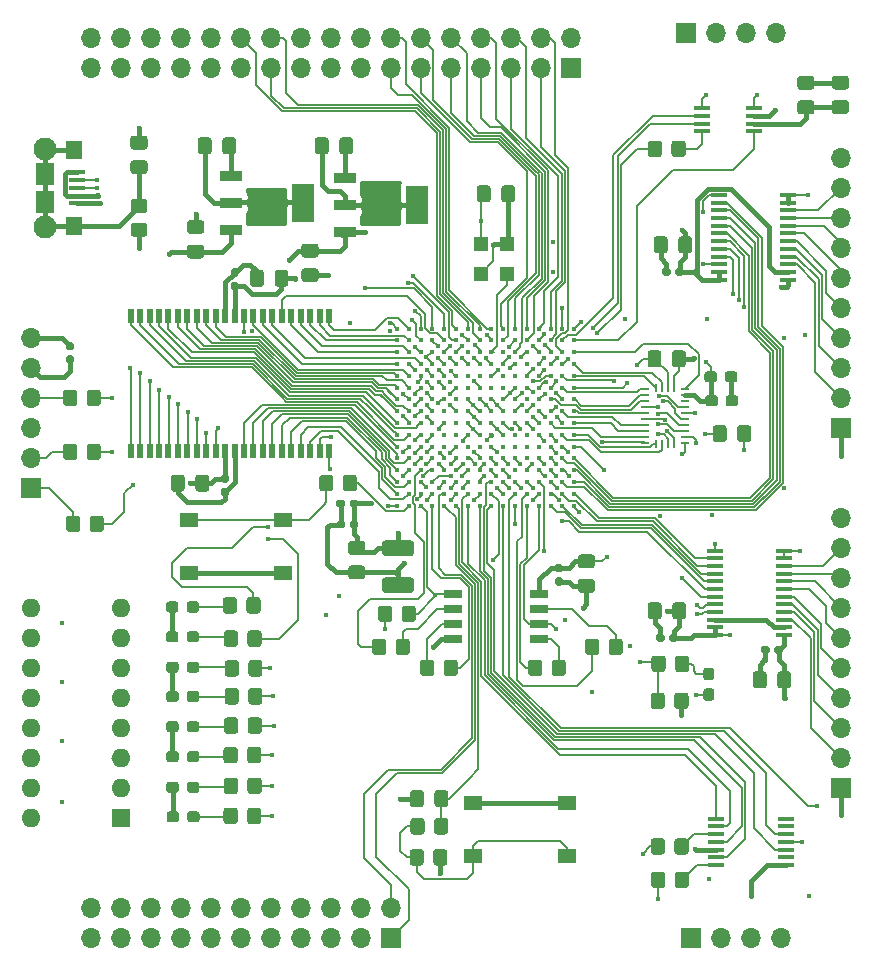
<source format=gtl>
G04 #@! TF.GenerationSoftware,KiCad,Pcbnew,5.1.9-73d0e3b20d~88~ubuntu20.04.1*
G04 #@! TF.CreationDate,2021-04-15T17:59:40-05:00*
G04 #@! TF.ProjectId,obi1,6f626931-2e6b-4696-9361-645f70636258,rev?*
G04 #@! TF.SameCoordinates,Original*
G04 #@! TF.FileFunction,Copper,L1,Top*
G04 #@! TF.FilePolarity,Positive*
%FSLAX46Y46*%
G04 Gerber Fmt 4.6, Leading zero omitted, Abs format (unit mm)*
G04 Created by KiCad (PCBNEW 5.1.9-73d0e3b20d~88~ubuntu20.04.1) date 2021-04-15 17:59:40*
%MOMM*%
%LPD*%
G01*
G04 APERTURE LIST*
G04 #@! TA.AperFunction,SMDPad,CuDef*
%ADD10R,0.600000X1.295000*%
G04 #@! TD*
G04 #@! TA.AperFunction,SMDPad,CuDef*
%ADD11R,1.400000X1.600000*%
G04 #@! TD*
G04 #@! TA.AperFunction,SMDPad,CuDef*
%ADD12R,1.600000X1.900000*%
G04 #@! TD*
G04 #@! TA.AperFunction,ComponentPad*
%ADD13C,1.950000*%
G04 #@! TD*
G04 #@! TA.AperFunction,SMDPad,CuDef*
%ADD14R,1.350000X0.400000*%
G04 #@! TD*
G04 #@! TA.AperFunction,SMDPad,CuDef*
%ADD15R,1.860000X0.900000*%
G04 #@! TD*
G04 #@! TA.AperFunction,SMDPad,CuDef*
%ADD16R,1.860000X3.190000*%
G04 #@! TD*
G04 #@! TA.AperFunction,SMDPad,CuDef*
%ADD17R,0.254000X0.675000*%
G04 #@! TD*
G04 #@! TA.AperFunction,SMDPad,CuDef*
%ADD18R,0.675000X0.254000*%
G04 #@! TD*
G04 #@! TA.AperFunction,ComponentPad*
%ADD19O,1.700000X1.700000*%
G04 #@! TD*
G04 #@! TA.AperFunction,ComponentPad*
%ADD20R,1.700000X1.700000*%
G04 #@! TD*
G04 #@! TA.AperFunction,SMDPad,CuDef*
%ADD21R,1.473200X0.355600*%
G04 #@! TD*
G04 #@! TA.AperFunction,SMDPad,CuDef*
%ADD22R,1.475000X0.450000*%
G04 #@! TD*
G04 #@! TA.AperFunction,SMDPad,CuDef*
%ADD23C,0.400000*%
G04 #@! TD*
G04 #@! TA.AperFunction,SMDPad,CuDef*
%ADD24R,1.550000X0.650000*%
G04 #@! TD*
G04 #@! TA.AperFunction,SMDPad,CuDef*
%ADD25R,1.550000X1.300000*%
G04 #@! TD*
G04 #@! TA.AperFunction,ComponentPad*
%ADD26R,1.600000X1.600000*%
G04 #@! TD*
G04 #@! TA.AperFunction,ComponentPad*
%ADD27O,1.600000X1.600000*%
G04 #@! TD*
G04 #@! TA.AperFunction,SMDPad,CuDef*
%ADD28R,1.240000X1.290000*%
G04 #@! TD*
G04 #@! TA.AperFunction,SMDPad,CuDef*
%ADD29R,1.371600X0.457200*%
G04 #@! TD*
G04 #@! TA.AperFunction,ViaPad*
%ADD30C,0.400000*%
G04 #@! TD*
G04 #@! TA.AperFunction,Conductor*
%ADD31C,0.381000*%
G04 #@! TD*
G04 #@! TA.AperFunction,Conductor*
%ADD32C,0.132121*%
G04 #@! TD*
G04 #@! TA.AperFunction,Conductor*
%ADD33C,0.400000*%
G04 #@! TD*
G04 #@! TA.AperFunction,Conductor*
%ADD34C,0.150000*%
G04 #@! TD*
G04 #@! TA.AperFunction,Conductor*
%ADD35C,0.152400*%
G04 #@! TD*
G04 #@! TA.AperFunction,Conductor*
%ADD36C,0.254000*%
G04 #@! TD*
G04 #@! TA.AperFunction,Conductor*
%ADD37C,0.100000*%
G04 #@! TD*
G04 APERTURE END LIST*
D10*
X130360000Y-98488000D03*
X131160000Y-98488000D03*
X131960000Y-98488000D03*
X132760000Y-98488000D03*
X133560000Y-98488000D03*
X134360000Y-98488000D03*
X135160000Y-98488000D03*
X135960000Y-98488000D03*
X136760000Y-98488000D03*
X137560000Y-98488000D03*
X138360000Y-98488000D03*
X139160000Y-98488000D03*
X139960000Y-98488000D03*
X140760000Y-98488000D03*
X141560000Y-98488000D03*
X142360000Y-98488000D03*
X143160000Y-98488000D03*
X143960000Y-98488000D03*
X144760000Y-98488000D03*
X145560000Y-98488000D03*
X146360000Y-98488000D03*
X147160000Y-98488000D03*
X147160000Y-87032000D03*
X146360000Y-87032000D03*
X145560000Y-87032000D03*
X144760000Y-87032000D03*
X143960000Y-87032000D03*
X143160000Y-87032000D03*
X142360000Y-87032000D03*
X141560000Y-87032000D03*
X140760000Y-87032000D03*
X139960000Y-87032000D03*
X139160000Y-87032000D03*
X138360000Y-87032000D03*
X137560000Y-87032000D03*
X136760000Y-87032000D03*
X135960000Y-87032000D03*
X135160000Y-87032000D03*
X134360000Y-87032000D03*
X133560000Y-87032000D03*
X132760000Y-87032000D03*
X131960000Y-87032000D03*
X131160000Y-87032000D03*
X130360000Y-87032000D03*
G04 #@! TA.AperFunction,SMDPad,CuDef*
G36*
G01*
X148024000Y-73119000D02*
X148024000Y-72169000D01*
G75*
G02*
X148274000Y-71919000I250000J0D01*
G01*
X148949000Y-71919000D01*
G75*
G02*
X149199000Y-72169000I0J-250000D01*
G01*
X149199000Y-73119000D01*
G75*
G02*
X148949000Y-73369000I-250000J0D01*
G01*
X148274000Y-73369000D01*
G75*
G02*
X148024000Y-73119000I0J250000D01*
G01*
G37*
G04 #@! TD.AperFunction*
G04 #@! TA.AperFunction,SMDPad,CuDef*
G36*
G01*
X145949000Y-73119000D02*
X145949000Y-72169000D01*
G75*
G02*
X146199000Y-71919000I250000J0D01*
G01*
X146874000Y-71919000D01*
G75*
G02*
X147124000Y-72169000I0J-250000D01*
G01*
X147124000Y-73119000D01*
G75*
G02*
X146874000Y-73369000I-250000J0D01*
G01*
X146199000Y-73369000D01*
G75*
G02*
X145949000Y-73119000I0J250000D01*
G01*
G37*
G04 #@! TD.AperFunction*
D11*
X125565000Y-79400000D03*
D12*
X123115000Y-77400000D03*
X123115000Y-75000000D03*
D11*
X125565000Y-73000000D03*
D13*
X123115000Y-79500000D03*
X123115000Y-72900000D03*
D14*
X125790000Y-77500000D03*
X125790000Y-76850000D03*
X125790000Y-76200000D03*
X125790000Y-75550000D03*
X125790000Y-74900000D03*
D15*
X148485000Y-75373200D03*
X148485000Y-77673200D03*
X148485000Y-79973200D03*
D16*
X154635000Y-77673200D03*
D15*
X138815000Y-75170000D03*
X138815000Y-77470000D03*
X138815000Y-79770000D03*
D16*
X144965000Y-77470000D03*
G04 #@! TA.AperFunction,SMDPad,CuDef*
G36*
G01*
X145067000Y-80925000D02*
X146017000Y-80925000D01*
G75*
G02*
X146267000Y-81175000I0J-250000D01*
G01*
X146267000Y-81850000D01*
G75*
G02*
X146017000Y-82100000I-250000J0D01*
G01*
X145067000Y-82100000D01*
G75*
G02*
X144817000Y-81850000I0J250000D01*
G01*
X144817000Y-81175000D01*
G75*
G02*
X145067000Y-80925000I250000J0D01*
G01*
G37*
G04 #@! TD.AperFunction*
G04 #@! TA.AperFunction,SMDPad,CuDef*
G36*
G01*
X145067000Y-83000000D02*
X146017000Y-83000000D01*
G75*
G02*
X146267000Y-83250000I0J-250000D01*
G01*
X146267000Y-83925000D01*
G75*
G02*
X146017000Y-84175000I-250000J0D01*
G01*
X145067000Y-84175000D01*
G75*
G02*
X144817000Y-83925000I0J250000D01*
G01*
X144817000Y-83250000D01*
G75*
G02*
X145067000Y-83000000I250000J0D01*
G01*
G37*
G04 #@! TD.AperFunction*
G04 #@! TA.AperFunction,SMDPad,CuDef*
G36*
G01*
X130613999Y-79140000D02*
X131514001Y-79140000D01*
G75*
G02*
X131764000Y-79389999I0J-249999D01*
G01*
X131764000Y-80090001D01*
G75*
G02*
X131514001Y-80340000I-249999J0D01*
G01*
X130613999Y-80340000D01*
G75*
G02*
X130364000Y-80090001I0J249999D01*
G01*
X130364000Y-79389999D01*
G75*
G02*
X130613999Y-79140000I249999J0D01*
G01*
G37*
G04 #@! TD.AperFunction*
G04 #@! TA.AperFunction,SMDPad,CuDef*
G36*
G01*
X130613999Y-77140000D02*
X131514001Y-77140000D01*
G75*
G02*
X131764000Y-77389999I0J-249999D01*
G01*
X131764000Y-78090001D01*
G75*
G02*
X131514001Y-78340000I-249999J0D01*
G01*
X130613999Y-78340000D01*
G75*
G02*
X130364000Y-78090001I0J249999D01*
G01*
X130364000Y-77389999D01*
G75*
G02*
X130613999Y-77140000I249999J0D01*
G01*
G37*
G04 #@! TD.AperFunction*
D17*
X176340380Y-97904100D03*
D18*
X173927880Y-93266600D03*
D17*
X176340380Y-93129100D03*
D18*
X177252880Y-93266600D03*
D17*
X175840380Y-93129100D03*
X175340380Y-93129100D03*
X174840380Y-93129100D03*
D18*
X177252880Y-93766600D03*
X177252880Y-94266600D03*
X177252880Y-94766600D03*
X177252880Y-95266600D03*
X177252880Y-95766600D03*
X177252880Y-96266600D03*
X177252880Y-96766600D03*
X177252880Y-97266600D03*
X177252880Y-97766600D03*
X173927880Y-93766600D03*
X173927880Y-94266600D03*
X173927880Y-94766600D03*
X173927880Y-95266600D03*
X173927880Y-95766600D03*
X173927880Y-96266600D03*
X173927880Y-96766600D03*
X173927880Y-97266600D03*
X173927880Y-97766600D03*
D17*
X175840380Y-97904100D03*
X175340380Y-97904100D03*
X174840380Y-97904100D03*
G04 #@! TA.AperFunction,SMDPad,CuDef*
G36*
G01*
X180728500Y-94471500D02*
X180728500Y-93996500D01*
G75*
G02*
X180966000Y-93759000I237500J0D01*
G01*
X181566000Y-93759000D01*
G75*
G02*
X181803500Y-93996500I0J-237500D01*
G01*
X181803500Y-94471500D01*
G75*
G02*
X181566000Y-94709000I-237500J0D01*
G01*
X180966000Y-94709000D01*
G75*
G02*
X180728500Y-94471500I0J237500D01*
G01*
G37*
G04 #@! TD.AperFunction*
G04 #@! TA.AperFunction,SMDPad,CuDef*
G36*
G01*
X179003500Y-94471500D02*
X179003500Y-93996500D01*
G75*
G02*
X179241000Y-93759000I237500J0D01*
G01*
X179841000Y-93759000D01*
G75*
G02*
X180078500Y-93996500I0J-237500D01*
G01*
X180078500Y-94471500D01*
G75*
G02*
X179841000Y-94709000I-237500J0D01*
G01*
X179241000Y-94709000D01*
G75*
G02*
X179003500Y-94471500I0J237500D01*
G01*
G37*
G04 #@! TD.AperFunction*
G04 #@! TA.AperFunction,SMDPad,CuDef*
G36*
G01*
X176196500Y-91153000D02*
X176196500Y-90203000D01*
G75*
G02*
X176446500Y-89953000I250000J0D01*
G01*
X177121500Y-89953000D01*
G75*
G02*
X177371500Y-90203000I0J-250000D01*
G01*
X177371500Y-91153000D01*
G75*
G02*
X177121500Y-91403000I-250000J0D01*
G01*
X176446500Y-91403000D01*
G75*
G02*
X176196500Y-91153000I0J250000D01*
G01*
G37*
G04 #@! TD.AperFunction*
G04 #@! TA.AperFunction,SMDPad,CuDef*
G36*
G01*
X174121500Y-91153000D02*
X174121500Y-90203000D01*
G75*
G02*
X174371500Y-89953000I250000J0D01*
G01*
X175046500Y-89953000D01*
G75*
G02*
X175296500Y-90203000I0J-250000D01*
G01*
X175296500Y-91153000D01*
G75*
G02*
X175046500Y-91403000I-250000J0D01*
G01*
X174371500Y-91403000D01*
G75*
G02*
X174121500Y-91153000I0J250000D01*
G01*
G37*
G04 #@! TD.AperFunction*
D19*
X127000000Y-137160000D03*
X127000000Y-139700000D03*
X129540000Y-137160000D03*
X129540000Y-139700000D03*
X132080000Y-137160000D03*
X132080000Y-139700000D03*
X134620000Y-137160000D03*
X134620000Y-139700000D03*
X137160000Y-137160000D03*
X137160000Y-139700000D03*
X139700000Y-137160000D03*
X139700000Y-139700000D03*
X142240000Y-137160000D03*
X142240000Y-139700000D03*
X144780000Y-137160000D03*
X144780000Y-139700000D03*
X147320000Y-137160000D03*
X147320000Y-139700000D03*
X149860000Y-137160000D03*
X149860000Y-139700000D03*
X152400000Y-137160000D03*
D20*
X152400000Y-139700000D03*
D21*
X180213000Y-83972400D03*
X180213000Y-83312000D03*
X180213000Y-82677000D03*
X180213000Y-82016600D03*
X180213000Y-81356200D03*
X180213000Y-80721200D03*
X180213000Y-80060800D03*
X180213000Y-79425800D03*
X180213000Y-78765400D03*
X180213000Y-78105000D03*
X180213000Y-77470000D03*
X180213000Y-76809600D03*
X186055000Y-76809600D03*
X186055000Y-77470000D03*
X186055000Y-78105000D03*
X186055000Y-78765400D03*
X186055000Y-79425800D03*
X186055000Y-80060800D03*
X186055000Y-80721200D03*
X186055000Y-81356200D03*
X186055000Y-82016600D03*
X186055000Y-82677000D03*
X186055000Y-83312000D03*
X186055000Y-83972400D03*
D22*
X179942000Y-133522000D03*
X179942000Y-132872000D03*
X179942000Y-132222000D03*
X179942000Y-131572000D03*
X179942000Y-130922000D03*
X179942000Y-130272000D03*
X179942000Y-129622000D03*
X185818000Y-129622000D03*
X185818000Y-130272000D03*
X185818000Y-130922000D03*
X185818000Y-131572000D03*
X185818000Y-132222000D03*
X185818000Y-132872000D03*
X185818000Y-133522000D03*
D23*
X167908000Y-95110000D03*
X167908000Y-96110000D03*
X167908000Y-97110000D03*
X167908000Y-98110000D03*
X167908000Y-99110000D03*
X167908000Y-100110000D03*
X167908000Y-101110000D03*
X167908000Y-102110000D03*
X167908000Y-103110000D03*
X163908000Y-100110000D03*
X163908000Y-99110000D03*
X163908000Y-98110000D03*
X163908000Y-97110000D03*
X162908000Y-97110000D03*
X162908000Y-98110000D03*
X162908000Y-99110000D03*
X162908000Y-100110000D03*
X166908000Y-103110000D03*
X166908000Y-102110000D03*
X166908000Y-101110000D03*
X166908000Y-100110000D03*
X166908000Y-99110000D03*
X166908000Y-98110000D03*
X166908000Y-97110000D03*
X166908000Y-96110000D03*
X166908000Y-95110000D03*
X165908000Y-95110000D03*
X165908000Y-96110000D03*
X165908000Y-97110000D03*
X165908000Y-98110000D03*
X165908000Y-99110000D03*
X165908000Y-100110000D03*
X165908000Y-101110000D03*
X165908000Y-102110000D03*
X165908000Y-103110000D03*
X161908000Y-100110000D03*
X161908000Y-99110000D03*
X161908000Y-98110000D03*
X161908000Y-97110000D03*
X160908000Y-97110000D03*
X160908000Y-98110000D03*
X160908000Y-99110000D03*
X160908000Y-100110000D03*
X164908000Y-103110000D03*
X164908000Y-102110000D03*
X164908000Y-101110000D03*
X164908000Y-100110000D03*
X164908000Y-99110000D03*
X164908000Y-98110000D03*
X164908000Y-97110000D03*
X164908000Y-96110000D03*
X164908000Y-95110000D03*
X163908000Y-96110000D03*
X162908000Y-96110000D03*
X161908000Y-96110000D03*
X163908000Y-95110000D03*
X162908000Y-95110000D03*
X161908000Y-95110000D03*
X160908000Y-95110000D03*
X163908000Y-103110000D03*
X163908000Y-102110000D03*
X160908000Y-94110000D03*
X161908000Y-94110000D03*
X162908000Y-94110000D03*
X163908000Y-94110000D03*
X160908000Y-96110000D03*
X163908000Y-93110000D03*
X162908000Y-93110000D03*
X161908000Y-93110000D03*
X160908000Y-93110000D03*
X163908000Y-101110000D03*
X163908000Y-92110000D03*
X162908000Y-92110000D03*
X161908000Y-92110000D03*
X160908000Y-92110000D03*
X159908000Y-100110000D03*
X162908000Y-103110000D03*
X161908000Y-103110000D03*
X160908000Y-103110000D03*
X159908000Y-103110000D03*
X158908000Y-103110000D03*
X162908000Y-102110000D03*
X161908000Y-102110000D03*
X160908000Y-102110000D03*
X159908000Y-102110000D03*
X158908000Y-102110000D03*
X158908000Y-101110000D03*
X159908000Y-101110000D03*
X160908000Y-101110000D03*
X161908000Y-101110000D03*
X162908000Y-101110000D03*
X158908000Y-100110000D03*
X157908000Y-100110000D03*
X156908000Y-100110000D03*
X159908000Y-99110000D03*
X157908000Y-103110000D03*
X156908000Y-103110000D03*
X157908000Y-102110000D03*
X156908000Y-102110000D03*
X157908000Y-101110000D03*
X156908000Y-101110000D03*
X158908000Y-99110000D03*
X157908000Y-99110000D03*
X156908000Y-99110000D03*
X159908000Y-98110000D03*
X158908000Y-98110000D03*
X157908000Y-98110000D03*
X156908000Y-98110000D03*
X159908000Y-97110000D03*
X158908000Y-97110000D03*
X157908000Y-97110000D03*
X156908000Y-97110000D03*
X159908000Y-96110000D03*
X158908000Y-96110000D03*
X157908000Y-96110000D03*
X156908000Y-96110000D03*
X159908000Y-95110000D03*
X158908000Y-95110000D03*
X157908000Y-95110000D03*
X156908000Y-95110000D03*
X159908000Y-94110000D03*
X158908000Y-94110000D03*
X157908000Y-94110000D03*
X156908000Y-94110000D03*
X159908000Y-93110000D03*
X158908000Y-93110000D03*
X157908000Y-93110000D03*
X156908000Y-93110000D03*
X156908000Y-92110000D03*
X157908000Y-92110000D03*
X158908000Y-92110000D03*
X159908000Y-92110000D03*
X155908000Y-103110000D03*
X154908000Y-103110000D03*
X153908000Y-103110000D03*
X152908000Y-103110000D03*
X152908000Y-102110000D03*
X152908000Y-101110000D03*
X152908000Y-100110000D03*
X153908000Y-102110000D03*
X153908000Y-101110000D03*
X153908000Y-100110000D03*
X154908000Y-100110000D03*
X154908000Y-101110000D03*
X154908000Y-102110000D03*
X155908000Y-102110000D03*
X155908000Y-101110000D03*
X155908000Y-100110000D03*
X155908000Y-99110000D03*
X154908000Y-99110000D03*
X153908000Y-99110000D03*
X152908000Y-99110000D03*
X152908000Y-98110000D03*
X153908000Y-98110000D03*
X154908000Y-98110000D03*
X155908000Y-98110000D03*
X155908000Y-97110000D03*
X154908000Y-97110000D03*
X153908000Y-97110000D03*
X152908000Y-97110000D03*
X153908000Y-96110000D03*
X154908000Y-96110000D03*
X155908000Y-96110000D03*
X155908000Y-95110000D03*
X154908000Y-95110000D03*
X153908000Y-95110000D03*
X153908000Y-94110000D03*
X154908000Y-94110000D03*
X155908000Y-94110000D03*
X155908000Y-93110000D03*
X154908000Y-93110000D03*
X153908000Y-93110000D03*
X167908000Y-92110000D03*
X167908000Y-93110000D03*
X167908000Y-94110000D03*
X166908000Y-94110000D03*
X166908000Y-93110000D03*
X166908000Y-92110000D03*
X165908000Y-92110000D03*
X165908000Y-93110000D03*
X165908000Y-94110000D03*
X164908000Y-94110000D03*
X164908000Y-93110000D03*
X164908000Y-92110000D03*
X167908000Y-90110000D03*
X167908000Y-91110000D03*
X166908000Y-91110000D03*
X166908000Y-90110000D03*
X164908000Y-91110000D03*
X165908000Y-91110000D03*
X165908000Y-90110000D03*
X164908000Y-90110000D03*
X163908000Y-90110000D03*
X163908000Y-91110000D03*
X162908000Y-91110000D03*
X162908000Y-90110000D03*
X161908000Y-91110000D03*
X161908000Y-90110000D03*
X155908000Y-92110000D03*
X154908000Y-92110000D03*
X153908000Y-92110000D03*
X160908000Y-91110000D03*
X159908000Y-91110000D03*
X158908000Y-91110000D03*
X157908000Y-91110000D03*
X156908000Y-91110000D03*
X155908000Y-91110000D03*
X154908000Y-91110000D03*
X153908000Y-91110000D03*
X160908000Y-90110000D03*
X159908000Y-90110000D03*
X158908000Y-90110000D03*
X157908000Y-90110000D03*
X156908000Y-90110000D03*
X155908000Y-90110000D03*
X154908000Y-90110000D03*
X153908000Y-90110000D03*
X155908000Y-89110000D03*
X154908000Y-89110000D03*
X153908000Y-89110000D03*
X156908000Y-89110000D03*
X157908000Y-89110000D03*
X158908000Y-89110000D03*
X159908000Y-89110000D03*
X160908000Y-89110000D03*
X161908000Y-89110000D03*
X162908000Y-89110000D03*
X163908000Y-89110000D03*
X164908000Y-89110000D03*
X165908000Y-89110000D03*
X166908000Y-89110000D03*
X167908000Y-89110000D03*
X152908000Y-96110000D03*
X152908000Y-95110000D03*
X152908000Y-94110000D03*
X152908000Y-93110000D03*
X152908000Y-92110000D03*
X152908000Y-91110000D03*
X152908000Y-90110000D03*
X152908000Y-89110000D03*
X167908000Y-88110000D03*
X166908000Y-88110000D03*
X165908000Y-88110000D03*
X164908000Y-88110000D03*
X163908000Y-88110000D03*
X162908000Y-88110000D03*
X161908000Y-88110000D03*
X160908000Y-88110000D03*
X159908000Y-88110000D03*
X158908000Y-88110000D03*
X157908000Y-88110000D03*
X156908000Y-88110000D03*
X155908000Y-88110000D03*
X154908000Y-88110000D03*
X153908000Y-88110000D03*
X152908000Y-88110000D03*
D24*
X164965000Y-110617000D03*
X164965000Y-111887000D03*
X164965000Y-113157000D03*
X164965000Y-114427000D03*
X157615000Y-114427000D03*
X157615000Y-113157000D03*
X157615000Y-111887000D03*
X157615000Y-110617000D03*
D20*
X121920000Y-101600000D03*
D19*
X121920000Y-99060000D03*
X121920000Y-96520000D03*
X121920000Y-93980000D03*
X121920000Y-91440000D03*
X121920000Y-88900000D03*
D20*
X177800000Y-139700000D03*
D19*
X180340000Y-139700000D03*
X182880000Y-139700000D03*
X185420000Y-139700000D03*
X185039000Y-63119000D03*
X182499000Y-63119000D03*
X179959000Y-63119000D03*
D20*
X177419000Y-63119000D03*
D19*
X190500000Y-73660000D03*
X190500000Y-76200000D03*
X190500000Y-78740000D03*
X190500000Y-81280000D03*
X190500000Y-83820000D03*
X190500000Y-86360000D03*
X190500000Y-88900000D03*
X190500000Y-91440000D03*
X190500000Y-93980000D03*
D20*
X190500000Y-96520000D03*
X190500000Y-127000000D03*
D19*
X190500000Y-124460000D03*
X190500000Y-121920000D03*
X190500000Y-119380000D03*
X190500000Y-116840000D03*
X190500000Y-114300000D03*
X190500000Y-111760000D03*
X190500000Y-109220000D03*
X190500000Y-106680000D03*
X190500000Y-104140000D03*
X127000000Y-63500000D03*
X127000000Y-66040000D03*
X129540000Y-63500000D03*
X129540000Y-66040000D03*
X132080000Y-63500000D03*
X132080000Y-66040000D03*
X134620000Y-63500000D03*
X134620000Y-66040000D03*
X137160000Y-63500000D03*
X137160000Y-66040000D03*
X139700000Y-63500000D03*
X139700000Y-66040000D03*
X142240000Y-63500000D03*
X142240000Y-66040000D03*
X144780000Y-63500000D03*
X144780000Y-66040000D03*
X147320000Y-63500000D03*
X147320000Y-66040000D03*
X149860000Y-63500000D03*
X149860000Y-66040000D03*
X152400000Y-63500000D03*
X152400000Y-66040000D03*
X154940000Y-63500000D03*
X154940000Y-66040000D03*
X157480000Y-63500000D03*
X157480000Y-66040000D03*
X160020000Y-63500000D03*
X160020000Y-66040000D03*
X162560000Y-63500000D03*
X162560000Y-66040000D03*
X165100000Y-63500000D03*
X165100000Y-66040000D03*
X167640000Y-63500000D03*
D20*
X167640000Y-66040000D03*
D25*
X159347000Y-132806000D03*
X159347000Y-128306000D03*
X167297000Y-128306000D03*
X167297000Y-132806000D03*
X143285000Y-108820000D03*
X143285000Y-104320000D03*
X135335000Y-104320000D03*
X135335000Y-108820000D03*
D26*
X129540000Y-129540000D03*
D27*
X121920000Y-111760000D03*
X129540000Y-127000000D03*
X121920000Y-114300000D03*
X129540000Y-124460000D03*
X121920000Y-116840000D03*
X129540000Y-121920000D03*
X121920000Y-119380000D03*
X129540000Y-119380000D03*
X121920000Y-121920000D03*
X129540000Y-116840000D03*
X121920000Y-124460000D03*
X129540000Y-114300000D03*
X121920000Y-127000000D03*
X129540000Y-111760000D03*
X121920000Y-129540000D03*
D28*
X162255200Y-83464400D03*
X160005200Y-83464400D03*
X162255200Y-80924400D03*
X160005200Y-80924400D03*
D29*
X178739800Y-71399400D03*
X178739800Y-70764400D03*
X178739800Y-70104000D03*
X178739800Y-69469000D03*
X183159400Y-69469000D03*
X183159400Y-70104000D03*
X183159400Y-70764400D03*
X183159400Y-71399400D03*
D21*
X185674000Y-114071400D03*
X185674000Y-113411000D03*
X185674000Y-112776000D03*
X185674000Y-112115600D03*
X185674000Y-111455200D03*
X185674000Y-110820200D03*
X185674000Y-110159800D03*
X185674000Y-109524800D03*
X185674000Y-108864400D03*
X185674000Y-108204000D03*
X185674000Y-107569000D03*
X185674000Y-106908600D03*
X179832000Y-106908600D03*
X179832000Y-107569000D03*
X179832000Y-108204000D03*
X179832000Y-108864400D03*
X179832000Y-109524800D03*
X179832000Y-110159800D03*
X179832000Y-110820200D03*
X179832000Y-111455200D03*
X179832000Y-112115600D03*
X179832000Y-112776000D03*
X179832000Y-113411000D03*
X179832000Y-114071400D03*
G04 #@! TA.AperFunction,SMDPad,CuDef*
G36*
G01*
X131539000Y-75031000D02*
X130589000Y-75031000D01*
G75*
G02*
X130339000Y-74781000I0J250000D01*
G01*
X130339000Y-74106000D01*
G75*
G02*
X130589000Y-73856000I250000J0D01*
G01*
X131539000Y-73856000D01*
G75*
G02*
X131789000Y-74106000I0J-250000D01*
G01*
X131789000Y-74781000D01*
G75*
G02*
X131539000Y-75031000I-250000J0D01*
G01*
G37*
G04 #@! TD.AperFunction*
G04 #@! TA.AperFunction,SMDPad,CuDef*
G36*
G01*
X131539000Y-72956000D02*
X130589000Y-72956000D01*
G75*
G02*
X130339000Y-72706000I0J250000D01*
G01*
X130339000Y-72031000D01*
G75*
G02*
X130589000Y-71781000I250000J0D01*
G01*
X131539000Y-71781000D01*
G75*
G02*
X131789000Y-72031000I0J-250000D01*
G01*
X131789000Y-72706000D01*
G75*
G02*
X131539000Y-72956000I-250000J0D01*
G01*
G37*
G04 #@! TD.AperFunction*
G04 #@! TA.AperFunction,SMDPad,CuDef*
G36*
G01*
X136335000Y-80110000D02*
X135385000Y-80110000D01*
G75*
G02*
X135135000Y-79860000I0J250000D01*
G01*
X135135000Y-79185000D01*
G75*
G02*
X135385000Y-78935000I250000J0D01*
G01*
X136335000Y-78935000D01*
G75*
G02*
X136585000Y-79185000I0J-250000D01*
G01*
X136585000Y-79860000D01*
G75*
G02*
X136335000Y-80110000I-250000J0D01*
G01*
G37*
G04 #@! TD.AperFunction*
G04 #@! TA.AperFunction,SMDPad,CuDef*
G36*
G01*
X136335000Y-82185000D02*
X135385000Y-82185000D01*
G75*
G02*
X135135000Y-81935000I0J250000D01*
G01*
X135135000Y-81260000D01*
G75*
G02*
X135385000Y-81010000I250000J0D01*
G01*
X136335000Y-81010000D01*
G75*
G02*
X136585000Y-81260000I0J-250000D01*
G01*
X136585000Y-81935000D01*
G75*
G02*
X136335000Y-82185000I-250000J0D01*
G01*
G37*
G04 #@! TD.AperFunction*
G04 #@! TA.AperFunction,SMDPad,CuDef*
G36*
G01*
X138118000Y-73119000D02*
X138118000Y-72169000D01*
G75*
G02*
X138368000Y-71919000I250000J0D01*
G01*
X139043000Y-71919000D01*
G75*
G02*
X139293000Y-72169000I0J-250000D01*
G01*
X139293000Y-73119000D01*
G75*
G02*
X139043000Y-73369000I-250000J0D01*
G01*
X138368000Y-73369000D01*
G75*
G02*
X138118000Y-73119000I0J250000D01*
G01*
G37*
G04 #@! TD.AperFunction*
G04 #@! TA.AperFunction,SMDPad,CuDef*
G36*
G01*
X136043000Y-73119000D02*
X136043000Y-72169000D01*
G75*
G02*
X136293000Y-71919000I250000J0D01*
G01*
X136968000Y-71919000D01*
G75*
G02*
X137218000Y-72169000I0J-250000D01*
G01*
X137218000Y-73119000D01*
G75*
G02*
X136968000Y-73369000I-250000J0D01*
G01*
X136293000Y-73369000D01*
G75*
G02*
X136043000Y-73119000I0J250000D01*
G01*
G37*
G04 #@! TD.AperFunction*
G04 #@! TA.AperFunction,SMDPad,CuDef*
G36*
G01*
X162915000Y-76233000D02*
X162915000Y-77183000D01*
G75*
G02*
X162665000Y-77433000I-250000J0D01*
G01*
X161990000Y-77433000D01*
G75*
G02*
X161740000Y-77183000I0J250000D01*
G01*
X161740000Y-76233000D01*
G75*
G02*
X161990000Y-75983000I250000J0D01*
G01*
X162665000Y-75983000D01*
G75*
G02*
X162915000Y-76233000I0J-250000D01*
G01*
G37*
G04 #@! TD.AperFunction*
G04 #@! TA.AperFunction,SMDPad,CuDef*
G36*
G01*
X160840000Y-76233000D02*
X160840000Y-77183000D01*
G75*
G02*
X160590000Y-77433000I-250000J0D01*
G01*
X159915000Y-77433000D01*
G75*
G02*
X159665000Y-77183000I0J250000D01*
G01*
X159665000Y-76233000D01*
G75*
G02*
X159915000Y-75983000I250000J0D01*
G01*
X160590000Y-75983000D01*
G75*
G02*
X160840000Y-76233000I0J-250000D01*
G01*
G37*
G04 #@! TD.AperFunction*
G04 #@! TA.AperFunction,SMDPad,CuDef*
G36*
G01*
X155178100Y-127439400D02*
X155178100Y-128389400D01*
G75*
G02*
X154928100Y-128639400I-250000J0D01*
G01*
X154253100Y-128639400D01*
G75*
G02*
X154003100Y-128389400I0J250000D01*
G01*
X154003100Y-127439400D01*
G75*
G02*
X154253100Y-127189400I250000J0D01*
G01*
X154928100Y-127189400D01*
G75*
G02*
X155178100Y-127439400I0J-250000D01*
G01*
G37*
G04 #@! TD.AperFunction*
G04 #@! TA.AperFunction,SMDPad,CuDef*
G36*
G01*
X157253100Y-127439400D02*
X157253100Y-128389400D01*
G75*
G02*
X157003100Y-128639400I-250000J0D01*
G01*
X156328100Y-128639400D01*
G75*
G02*
X156078100Y-128389400I0J250000D01*
G01*
X156078100Y-127439400D01*
G75*
G02*
X156328100Y-127189400I250000J0D01*
G01*
X157003100Y-127189400D01*
G75*
G02*
X157253100Y-127439400I0J-250000D01*
G01*
G37*
G04 #@! TD.AperFunction*
G04 #@! TA.AperFunction,SMDPad,CuDef*
G36*
G01*
X154100002Y-107382500D02*
X151899998Y-107382500D01*
G75*
G02*
X151650000Y-107132502I0J249998D01*
G01*
X151650000Y-106307498D01*
G75*
G02*
X151899998Y-106057500I249998J0D01*
G01*
X154100002Y-106057500D01*
G75*
G02*
X154350000Y-106307498I0J-249998D01*
G01*
X154350000Y-107132502D01*
G75*
G02*
X154100002Y-107382500I-249998J0D01*
G01*
G37*
G04 #@! TD.AperFunction*
G04 #@! TA.AperFunction,SMDPad,CuDef*
G36*
G01*
X154100002Y-110507500D02*
X151899998Y-110507500D01*
G75*
G02*
X151650000Y-110257502I0J249998D01*
G01*
X151650000Y-109432498D01*
G75*
G02*
X151899998Y-109182500I249998J0D01*
G01*
X154100002Y-109182500D01*
G75*
G02*
X154350000Y-109432498I0J-249998D01*
G01*
X154350000Y-110257502D01*
G75*
G02*
X154100002Y-110507500I-249998J0D01*
G01*
G37*
G04 #@! TD.AperFunction*
G04 #@! TA.AperFunction,SMDPad,CuDef*
G36*
G01*
X149975000Y-109345000D02*
X149025000Y-109345000D01*
G75*
G02*
X148775000Y-109095000I0J250000D01*
G01*
X148775000Y-108420000D01*
G75*
G02*
X149025000Y-108170000I250000J0D01*
G01*
X149975000Y-108170000D01*
G75*
G02*
X150225000Y-108420000I0J-250000D01*
G01*
X150225000Y-109095000D01*
G75*
G02*
X149975000Y-109345000I-250000J0D01*
G01*
G37*
G04 #@! TD.AperFunction*
G04 #@! TA.AperFunction,SMDPad,CuDef*
G36*
G01*
X149975000Y-107270000D02*
X149025000Y-107270000D01*
G75*
G02*
X148775000Y-107020000I0J250000D01*
G01*
X148775000Y-106345000D01*
G75*
G02*
X149025000Y-106095000I250000J0D01*
G01*
X149975000Y-106095000D01*
G75*
G02*
X150225000Y-106345000I0J-250000D01*
G01*
X150225000Y-107020000D01*
G75*
G02*
X149975000Y-107270000I-250000J0D01*
G01*
G37*
G04 #@! TD.AperFunction*
G04 #@! TA.AperFunction,SMDPad,CuDef*
G36*
G01*
X148900000Y-104875000D02*
X148900000Y-104565000D01*
G75*
G02*
X149055000Y-104410000I155000J0D01*
G01*
X149480000Y-104410000D01*
G75*
G02*
X149635000Y-104565000I0J-155000D01*
G01*
X149635000Y-104875000D01*
G75*
G02*
X149480000Y-105030000I-155000J0D01*
G01*
X149055000Y-105030000D01*
G75*
G02*
X148900000Y-104875000I0J155000D01*
G01*
G37*
G04 #@! TD.AperFunction*
G04 #@! TA.AperFunction,SMDPad,CuDef*
G36*
G01*
X147765000Y-104875000D02*
X147765000Y-104565000D01*
G75*
G02*
X147920000Y-104410000I155000J0D01*
G01*
X148345000Y-104410000D01*
G75*
G02*
X148500000Y-104565000I0J-155000D01*
G01*
X148500000Y-104875000D01*
G75*
G02*
X148345000Y-105030000I-155000J0D01*
G01*
X147920000Y-105030000D01*
G75*
G02*
X147765000Y-104875000I0J155000D01*
G01*
G37*
G04 #@! TD.AperFunction*
G04 #@! TA.AperFunction,SMDPad,CuDef*
G36*
G01*
X147765000Y-103075000D02*
X147765000Y-102765000D01*
G75*
G02*
X147920000Y-102610000I155000J0D01*
G01*
X148345000Y-102610000D01*
G75*
G02*
X148500000Y-102765000I0J-155000D01*
G01*
X148500000Y-103075000D01*
G75*
G02*
X148345000Y-103230000I-155000J0D01*
G01*
X147920000Y-103230000D01*
G75*
G02*
X147765000Y-103075000I0J155000D01*
G01*
G37*
G04 #@! TD.AperFunction*
G04 #@! TA.AperFunction,SMDPad,CuDef*
G36*
G01*
X148900000Y-103075000D02*
X148900000Y-102765000D01*
G75*
G02*
X149055000Y-102610000I155000J0D01*
G01*
X149480000Y-102610000D01*
G75*
G02*
X149635000Y-102765000I0J-155000D01*
G01*
X149635000Y-103075000D01*
G75*
G02*
X149480000Y-103230000I-155000J0D01*
G01*
X149055000Y-103230000D01*
G75*
G02*
X148900000Y-103075000I0J155000D01*
G01*
G37*
G04 #@! TD.AperFunction*
G04 #@! TA.AperFunction,SMDPad,CuDef*
G36*
G01*
X125377000Y-91105000D02*
X125067000Y-91105000D01*
G75*
G02*
X124912000Y-90950000I0J155000D01*
G01*
X124912000Y-90525000D01*
G75*
G02*
X125067000Y-90370000I155000J0D01*
G01*
X125377000Y-90370000D01*
G75*
G02*
X125532000Y-90525000I0J-155000D01*
G01*
X125532000Y-90950000D01*
G75*
G02*
X125377000Y-91105000I-155000J0D01*
G01*
G37*
G04 #@! TD.AperFunction*
G04 #@! TA.AperFunction,SMDPad,CuDef*
G36*
G01*
X125377000Y-89970000D02*
X125067000Y-89970000D01*
G75*
G02*
X124912000Y-89815000I0J155000D01*
G01*
X124912000Y-89390000D01*
G75*
G02*
X125067000Y-89235000I155000J0D01*
G01*
X125377000Y-89235000D01*
G75*
G02*
X125532000Y-89390000I0J-155000D01*
G01*
X125532000Y-89815000D01*
G75*
G02*
X125377000Y-89970000I-155000J0D01*
G01*
G37*
G04 #@! TD.AperFunction*
G04 #@! TA.AperFunction,SMDPad,CuDef*
G36*
G01*
X141640000Y-83385000D02*
X141640000Y-84335000D01*
G75*
G02*
X141390000Y-84585000I-250000J0D01*
G01*
X140715000Y-84585000D01*
G75*
G02*
X140465000Y-84335000I0J250000D01*
G01*
X140465000Y-83385000D01*
G75*
G02*
X140715000Y-83135000I250000J0D01*
G01*
X141390000Y-83135000D01*
G75*
G02*
X141640000Y-83385000I0J-250000D01*
G01*
G37*
G04 #@! TD.AperFunction*
G04 #@! TA.AperFunction,SMDPad,CuDef*
G36*
G01*
X143715000Y-83385000D02*
X143715000Y-84335000D01*
G75*
G02*
X143465000Y-84585000I-250000J0D01*
G01*
X142790000Y-84585000D01*
G75*
G02*
X142540000Y-84335000I0J250000D01*
G01*
X142540000Y-83385000D01*
G75*
G02*
X142790000Y-83135000I250000J0D01*
G01*
X143465000Y-83135000D01*
G75*
G02*
X143715000Y-83385000I0J-250000D01*
G01*
G37*
G04 #@! TD.AperFunction*
G04 #@! TA.AperFunction,SMDPad,CuDef*
G36*
G01*
X139325000Y-84895000D02*
X139015000Y-84895000D01*
G75*
G02*
X138860000Y-84740000I0J155000D01*
G01*
X138860000Y-84315000D01*
G75*
G02*
X139015000Y-84160000I155000J0D01*
G01*
X139325000Y-84160000D01*
G75*
G02*
X139480000Y-84315000I0J-155000D01*
G01*
X139480000Y-84740000D01*
G75*
G02*
X139325000Y-84895000I-155000J0D01*
G01*
G37*
G04 #@! TD.AperFunction*
G04 #@! TA.AperFunction,SMDPad,CuDef*
G36*
G01*
X139325000Y-83760000D02*
X139015000Y-83760000D01*
G75*
G02*
X138860000Y-83605000I0J155000D01*
G01*
X138860000Y-83180000D01*
G75*
G02*
X139015000Y-83025000I155000J0D01*
G01*
X139325000Y-83025000D01*
G75*
G02*
X139480000Y-83180000I0J-155000D01*
G01*
X139480000Y-83605000D01*
G75*
G02*
X139325000Y-83760000I-155000J0D01*
G01*
G37*
G04 #@! TD.AperFunction*
G04 #@! TA.AperFunction,SMDPad,CuDef*
G36*
G01*
X138185000Y-100455000D02*
X138495000Y-100455000D01*
G75*
G02*
X138650000Y-100610000I0J-155000D01*
G01*
X138650000Y-101035000D01*
G75*
G02*
X138495000Y-101190000I-155000J0D01*
G01*
X138185000Y-101190000D01*
G75*
G02*
X138030000Y-101035000I0J155000D01*
G01*
X138030000Y-100610000D01*
G75*
G02*
X138185000Y-100455000I155000J0D01*
G01*
G37*
G04 #@! TD.AperFunction*
G04 #@! TA.AperFunction,SMDPad,CuDef*
G36*
G01*
X138185000Y-101590000D02*
X138495000Y-101590000D01*
G75*
G02*
X138650000Y-101745000I0J-155000D01*
G01*
X138650000Y-102170000D01*
G75*
G02*
X138495000Y-102325000I-155000J0D01*
G01*
X138185000Y-102325000D01*
G75*
G02*
X138030000Y-102170000I0J155000D01*
G01*
X138030000Y-101745000D01*
G75*
G02*
X138185000Y-101590000I155000J0D01*
G01*
G37*
G04 #@! TD.AperFunction*
G04 #@! TA.AperFunction,SMDPad,CuDef*
G36*
G01*
X134940000Y-100725000D02*
X134940000Y-101675000D01*
G75*
G02*
X134690000Y-101925000I-250000J0D01*
G01*
X134015000Y-101925000D01*
G75*
G02*
X133765000Y-101675000I0J250000D01*
G01*
X133765000Y-100725000D01*
G75*
G02*
X134015000Y-100475000I250000J0D01*
G01*
X134690000Y-100475000D01*
G75*
G02*
X134940000Y-100725000I0J-250000D01*
G01*
G37*
G04 #@! TD.AperFunction*
G04 #@! TA.AperFunction,SMDPad,CuDef*
G36*
G01*
X137015000Y-100725000D02*
X137015000Y-101675000D01*
G75*
G02*
X136765000Y-101925000I-250000J0D01*
G01*
X136090000Y-101925000D01*
G75*
G02*
X135840000Y-101675000I0J250000D01*
G01*
X135840000Y-100725000D01*
G75*
G02*
X136090000Y-100475000I250000J0D01*
G01*
X136765000Y-100475000D01*
G75*
G02*
X137015000Y-100725000I0J-250000D01*
G01*
G37*
G04 #@! TD.AperFunction*
G04 #@! TA.AperFunction,SMDPad,CuDef*
G36*
G01*
X188003200Y-69978700D02*
X187053200Y-69978700D01*
G75*
G02*
X186803200Y-69728700I0J250000D01*
G01*
X186803200Y-69053700D01*
G75*
G02*
X187053200Y-68803700I250000J0D01*
G01*
X188003200Y-68803700D01*
G75*
G02*
X188253200Y-69053700I0J-250000D01*
G01*
X188253200Y-69728700D01*
G75*
G02*
X188003200Y-69978700I-250000J0D01*
G01*
G37*
G04 #@! TD.AperFunction*
G04 #@! TA.AperFunction,SMDPad,CuDef*
G36*
G01*
X188003200Y-67903700D02*
X187053200Y-67903700D01*
G75*
G02*
X186803200Y-67653700I0J250000D01*
G01*
X186803200Y-66978700D01*
G75*
G02*
X187053200Y-66728700I250000J0D01*
G01*
X188003200Y-66728700D01*
G75*
G02*
X188253200Y-66978700I0J-250000D01*
G01*
X188253200Y-67653700D01*
G75*
G02*
X188003200Y-67903700I-250000J0D01*
G01*
G37*
G04 #@! TD.AperFunction*
G04 #@! TA.AperFunction,SMDPad,CuDef*
G36*
G01*
X190924200Y-67879900D02*
X189974200Y-67879900D01*
G75*
G02*
X189724200Y-67629900I0J250000D01*
G01*
X189724200Y-66954900D01*
G75*
G02*
X189974200Y-66704900I250000J0D01*
G01*
X190924200Y-66704900D01*
G75*
G02*
X191174200Y-66954900I0J-250000D01*
G01*
X191174200Y-67629900D01*
G75*
G02*
X190924200Y-67879900I-250000J0D01*
G01*
G37*
G04 #@! TD.AperFunction*
G04 #@! TA.AperFunction,SMDPad,CuDef*
G36*
G01*
X190924200Y-69954900D02*
X189974200Y-69954900D01*
G75*
G02*
X189724200Y-69704900I0J250000D01*
G01*
X189724200Y-69029900D01*
G75*
G02*
X189974200Y-68779900I250000J0D01*
G01*
X190924200Y-68779900D01*
G75*
G02*
X191174200Y-69029900I0J-250000D01*
G01*
X191174200Y-69704900D01*
G75*
G02*
X190924200Y-69954900I-250000J0D01*
G01*
G37*
G04 #@! TD.AperFunction*
G04 #@! TA.AperFunction,SMDPad,CuDef*
G36*
G01*
X175826000Y-80551000D02*
X175826000Y-81501000D01*
G75*
G02*
X175576000Y-81751000I-250000J0D01*
G01*
X174901000Y-81751000D01*
G75*
G02*
X174651000Y-81501000I0J250000D01*
G01*
X174651000Y-80551000D01*
G75*
G02*
X174901000Y-80301000I250000J0D01*
G01*
X175576000Y-80301000D01*
G75*
G02*
X175826000Y-80551000I0J-250000D01*
G01*
G37*
G04 #@! TD.AperFunction*
G04 #@! TA.AperFunction,SMDPad,CuDef*
G36*
G01*
X177901000Y-80551000D02*
X177901000Y-81501000D01*
G75*
G02*
X177651000Y-81751000I-250000J0D01*
G01*
X176976000Y-81751000D01*
G75*
G02*
X176726000Y-81501000I0J250000D01*
G01*
X176726000Y-80551000D01*
G75*
G02*
X176976000Y-80301000I250000J0D01*
G01*
X177651000Y-80301000D01*
G75*
G02*
X177901000Y-80551000I0J-250000D01*
G01*
G37*
G04 #@! TD.AperFunction*
G04 #@! TA.AperFunction,SMDPad,CuDef*
G36*
G01*
X175318000Y-111539000D02*
X175318000Y-112489000D01*
G75*
G02*
X175068000Y-112739000I-250000J0D01*
G01*
X174393000Y-112739000D01*
G75*
G02*
X174143000Y-112489000I0J250000D01*
G01*
X174143000Y-111539000D01*
G75*
G02*
X174393000Y-111289000I250000J0D01*
G01*
X175068000Y-111289000D01*
G75*
G02*
X175318000Y-111539000I0J-250000D01*
G01*
G37*
G04 #@! TD.AperFunction*
G04 #@! TA.AperFunction,SMDPad,CuDef*
G36*
G01*
X177393000Y-111539000D02*
X177393000Y-112489000D01*
G75*
G02*
X177143000Y-112739000I-250000J0D01*
G01*
X176468000Y-112739000D01*
G75*
G02*
X176218000Y-112489000I0J250000D01*
G01*
X176218000Y-111539000D01*
G75*
G02*
X176468000Y-111289000I250000J0D01*
G01*
X177143000Y-111289000D01*
G75*
G02*
X177393000Y-111539000I0J-250000D01*
G01*
G37*
G04 #@! TD.AperFunction*
G04 #@! TA.AperFunction,SMDPad,CuDef*
G36*
G01*
X177211000Y-83157000D02*
X177211000Y-83467000D01*
G75*
G02*
X177056000Y-83622000I-155000J0D01*
G01*
X176631000Y-83622000D01*
G75*
G02*
X176476000Y-83467000I0J155000D01*
G01*
X176476000Y-83157000D01*
G75*
G02*
X176631000Y-83002000I155000J0D01*
G01*
X177056000Y-83002000D01*
G75*
G02*
X177211000Y-83157000I0J-155000D01*
G01*
G37*
G04 #@! TD.AperFunction*
G04 #@! TA.AperFunction,SMDPad,CuDef*
G36*
G01*
X176076000Y-83157000D02*
X176076000Y-83467000D01*
G75*
G02*
X175921000Y-83622000I-155000J0D01*
G01*
X175496000Y-83622000D01*
G75*
G02*
X175341000Y-83467000I0J155000D01*
G01*
X175341000Y-83157000D01*
G75*
G02*
X175496000Y-83002000I155000J0D01*
G01*
X175921000Y-83002000D01*
G75*
G02*
X176076000Y-83157000I0J-155000D01*
G01*
G37*
G04 #@! TD.AperFunction*
G04 #@! TA.AperFunction,SMDPad,CuDef*
G36*
G01*
X175568000Y-114145000D02*
X175568000Y-114455000D01*
G75*
G02*
X175413000Y-114610000I-155000J0D01*
G01*
X174988000Y-114610000D01*
G75*
G02*
X174833000Y-114455000I0J155000D01*
G01*
X174833000Y-114145000D01*
G75*
G02*
X174988000Y-113990000I155000J0D01*
G01*
X175413000Y-113990000D01*
G75*
G02*
X175568000Y-114145000I0J-155000D01*
G01*
G37*
G04 #@! TD.AperFunction*
G04 #@! TA.AperFunction,SMDPad,CuDef*
G36*
G01*
X176703000Y-114145000D02*
X176703000Y-114455000D01*
G75*
G02*
X176548000Y-114610000I-155000J0D01*
G01*
X176123000Y-114610000D01*
G75*
G02*
X175968000Y-114455000I0J155000D01*
G01*
X175968000Y-114145000D01*
G75*
G02*
X176123000Y-113990000I155000J0D01*
G01*
X176548000Y-113990000D01*
G75*
G02*
X176703000Y-114145000I0J-155000D01*
G01*
G37*
G04 #@! TD.AperFunction*
G04 #@! TA.AperFunction,SMDPad,CuDef*
G36*
G01*
X185593000Y-115161000D02*
X185593000Y-115471000D01*
G75*
G02*
X185438000Y-115626000I-155000J0D01*
G01*
X185013000Y-115626000D01*
G75*
G02*
X184858000Y-115471000I0J155000D01*
G01*
X184858000Y-115161000D01*
G75*
G02*
X185013000Y-115006000I155000J0D01*
G01*
X185438000Y-115006000D01*
G75*
G02*
X185593000Y-115161000I0J-155000D01*
G01*
G37*
G04 #@! TD.AperFunction*
G04 #@! TA.AperFunction,SMDPad,CuDef*
G36*
G01*
X184458000Y-115161000D02*
X184458000Y-115471000D01*
G75*
G02*
X184303000Y-115626000I-155000J0D01*
G01*
X183878000Y-115626000D01*
G75*
G02*
X183723000Y-115471000I0J155000D01*
G01*
X183723000Y-115161000D01*
G75*
G02*
X183878000Y-115006000I155000J0D01*
G01*
X184303000Y-115006000D01*
G75*
G02*
X184458000Y-115161000I0J-155000D01*
G01*
G37*
G04 #@! TD.AperFunction*
G04 #@! TA.AperFunction,SMDPad,CuDef*
G36*
G01*
X179549500Y-117884000D02*
X179074500Y-117884000D01*
G75*
G02*
X178837000Y-117646500I0J237500D01*
G01*
X178837000Y-117071500D01*
G75*
G02*
X179074500Y-116834000I237500J0D01*
G01*
X179549500Y-116834000D01*
G75*
G02*
X179787000Y-117071500I0J-237500D01*
G01*
X179787000Y-117646500D01*
G75*
G02*
X179549500Y-117884000I-237500J0D01*
G01*
G37*
G04 #@! TD.AperFunction*
G04 #@! TA.AperFunction,SMDPad,CuDef*
G36*
G01*
X179549500Y-119634000D02*
X179074500Y-119634000D01*
G75*
G02*
X178837000Y-119396500I0J237500D01*
G01*
X178837000Y-118821500D01*
G75*
G02*
X179074500Y-118584000I237500J0D01*
G01*
X179549500Y-118584000D01*
G75*
G02*
X179787000Y-118821500I0J-237500D01*
G01*
X179787000Y-119396500D01*
G75*
G02*
X179549500Y-119634000I-237500J0D01*
G01*
G37*
G04 #@! TD.AperFunction*
G04 #@! TA.AperFunction,SMDPad,CuDef*
G36*
G01*
X133400000Y-129695500D02*
X133400000Y-129220500D01*
G75*
G02*
X133637500Y-128983000I237500J0D01*
G01*
X134212500Y-128983000D01*
G75*
G02*
X134450000Y-129220500I0J-237500D01*
G01*
X134450000Y-129695500D01*
G75*
G02*
X134212500Y-129933000I-237500J0D01*
G01*
X133637500Y-129933000D01*
G75*
G02*
X133400000Y-129695500I0J237500D01*
G01*
G37*
G04 #@! TD.AperFunction*
G04 #@! TA.AperFunction,SMDPad,CuDef*
G36*
G01*
X135150000Y-129695500D02*
X135150000Y-129220500D01*
G75*
G02*
X135387500Y-128983000I237500J0D01*
G01*
X135962500Y-128983000D01*
G75*
G02*
X136200000Y-129220500I0J-237500D01*
G01*
X136200000Y-129695500D01*
G75*
G02*
X135962500Y-129933000I-237500J0D01*
G01*
X135387500Y-129933000D01*
G75*
G02*
X135150000Y-129695500I0J237500D01*
G01*
G37*
G04 #@! TD.AperFunction*
G04 #@! TA.AperFunction,SMDPad,CuDef*
G36*
G01*
X133380000Y-127195500D02*
X133380000Y-126720500D01*
G75*
G02*
X133617500Y-126483000I237500J0D01*
G01*
X134192500Y-126483000D01*
G75*
G02*
X134430000Y-126720500I0J-237500D01*
G01*
X134430000Y-127195500D01*
G75*
G02*
X134192500Y-127433000I-237500J0D01*
G01*
X133617500Y-127433000D01*
G75*
G02*
X133380000Y-127195500I0J237500D01*
G01*
G37*
G04 #@! TD.AperFunction*
G04 #@! TA.AperFunction,SMDPad,CuDef*
G36*
G01*
X135130000Y-127195500D02*
X135130000Y-126720500D01*
G75*
G02*
X135367500Y-126483000I237500J0D01*
G01*
X135942500Y-126483000D01*
G75*
G02*
X136180000Y-126720500I0J-237500D01*
G01*
X136180000Y-127195500D01*
G75*
G02*
X135942500Y-127433000I-237500J0D01*
G01*
X135367500Y-127433000D01*
G75*
G02*
X135130000Y-127195500I0J237500D01*
G01*
G37*
G04 #@! TD.AperFunction*
G04 #@! TA.AperFunction,SMDPad,CuDef*
G36*
G01*
X135130000Y-124595500D02*
X135130000Y-124120500D01*
G75*
G02*
X135367500Y-123883000I237500J0D01*
G01*
X135942500Y-123883000D01*
G75*
G02*
X136180000Y-124120500I0J-237500D01*
G01*
X136180000Y-124595500D01*
G75*
G02*
X135942500Y-124833000I-237500J0D01*
G01*
X135367500Y-124833000D01*
G75*
G02*
X135130000Y-124595500I0J237500D01*
G01*
G37*
G04 #@! TD.AperFunction*
G04 #@! TA.AperFunction,SMDPad,CuDef*
G36*
G01*
X133380000Y-124595500D02*
X133380000Y-124120500D01*
G75*
G02*
X133617500Y-123883000I237500J0D01*
G01*
X134192500Y-123883000D01*
G75*
G02*
X134430000Y-124120500I0J-237500D01*
G01*
X134430000Y-124595500D01*
G75*
G02*
X134192500Y-124833000I-237500J0D01*
G01*
X133617500Y-124833000D01*
G75*
G02*
X133380000Y-124595500I0J237500D01*
G01*
G37*
G04 #@! TD.AperFunction*
G04 #@! TA.AperFunction,SMDPad,CuDef*
G36*
G01*
X135120000Y-122065500D02*
X135120000Y-121590500D01*
G75*
G02*
X135357500Y-121353000I237500J0D01*
G01*
X135932500Y-121353000D01*
G75*
G02*
X136170000Y-121590500I0J-237500D01*
G01*
X136170000Y-122065500D01*
G75*
G02*
X135932500Y-122303000I-237500J0D01*
G01*
X135357500Y-122303000D01*
G75*
G02*
X135120000Y-122065500I0J237500D01*
G01*
G37*
G04 #@! TD.AperFunction*
G04 #@! TA.AperFunction,SMDPad,CuDef*
G36*
G01*
X133370000Y-122065500D02*
X133370000Y-121590500D01*
G75*
G02*
X133607500Y-121353000I237500J0D01*
G01*
X134182500Y-121353000D01*
G75*
G02*
X134420000Y-121590500I0J-237500D01*
G01*
X134420000Y-122065500D01*
G75*
G02*
X134182500Y-122303000I-237500J0D01*
G01*
X133607500Y-122303000D01*
G75*
G02*
X133370000Y-122065500I0J237500D01*
G01*
G37*
G04 #@! TD.AperFunction*
G04 #@! TA.AperFunction,SMDPad,CuDef*
G36*
G01*
X133370000Y-119505500D02*
X133370000Y-119030500D01*
G75*
G02*
X133607500Y-118793000I237500J0D01*
G01*
X134182500Y-118793000D01*
G75*
G02*
X134420000Y-119030500I0J-237500D01*
G01*
X134420000Y-119505500D01*
G75*
G02*
X134182500Y-119743000I-237500J0D01*
G01*
X133607500Y-119743000D01*
G75*
G02*
X133370000Y-119505500I0J237500D01*
G01*
G37*
G04 #@! TD.AperFunction*
G04 #@! TA.AperFunction,SMDPad,CuDef*
G36*
G01*
X135120000Y-119505500D02*
X135120000Y-119030500D01*
G75*
G02*
X135357500Y-118793000I237500J0D01*
G01*
X135932500Y-118793000D01*
G75*
G02*
X136170000Y-119030500I0J-237500D01*
G01*
X136170000Y-119505500D01*
G75*
G02*
X135932500Y-119743000I-237500J0D01*
G01*
X135357500Y-119743000D01*
G75*
G02*
X135120000Y-119505500I0J237500D01*
G01*
G37*
G04 #@! TD.AperFunction*
G04 #@! TA.AperFunction,SMDPad,CuDef*
G36*
G01*
X133370000Y-117025500D02*
X133370000Y-116550500D01*
G75*
G02*
X133607500Y-116313000I237500J0D01*
G01*
X134182500Y-116313000D01*
G75*
G02*
X134420000Y-116550500I0J-237500D01*
G01*
X134420000Y-117025500D01*
G75*
G02*
X134182500Y-117263000I-237500J0D01*
G01*
X133607500Y-117263000D01*
G75*
G02*
X133370000Y-117025500I0J237500D01*
G01*
G37*
G04 #@! TD.AperFunction*
G04 #@! TA.AperFunction,SMDPad,CuDef*
G36*
G01*
X135120000Y-117025500D02*
X135120000Y-116550500D01*
G75*
G02*
X135357500Y-116313000I237500J0D01*
G01*
X135932500Y-116313000D01*
G75*
G02*
X136170000Y-116550500I0J-237500D01*
G01*
X136170000Y-117025500D01*
G75*
G02*
X135932500Y-117263000I-237500J0D01*
G01*
X135357500Y-117263000D01*
G75*
G02*
X135120000Y-117025500I0J237500D01*
G01*
G37*
G04 #@! TD.AperFunction*
G04 #@! TA.AperFunction,SMDPad,CuDef*
G36*
G01*
X133360000Y-114455500D02*
X133360000Y-113980500D01*
G75*
G02*
X133597500Y-113743000I237500J0D01*
G01*
X134172500Y-113743000D01*
G75*
G02*
X134410000Y-113980500I0J-237500D01*
G01*
X134410000Y-114455500D01*
G75*
G02*
X134172500Y-114693000I-237500J0D01*
G01*
X133597500Y-114693000D01*
G75*
G02*
X133360000Y-114455500I0J237500D01*
G01*
G37*
G04 #@! TD.AperFunction*
G04 #@! TA.AperFunction,SMDPad,CuDef*
G36*
G01*
X135110000Y-114455500D02*
X135110000Y-113980500D01*
G75*
G02*
X135347500Y-113743000I237500J0D01*
G01*
X135922500Y-113743000D01*
G75*
G02*
X136160000Y-113980500I0J-237500D01*
G01*
X136160000Y-114455500D01*
G75*
G02*
X135922500Y-114693000I-237500J0D01*
G01*
X135347500Y-114693000D01*
G75*
G02*
X135110000Y-114455500I0J237500D01*
G01*
G37*
G04 #@! TD.AperFunction*
G04 #@! TA.AperFunction,SMDPad,CuDef*
G36*
G01*
X135110000Y-111925500D02*
X135110000Y-111450500D01*
G75*
G02*
X135347500Y-111213000I237500J0D01*
G01*
X135922500Y-111213000D01*
G75*
G02*
X136160000Y-111450500I0J-237500D01*
G01*
X136160000Y-111925500D01*
G75*
G02*
X135922500Y-112163000I-237500J0D01*
G01*
X135347500Y-112163000D01*
G75*
G02*
X135110000Y-111925500I0J237500D01*
G01*
G37*
G04 #@! TD.AperFunction*
G04 #@! TA.AperFunction,SMDPad,CuDef*
G36*
G01*
X133360000Y-111925500D02*
X133360000Y-111450500D01*
G75*
G02*
X133597500Y-111213000I237500J0D01*
G01*
X134172500Y-111213000D01*
G75*
G02*
X134410000Y-111450500I0J-237500D01*
G01*
X134410000Y-111925500D01*
G75*
G02*
X134172500Y-112163000I-237500J0D01*
G01*
X133597500Y-112163000D01*
G75*
G02*
X133360000Y-111925500I0J237500D01*
G01*
G37*
G04 #@! TD.AperFunction*
G04 #@! TA.AperFunction,SMDPad,CuDef*
G36*
G01*
X153977300Y-133342801D02*
X153977300Y-132442799D01*
G75*
G02*
X154227299Y-132192800I249999J0D01*
G01*
X154927301Y-132192800D01*
G75*
G02*
X155177300Y-132442799I0J-249999D01*
G01*
X155177300Y-133342801D01*
G75*
G02*
X154927301Y-133592800I-249999J0D01*
G01*
X154227299Y-133592800D01*
G75*
G02*
X153977300Y-133342801I0J249999D01*
G01*
G37*
G04 #@! TD.AperFunction*
G04 #@! TA.AperFunction,SMDPad,CuDef*
G36*
G01*
X155977300Y-133342801D02*
X155977300Y-132442799D01*
G75*
G02*
X156227299Y-132192800I249999J0D01*
G01*
X156927301Y-132192800D01*
G75*
G02*
X157177300Y-132442799I0J-249999D01*
G01*
X157177300Y-133342801D01*
G75*
G02*
X156927301Y-133592800I-249999J0D01*
G01*
X156227299Y-133592800D01*
G75*
G02*
X155977300Y-133342801I0J249999D01*
G01*
G37*
G04 #@! TD.AperFunction*
G04 #@! TA.AperFunction,SMDPad,CuDef*
G36*
G01*
X155251200Y-129801199D02*
X155251200Y-130701201D01*
G75*
G02*
X155001201Y-130951200I-249999J0D01*
G01*
X154301199Y-130951200D01*
G75*
G02*
X154051200Y-130701201I0J249999D01*
G01*
X154051200Y-129801199D01*
G75*
G02*
X154301199Y-129551200I249999J0D01*
G01*
X155001201Y-129551200D01*
G75*
G02*
X155251200Y-129801199I0J-249999D01*
G01*
G37*
G04 #@! TD.AperFunction*
G04 #@! TA.AperFunction,SMDPad,CuDef*
G36*
G01*
X157251200Y-129801199D02*
X157251200Y-130701201D01*
G75*
G02*
X157001201Y-130951200I-249999J0D01*
G01*
X156301199Y-130951200D01*
G75*
G02*
X156051200Y-130701201I0J249999D01*
G01*
X156051200Y-129801199D01*
G75*
G02*
X156301199Y-129551200I249999J0D01*
G01*
X157001201Y-129551200D01*
G75*
G02*
X157251200Y-129801199I0J-249999D01*
G01*
G37*
G04 #@! TD.AperFunction*
G04 #@! TA.AperFunction,SMDPad,CuDef*
G36*
G01*
X128092000Y-104197999D02*
X128092000Y-105098001D01*
G75*
G02*
X127842001Y-105348000I-249999J0D01*
G01*
X127141999Y-105348000D01*
G75*
G02*
X126892000Y-105098001I0J249999D01*
G01*
X126892000Y-104197999D01*
G75*
G02*
X127141999Y-103948000I249999J0D01*
G01*
X127842001Y-103948000D01*
G75*
G02*
X128092000Y-104197999I0J-249999D01*
G01*
G37*
G04 #@! TD.AperFunction*
G04 #@! TA.AperFunction,SMDPad,CuDef*
G36*
G01*
X126092000Y-104197999D02*
X126092000Y-105098001D01*
G75*
G02*
X125842001Y-105348000I-249999J0D01*
G01*
X125141999Y-105348000D01*
G75*
G02*
X124892000Y-105098001I0J249999D01*
G01*
X124892000Y-104197999D01*
G75*
G02*
X125141999Y-103948000I249999J0D01*
G01*
X125842001Y-103948000D01*
G75*
G02*
X126092000Y-104197999I0J-249999D01*
G01*
G37*
G04 #@! TD.AperFunction*
G04 #@! TA.AperFunction,SMDPad,CuDef*
G36*
G01*
X125838000Y-98101999D02*
X125838000Y-99002001D01*
G75*
G02*
X125588001Y-99252000I-249999J0D01*
G01*
X124887999Y-99252000D01*
G75*
G02*
X124638000Y-99002001I0J249999D01*
G01*
X124638000Y-98101999D01*
G75*
G02*
X124887999Y-97852000I249999J0D01*
G01*
X125588001Y-97852000D01*
G75*
G02*
X125838000Y-98101999I0J-249999D01*
G01*
G37*
G04 #@! TD.AperFunction*
G04 #@! TA.AperFunction,SMDPad,CuDef*
G36*
G01*
X127838000Y-98101999D02*
X127838000Y-99002001D01*
G75*
G02*
X127588001Y-99252000I-249999J0D01*
G01*
X126887999Y-99252000D01*
G75*
G02*
X126638000Y-99002001I0J249999D01*
G01*
X126638000Y-98101999D01*
G75*
G02*
X126887999Y-97852000I249999J0D01*
G01*
X127588001Y-97852000D01*
G75*
G02*
X127838000Y-98101999I0J-249999D01*
G01*
G37*
G04 #@! TD.AperFunction*
G04 #@! TA.AperFunction,SMDPad,CuDef*
G36*
G01*
X127838000Y-93529999D02*
X127838000Y-94430001D01*
G75*
G02*
X127588001Y-94680000I-249999J0D01*
G01*
X126887999Y-94680000D01*
G75*
G02*
X126638000Y-94430001I0J249999D01*
G01*
X126638000Y-93529999D01*
G75*
G02*
X126887999Y-93280000I249999J0D01*
G01*
X127588001Y-93280000D01*
G75*
G02*
X127838000Y-93529999I0J-249999D01*
G01*
G37*
G04 #@! TD.AperFunction*
G04 #@! TA.AperFunction,SMDPad,CuDef*
G36*
G01*
X125838000Y-93529999D02*
X125838000Y-94430001D01*
G75*
G02*
X125588001Y-94680000I-249999J0D01*
G01*
X124887999Y-94680000D01*
G75*
G02*
X124638000Y-94430001I0J249999D01*
G01*
X124638000Y-93529999D01*
G75*
G02*
X124887999Y-93280000I249999J0D01*
G01*
X125588001Y-93280000D01*
G75*
G02*
X125838000Y-93529999I0J-249999D01*
G01*
G37*
G04 #@! TD.AperFunction*
G04 #@! TA.AperFunction,SMDPad,CuDef*
G36*
G01*
X148320000Y-101650001D02*
X148320000Y-100749999D01*
G75*
G02*
X148569999Y-100500000I249999J0D01*
G01*
X149270001Y-100500000D01*
G75*
G02*
X149520000Y-100749999I0J-249999D01*
G01*
X149520000Y-101650001D01*
G75*
G02*
X149270001Y-101900000I-249999J0D01*
G01*
X148569999Y-101900000D01*
G75*
G02*
X148320000Y-101650001I0J249999D01*
G01*
G37*
G04 #@! TD.AperFunction*
G04 #@! TA.AperFunction,SMDPad,CuDef*
G36*
G01*
X146320000Y-101650001D02*
X146320000Y-100749999D01*
G75*
G02*
X146569999Y-100500000I249999J0D01*
G01*
X147270001Y-100500000D01*
G75*
G02*
X147520000Y-100749999I0J-249999D01*
G01*
X147520000Y-101650001D01*
G75*
G02*
X147270001Y-101900000I-249999J0D01*
G01*
X146569999Y-101900000D01*
G75*
G02*
X146320000Y-101650001I0J249999D01*
G01*
G37*
G04 #@! TD.AperFunction*
G04 #@! TA.AperFunction,SMDPad,CuDef*
G36*
G01*
X177592000Y-119183999D02*
X177592000Y-120084001D01*
G75*
G02*
X177342001Y-120334000I-249999J0D01*
G01*
X176641999Y-120334000D01*
G75*
G02*
X176392000Y-120084001I0J249999D01*
G01*
X176392000Y-119183999D01*
G75*
G02*
X176641999Y-118934000I249999J0D01*
G01*
X177342001Y-118934000D01*
G75*
G02*
X177592000Y-119183999I0J-249999D01*
G01*
G37*
G04 #@! TD.AperFunction*
G04 #@! TA.AperFunction,SMDPad,CuDef*
G36*
G01*
X175592000Y-119183999D02*
X175592000Y-120084001D01*
G75*
G02*
X175342001Y-120334000I-249999J0D01*
G01*
X174641999Y-120334000D01*
G75*
G02*
X174392000Y-120084001I0J249999D01*
G01*
X174392000Y-119183999D01*
G75*
G02*
X174641999Y-118934000I249999J0D01*
G01*
X175342001Y-118934000D01*
G75*
G02*
X175592000Y-119183999I0J-249999D01*
G01*
G37*
G04 #@! TD.AperFunction*
G04 #@! TA.AperFunction,SMDPad,CuDef*
G36*
G01*
X175652000Y-116053999D02*
X175652000Y-116954001D01*
G75*
G02*
X175402001Y-117204000I-249999J0D01*
G01*
X174701999Y-117204000D01*
G75*
G02*
X174452000Y-116954001I0J249999D01*
G01*
X174452000Y-116053999D01*
G75*
G02*
X174701999Y-115804000I249999J0D01*
G01*
X175402001Y-115804000D01*
G75*
G02*
X175652000Y-116053999I0J-249999D01*
G01*
G37*
G04 #@! TD.AperFunction*
G04 #@! TA.AperFunction,SMDPad,CuDef*
G36*
G01*
X177652000Y-116053999D02*
X177652000Y-116954001D01*
G75*
G02*
X177402001Y-117204000I-249999J0D01*
G01*
X176701999Y-117204000D01*
G75*
G02*
X176452000Y-116954001I0J249999D01*
G01*
X176452000Y-116053999D01*
G75*
G02*
X176701999Y-115804000I249999J0D01*
G01*
X177402001Y-115804000D01*
G75*
G02*
X177652000Y-116053999I0J-249999D01*
G01*
G37*
G04 #@! TD.AperFunction*
G04 #@! TA.AperFunction,SMDPad,CuDef*
G36*
G01*
X177352000Y-72447999D02*
X177352000Y-73348001D01*
G75*
G02*
X177102001Y-73598000I-249999J0D01*
G01*
X176401999Y-73598000D01*
G75*
G02*
X176152000Y-73348001I0J249999D01*
G01*
X176152000Y-72447999D01*
G75*
G02*
X176401999Y-72198000I249999J0D01*
G01*
X177102001Y-72198000D01*
G75*
G02*
X177352000Y-72447999I0J-249999D01*
G01*
G37*
G04 #@! TD.AperFunction*
G04 #@! TA.AperFunction,SMDPad,CuDef*
G36*
G01*
X175352000Y-72447999D02*
X175352000Y-73348001D01*
G75*
G02*
X175102001Y-73598000I-249999J0D01*
G01*
X174401999Y-73598000D01*
G75*
G02*
X174152000Y-73348001I0J249999D01*
G01*
X174152000Y-72447999D01*
G75*
G02*
X174401999Y-72198000I249999J0D01*
G01*
X175102001Y-72198000D01*
G75*
G02*
X175352000Y-72447999I0J-249999D01*
G01*
G37*
G04 #@! TD.AperFunction*
G04 #@! TA.AperFunction,SMDPad,CuDef*
G36*
G01*
X174420000Y-135240001D02*
X174420000Y-134339999D01*
G75*
G02*
X174669999Y-134090000I249999J0D01*
G01*
X175370001Y-134090000D01*
G75*
G02*
X175620000Y-134339999I0J-249999D01*
G01*
X175620000Y-135240001D01*
G75*
G02*
X175370001Y-135490000I-249999J0D01*
G01*
X174669999Y-135490000D01*
G75*
G02*
X174420000Y-135240001I0J249999D01*
G01*
G37*
G04 #@! TD.AperFunction*
G04 #@! TA.AperFunction,SMDPad,CuDef*
G36*
G01*
X176420000Y-135240001D02*
X176420000Y-134339999D01*
G75*
G02*
X176669999Y-134090000I249999J0D01*
G01*
X177370001Y-134090000D01*
G75*
G02*
X177620000Y-134339999I0J-249999D01*
G01*
X177620000Y-135240001D01*
G75*
G02*
X177370001Y-135490000I-249999J0D01*
G01*
X176669999Y-135490000D01*
G75*
G02*
X176420000Y-135240001I0J249999D01*
G01*
G37*
G04 #@! TD.AperFunction*
G04 #@! TA.AperFunction,SMDPad,CuDef*
G36*
G01*
X176400000Y-132410001D02*
X176400000Y-131509999D01*
G75*
G02*
X176649999Y-131260000I249999J0D01*
G01*
X177350001Y-131260000D01*
G75*
G02*
X177600000Y-131509999I0J-249999D01*
G01*
X177600000Y-132410001D01*
G75*
G02*
X177350001Y-132660000I-249999J0D01*
G01*
X176649999Y-132660000D01*
G75*
G02*
X176400000Y-132410001I0J249999D01*
G01*
G37*
G04 #@! TD.AperFunction*
G04 #@! TA.AperFunction,SMDPad,CuDef*
G36*
G01*
X174400000Y-132410001D02*
X174400000Y-131509999D01*
G75*
G02*
X174649999Y-131260000I249999J0D01*
G01*
X175350001Y-131260000D01*
G75*
G02*
X175600000Y-131509999I0J-249999D01*
G01*
X175600000Y-132410001D01*
G75*
G02*
X175350001Y-132660000I-249999J0D01*
G01*
X174649999Y-132660000D01*
G75*
G02*
X174400000Y-132410001I0J249999D01*
G01*
G37*
G04 #@! TD.AperFunction*
G04 #@! TA.AperFunction,SMDPad,CuDef*
G36*
G01*
X138220200Y-129830601D02*
X138220200Y-128930599D01*
G75*
G02*
X138470199Y-128680600I249999J0D01*
G01*
X139170201Y-128680600D01*
G75*
G02*
X139420200Y-128930599I0J-249999D01*
G01*
X139420200Y-129830601D01*
G75*
G02*
X139170201Y-130080600I-249999J0D01*
G01*
X138470199Y-130080600D01*
G75*
G02*
X138220200Y-129830601I0J249999D01*
G01*
G37*
G04 #@! TD.AperFunction*
G04 #@! TA.AperFunction,SMDPad,CuDef*
G36*
G01*
X140220200Y-129830601D02*
X140220200Y-128930599D01*
G75*
G02*
X140470199Y-128680600I249999J0D01*
G01*
X141170201Y-128680600D01*
G75*
G02*
X141420200Y-128930599I0J-249999D01*
G01*
X141420200Y-129830601D01*
G75*
G02*
X141170201Y-130080600I-249999J0D01*
G01*
X140470199Y-130080600D01*
G75*
G02*
X140220200Y-129830601I0J249999D01*
G01*
G37*
G04 #@! TD.AperFunction*
G04 #@! TA.AperFunction,SMDPad,CuDef*
G36*
G01*
X140247900Y-127290601D02*
X140247900Y-126390599D01*
G75*
G02*
X140497899Y-126140600I249999J0D01*
G01*
X141197901Y-126140600D01*
G75*
G02*
X141447900Y-126390599I0J-249999D01*
G01*
X141447900Y-127290601D01*
G75*
G02*
X141197901Y-127540600I-249999J0D01*
G01*
X140497899Y-127540600D01*
G75*
G02*
X140247900Y-127290601I0J249999D01*
G01*
G37*
G04 #@! TD.AperFunction*
G04 #@! TA.AperFunction,SMDPad,CuDef*
G36*
G01*
X138247900Y-127290601D02*
X138247900Y-126390599D01*
G75*
G02*
X138497899Y-126140600I249999J0D01*
G01*
X139197901Y-126140600D01*
G75*
G02*
X139447900Y-126390599I0J-249999D01*
G01*
X139447900Y-127290601D01*
G75*
G02*
X139197901Y-127540600I-249999J0D01*
G01*
X138497899Y-127540600D01*
G75*
G02*
X138247900Y-127290601I0J249999D01*
G01*
G37*
G04 #@! TD.AperFunction*
G04 #@! TA.AperFunction,SMDPad,CuDef*
G36*
G01*
X138217900Y-124674401D02*
X138217900Y-123774399D01*
G75*
G02*
X138467899Y-123524400I249999J0D01*
G01*
X139167901Y-123524400D01*
G75*
G02*
X139417900Y-123774399I0J-249999D01*
G01*
X139417900Y-124674401D01*
G75*
G02*
X139167901Y-124924400I-249999J0D01*
G01*
X138467899Y-124924400D01*
G75*
G02*
X138217900Y-124674401I0J249999D01*
G01*
G37*
G04 #@! TD.AperFunction*
G04 #@! TA.AperFunction,SMDPad,CuDef*
G36*
G01*
X140217900Y-124674401D02*
X140217900Y-123774399D01*
G75*
G02*
X140467899Y-123524400I249999J0D01*
G01*
X141167901Y-123524400D01*
G75*
G02*
X141417900Y-123774399I0J-249999D01*
G01*
X141417900Y-124674401D01*
G75*
G02*
X141167901Y-124924400I-249999J0D01*
G01*
X140467899Y-124924400D01*
G75*
G02*
X140217900Y-124674401I0J249999D01*
G01*
G37*
G04 #@! TD.AperFunction*
G04 #@! TA.AperFunction,SMDPad,CuDef*
G36*
G01*
X140268700Y-122185201D02*
X140268700Y-121285199D01*
G75*
G02*
X140518699Y-121035200I249999J0D01*
G01*
X141218701Y-121035200D01*
G75*
G02*
X141468700Y-121285199I0J-249999D01*
G01*
X141468700Y-122185201D01*
G75*
G02*
X141218701Y-122435200I-249999J0D01*
G01*
X140518699Y-122435200D01*
G75*
G02*
X140268700Y-122185201I0J249999D01*
G01*
G37*
G04 #@! TD.AperFunction*
G04 #@! TA.AperFunction,SMDPad,CuDef*
G36*
G01*
X138268700Y-122185201D02*
X138268700Y-121285199D01*
G75*
G02*
X138518699Y-121035200I249999J0D01*
G01*
X139218701Y-121035200D01*
G75*
G02*
X139468700Y-121285199I0J-249999D01*
G01*
X139468700Y-122185201D01*
G75*
G02*
X139218701Y-122435200I-249999J0D01*
G01*
X138518699Y-122435200D01*
G75*
G02*
X138268700Y-122185201I0J249999D01*
G01*
G37*
G04 #@! TD.AperFunction*
G04 #@! TA.AperFunction,SMDPad,CuDef*
G36*
G01*
X138321800Y-119696001D02*
X138321800Y-118795999D01*
G75*
G02*
X138571799Y-118546000I249999J0D01*
G01*
X139271801Y-118546000D01*
G75*
G02*
X139521800Y-118795999I0J-249999D01*
G01*
X139521800Y-119696001D01*
G75*
G02*
X139271801Y-119946000I-249999J0D01*
G01*
X138571799Y-119946000D01*
G75*
G02*
X138321800Y-119696001I0J249999D01*
G01*
G37*
G04 #@! TD.AperFunction*
G04 #@! TA.AperFunction,SMDPad,CuDef*
G36*
G01*
X140321800Y-119696001D02*
X140321800Y-118795999D01*
G75*
G02*
X140571799Y-118546000I249999J0D01*
G01*
X141271801Y-118546000D01*
G75*
G02*
X141521800Y-118795999I0J-249999D01*
G01*
X141521800Y-119696001D01*
G75*
G02*
X141271801Y-119946000I-249999J0D01*
G01*
X140571799Y-119946000D01*
G75*
G02*
X140321800Y-119696001I0J249999D01*
G01*
G37*
G04 #@! TD.AperFunction*
G04 #@! TA.AperFunction,SMDPad,CuDef*
G36*
G01*
X140321800Y-117333801D02*
X140321800Y-116433799D01*
G75*
G02*
X140571799Y-116183800I249999J0D01*
G01*
X141271801Y-116183800D01*
G75*
G02*
X141521800Y-116433799I0J-249999D01*
G01*
X141521800Y-117333801D01*
G75*
G02*
X141271801Y-117583800I-249999J0D01*
G01*
X140571799Y-117583800D01*
G75*
G02*
X140321800Y-117333801I0J249999D01*
G01*
G37*
G04 #@! TD.AperFunction*
G04 #@! TA.AperFunction,SMDPad,CuDef*
G36*
G01*
X138321800Y-117333801D02*
X138321800Y-116433799D01*
G75*
G02*
X138571799Y-116183800I249999J0D01*
G01*
X139271801Y-116183800D01*
G75*
G02*
X139521800Y-116433799I0J-249999D01*
G01*
X139521800Y-117333801D01*
G75*
G02*
X139271801Y-117583800I-249999J0D01*
G01*
X138571799Y-117583800D01*
G75*
G02*
X138321800Y-117333801I0J249999D01*
G01*
G37*
G04 #@! TD.AperFunction*
G04 #@! TA.AperFunction,SMDPad,CuDef*
G36*
G01*
X138243300Y-114819201D02*
X138243300Y-113919199D01*
G75*
G02*
X138493299Y-113669200I249999J0D01*
G01*
X139193301Y-113669200D01*
G75*
G02*
X139443300Y-113919199I0J-249999D01*
G01*
X139443300Y-114819201D01*
G75*
G02*
X139193301Y-115069200I-249999J0D01*
G01*
X138493299Y-115069200D01*
G75*
G02*
X138243300Y-114819201I0J249999D01*
G01*
G37*
G04 #@! TD.AperFunction*
G04 #@! TA.AperFunction,SMDPad,CuDef*
G36*
G01*
X140243300Y-114819201D02*
X140243300Y-113919199D01*
G75*
G02*
X140493299Y-113669200I249999J0D01*
G01*
X141193301Y-113669200D01*
G75*
G02*
X141443300Y-113919199I0J-249999D01*
G01*
X141443300Y-114819201D01*
G75*
G02*
X141193301Y-115069200I-249999J0D01*
G01*
X140493299Y-115069200D01*
G75*
G02*
X140243300Y-114819201I0J249999D01*
G01*
G37*
G04 #@! TD.AperFunction*
G04 #@! TA.AperFunction,SMDPad,CuDef*
G36*
G01*
X140160000Y-112000001D02*
X140160000Y-111099999D01*
G75*
G02*
X140409999Y-110850000I249999J0D01*
G01*
X141110001Y-110850000D01*
G75*
G02*
X141360000Y-111099999I0J-249999D01*
G01*
X141360000Y-112000001D01*
G75*
G02*
X141110001Y-112250000I-249999J0D01*
G01*
X140409999Y-112250000D01*
G75*
G02*
X140160000Y-112000001I0J249999D01*
G01*
G37*
G04 #@! TD.AperFunction*
G04 #@! TA.AperFunction,SMDPad,CuDef*
G36*
G01*
X138160000Y-112000001D02*
X138160000Y-111099999D01*
G75*
G02*
X138409999Y-110850000I249999J0D01*
G01*
X139110001Y-110850000D01*
G75*
G02*
X139360000Y-111099999I0J-249999D01*
G01*
X139360000Y-112000001D01*
G75*
G02*
X139110001Y-112250000I-249999J0D01*
G01*
X138409999Y-112250000D01*
G75*
G02*
X138160000Y-112000001I0J249999D01*
G01*
G37*
G04 #@! TD.AperFunction*
G04 #@! TA.AperFunction,SMDPad,CuDef*
G36*
G01*
X154864000Y-117290001D02*
X154864000Y-116389999D01*
G75*
G02*
X155113999Y-116140000I249999J0D01*
G01*
X155814001Y-116140000D01*
G75*
G02*
X156064000Y-116389999I0J-249999D01*
G01*
X156064000Y-117290001D01*
G75*
G02*
X155814001Y-117540000I-249999J0D01*
G01*
X155113999Y-117540000D01*
G75*
G02*
X154864000Y-117290001I0J249999D01*
G01*
G37*
G04 #@! TD.AperFunction*
G04 #@! TA.AperFunction,SMDPad,CuDef*
G36*
G01*
X156864000Y-117290001D02*
X156864000Y-116389999D01*
G75*
G02*
X157113999Y-116140000I249999J0D01*
G01*
X157814001Y-116140000D01*
G75*
G02*
X158064000Y-116389999I0J-249999D01*
G01*
X158064000Y-117290001D01*
G75*
G02*
X157814001Y-117540000I-249999J0D01*
G01*
X157113999Y-117540000D01*
G75*
G02*
X156864000Y-117290001I0J249999D01*
G01*
G37*
G04 #@! TD.AperFunction*
G04 #@! TA.AperFunction,SMDPad,CuDef*
G36*
G01*
X152000000Y-114611999D02*
X152000000Y-115512001D01*
G75*
G02*
X151750001Y-115762000I-249999J0D01*
G01*
X151049999Y-115762000D01*
G75*
G02*
X150800000Y-115512001I0J249999D01*
G01*
X150800000Y-114611999D01*
G75*
G02*
X151049999Y-114362000I249999J0D01*
G01*
X151750001Y-114362000D01*
G75*
G02*
X152000000Y-114611999I0J-249999D01*
G01*
G37*
G04 #@! TD.AperFunction*
G04 #@! TA.AperFunction,SMDPad,CuDef*
G36*
G01*
X154000000Y-114611999D02*
X154000000Y-115512001D01*
G75*
G02*
X153750001Y-115762000I-249999J0D01*
G01*
X153049999Y-115762000D01*
G75*
G02*
X152800000Y-115512001I0J249999D01*
G01*
X152800000Y-114611999D01*
G75*
G02*
X153049999Y-114362000I249999J0D01*
G01*
X153750001Y-114362000D01*
G75*
G02*
X154000000Y-114611999I0J-249999D01*
G01*
G37*
G04 #@! TD.AperFunction*
G04 #@! TA.AperFunction,SMDPad,CuDef*
G36*
G01*
X151308000Y-112718001D02*
X151308000Y-111817999D01*
G75*
G02*
X151557999Y-111568000I249999J0D01*
G01*
X152258001Y-111568000D01*
G75*
G02*
X152508000Y-111817999I0J-249999D01*
G01*
X152508000Y-112718001D01*
G75*
G02*
X152258001Y-112968000I-249999J0D01*
G01*
X151557999Y-112968000D01*
G75*
G02*
X151308000Y-112718001I0J249999D01*
G01*
G37*
G04 #@! TD.AperFunction*
G04 #@! TA.AperFunction,SMDPad,CuDef*
G36*
G01*
X153308000Y-112718001D02*
X153308000Y-111817999D01*
G75*
G02*
X153557999Y-111568000I249999J0D01*
G01*
X154258001Y-111568000D01*
G75*
G02*
X154508000Y-111817999I0J-249999D01*
G01*
X154508000Y-112718001D01*
G75*
G02*
X154258001Y-112968000I-249999J0D01*
G01*
X153557999Y-112968000D01*
G75*
G02*
X153308000Y-112718001I0J249999D01*
G01*
G37*
G04 #@! TD.AperFunction*
G04 #@! TA.AperFunction,SMDPad,CuDef*
G36*
G01*
X168834000Y-115512001D02*
X168834000Y-114611999D01*
G75*
G02*
X169083999Y-114362000I249999J0D01*
G01*
X169784001Y-114362000D01*
G75*
G02*
X170034000Y-114611999I0J-249999D01*
G01*
X170034000Y-115512001D01*
G75*
G02*
X169784001Y-115762000I-249999J0D01*
G01*
X169083999Y-115762000D01*
G75*
G02*
X168834000Y-115512001I0J249999D01*
G01*
G37*
G04 #@! TD.AperFunction*
G04 #@! TA.AperFunction,SMDPad,CuDef*
G36*
G01*
X170834000Y-115512001D02*
X170834000Y-114611999D01*
G75*
G02*
X171083999Y-114362000I249999J0D01*
G01*
X171784001Y-114362000D01*
G75*
G02*
X172034000Y-114611999I0J-249999D01*
G01*
X172034000Y-115512001D01*
G75*
G02*
X171784001Y-115762000I-249999J0D01*
G01*
X171083999Y-115762000D01*
G75*
G02*
X170834000Y-115512001I0J249999D01*
G01*
G37*
G04 #@! TD.AperFunction*
G04 #@! TA.AperFunction,SMDPad,CuDef*
G36*
G01*
X179645380Y-97481600D02*
X179645380Y-96531600D01*
G75*
G02*
X179895380Y-96281600I250000J0D01*
G01*
X180570380Y-96281600D01*
G75*
G02*
X180820380Y-96531600I0J-250000D01*
G01*
X180820380Y-97481600D01*
G75*
G02*
X180570380Y-97731600I-250000J0D01*
G01*
X179895380Y-97731600D01*
G75*
G02*
X179645380Y-97481600I0J250000D01*
G01*
G37*
G04 #@! TD.AperFunction*
G04 #@! TA.AperFunction,SMDPad,CuDef*
G36*
G01*
X181720380Y-97481600D02*
X181720380Y-96531600D01*
G75*
G02*
X181970380Y-96281600I250000J0D01*
G01*
X182645380Y-96281600D01*
G75*
G02*
X182895380Y-96531600I0J-250000D01*
G01*
X182895380Y-97481600D01*
G75*
G02*
X182645380Y-97731600I-250000J0D01*
G01*
X181970380Y-97731600D01*
G75*
G02*
X181720380Y-97481600I0J250000D01*
G01*
G37*
G04 #@! TD.AperFunction*
G04 #@! TA.AperFunction,SMDPad,CuDef*
G36*
G01*
X178940000Y-92439500D02*
X178940000Y-91964500D01*
G75*
G02*
X179177500Y-91727000I237500J0D01*
G01*
X179777500Y-91727000D01*
G75*
G02*
X180015000Y-91964500I0J-237500D01*
G01*
X180015000Y-92439500D01*
G75*
G02*
X179777500Y-92677000I-237500J0D01*
G01*
X179177500Y-92677000D01*
G75*
G02*
X178940000Y-92439500I0J237500D01*
G01*
G37*
G04 #@! TD.AperFunction*
G04 #@! TA.AperFunction,SMDPad,CuDef*
G36*
G01*
X180665000Y-92439500D02*
X180665000Y-91964500D01*
G75*
G02*
X180902500Y-91727000I237500J0D01*
G01*
X181502500Y-91727000D01*
G75*
G02*
X181740000Y-91964500I0J-237500D01*
G01*
X181740000Y-92439500D01*
G75*
G02*
X181502500Y-92677000I-237500J0D01*
G01*
X180902500Y-92677000D01*
G75*
G02*
X180665000Y-92439500I0J237500D01*
G01*
G37*
G04 #@! TD.AperFunction*
G04 #@! TA.AperFunction,SMDPad,CuDef*
G36*
G01*
X184208000Y-117381000D02*
X184208000Y-118331000D01*
G75*
G02*
X183958000Y-118581000I-250000J0D01*
G01*
X183283000Y-118581000D01*
G75*
G02*
X183033000Y-118331000I0J250000D01*
G01*
X183033000Y-117381000D01*
G75*
G02*
X183283000Y-117131000I250000J0D01*
G01*
X183958000Y-117131000D01*
G75*
G02*
X184208000Y-117381000I0J-250000D01*
G01*
G37*
G04 #@! TD.AperFunction*
G04 #@! TA.AperFunction,SMDPad,CuDef*
G36*
G01*
X186283000Y-117381000D02*
X186283000Y-118331000D01*
G75*
G02*
X186033000Y-118581000I-250000J0D01*
G01*
X185358000Y-118581000D01*
G75*
G02*
X185108000Y-118331000I0J250000D01*
G01*
X185108000Y-117381000D01*
G75*
G02*
X185358000Y-117131000I250000J0D01*
G01*
X186033000Y-117131000D01*
G75*
G02*
X186283000Y-117381000I0J-250000D01*
G01*
G37*
G04 #@! TD.AperFunction*
G04 #@! TA.AperFunction,SMDPad,CuDef*
G36*
G01*
X166779000Y-109901000D02*
X166469000Y-109901000D01*
G75*
G02*
X166314000Y-109746000I0J155000D01*
G01*
X166314000Y-109321000D01*
G75*
G02*
X166469000Y-109166000I155000J0D01*
G01*
X166779000Y-109166000D01*
G75*
G02*
X166934000Y-109321000I0J-155000D01*
G01*
X166934000Y-109746000D01*
G75*
G02*
X166779000Y-109901000I-155000J0D01*
G01*
G37*
G04 #@! TD.AperFunction*
G04 #@! TA.AperFunction,SMDPad,CuDef*
G36*
G01*
X166779000Y-108766000D02*
X166469000Y-108766000D01*
G75*
G02*
X166314000Y-108611000I0J155000D01*
G01*
X166314000Y-108186000D01*
G75*
G02*
X166469000Y-108031000I155000J0D01*
G01*
X166779000Y-108031000D01*
G75*
G02*
X166934000Y-108186000I0J-155000D01*
G01*
X166934000Y-108611000D01*
G75*
G02*
X166779000Y-108766000I-155000J0D01*
G01*
G37*
G04 #@! TD.AperFunction*
G04 #@! TA.AperFunction,SMDPad,CuDef*
G36*
G01*
X169421000Y-108410000D02*
X168471000Y-108410000D01*
G75*
G02*
X168221000Y-108160000I0J250000D01*
G01*
X168221000Y-107485000D01*
G75*
G02*
X168471000Y-107235000I250000J0D01*
G01*
X169421000Y-107235000D01*
G75*
G02*
X169671000Y-107485000I0J-250000D01*
G01*
X169671000Y-108160000D01*
G75*
G02*
X169421000Y-108410000I-250000J0D01*
G01*
G37*
G04 #@! TD.AperFunction*
G04 #@! TA.AperFunction,SMDPad,CuDef*
G36*
G01*
X169421000Y-110485000D02*
X168471000Y-110485000D01*
G75*
G02*
X168221000Y-110235000I0J250000D01*
G01*
X168221000Y-109560000D01*
G75*
G02*
X168471000Y-109310000I250000J0D01*
G01*
X169421000Y-109310000D01*
G75*
G02*
X169671000Y-109560000I0J-250000D01*
G01*
X169671000Y-110235000D01*
G75*
G02*
X169421000Y-110485000I-250000J0D01*
G01*
G37*
G04 #@! TD.AperFunction*
G04 #@! TA.AperFunction,SMDPad,CuDef*
G36*
G01*
X164008000Y-117290001D02*
X164008000Y-116389999D01*
G75*
G02*
X164257999Y-116140000I249999J0D01*
G01*
X164958001Y-116140000D01*
G75*
G02*
X165208000Y-116389999I0J-249999D01*
G01*
X165208000Y-117290001D01*
G75*
G02*
X164958001Y-117540000I-249999J0D01*
G01*
X164257999Y-117540000D01*
G75*
G02*
X164008000Y-117290001I0J249999D01*
G01*
G37*
G04 #@! TD.AperFunction*
G04 #@! TA.AperFunction,SMDPad,CuDef*
G36*
G01*
X166008000Y-117290001D02*
X166008000Y-116389999D01*
G75*
G02*
X166257999Y-116140000I249999J0D01*
G01*
X166958001Y-116140000D01*
G75*
G02*
X167208000Y-116389999I0J-249999D01*
G01*
X167208000Y-117290001D01*
G75*
G02*
X166958001Y-117540000I-249999J0D01*
G01*
X166257999Y-117540000D01*
G75*
G02*
X166008000Y-117290001I0J249999D01*
G01*
G37*
G04 #@! TD.AperFunction*
D30*
X150200000Y-80000000D03*
X127635000Y-76835000D03*
X133604000Y-81788000D03*
X143764000Y-82296000D03*
X185420000Y-84582000D03*
X185674000Y-88900000D03*
X185740000Y-119410000D03*
X140590000Y-77393200D03*
X142080000Y-77393200D03*
X141150000Y-77393200D03*
X141620000Y-77393200D03*
X142580000Y-77393200D03*
X143080000Y-77393200D03*
X142100000Y-76893200D03*
X141170000Y-76893200D03*
X141640000Y-76893200D03*
X142600000Y-76893200D03*
X143100000Y-76893200D03*
X159363800Y-94615200D03*
X161408500Y-94602500D03*
X161395800Y-96621800D03*
X140600000Y-77903200D03*
X141160000Y-77903200D03*
X141630000Y-77903200D03*
X142090000Y-77903200D03*
X142590000Y-77903200D03*
X141630000Y-78893200D03*
X142090000Y-78383200D03*
X143090000Y-78383200D03*
X142090000Y-78893200D03*
X141630000Y-78383200D03*
X142590000Y-78383200D03*
X140600000Y-78893200D03*
X140600000Y-78383200D03*
X141160000Y-78383200D03*
X142590000Y-78893200D03*
X143090000Y-78893200D03*
X141160000Y-78893200D03*
X140610000Y-76893200D03*
X159331000Y-96589000D03*
X143090000Y-77903200D03*
X167132000Y-112776000D03*
X166370000Y-113538000D03*
X147320000Y-97282000D03*
X155477600Y-95580400D03*
X154460000Y-89680000D03*
X139960000Y-88392000D03*
X147269200Y-100025200D03*
X154410800Y-97570000D03*
X154410800Y-95554800D03*
X137790000Y-96560000D03*
X155426800Y-94615200D03*
X136753600Y-96926400D03*
X154410800Y-94589600D03*
X136010000Y-95800000D03*
X156410000Y-94420000D03*
X135180000Y-95170000D03*
X154410800Y-93624400D03*
X134380000Y-94530000D03*
X156442800Y-92634000D03*
X130302000Y-91440000D03*
X155426800Y-91618000D03*
X131170000Y-91870000D03*
X155426800Y-92634000D03*
X132020000Y-92570000D03*
X154650000Y-92608400D03*
X132740000Y-93290000D03*
X157390000Y-93670000D03*
X133600000Y-93900000D03*
X127508000Y-76200000D03*
X154432000Y-86614000D03*
X127508000Y-75565000D03*
X154178000Y-87376000D03*
X164460000Y-92570000D03*
X165420000Y-89530000D03*
X128778000Y-93980000D03*
X163380000Y-90560000D03*
X128778000Y-98552000D03*
X166903400Y-86410800D03*
X130556000Y-101346000D03*
X188468000Y-128524000D03*
X175100000Y-93820000D03*
X166399600Y-92583200D03*
X179070000Y-68326000D03*
X183388000Y-68326000D03*
X169875200Y-88493600D03*
X164418400Y-91567200D03*
X166450400Y-90602000D03*
X169468800Y-88087200D03*
X156464000Y-99568000D03*
X155150000Y-100600000D03*
X156534389Y-98622389D03*
X155376000Y-99593600D03*
X182298181Y-86320000D03*
X171300000Y-92518321D03*
X181900000Y-85720000D03*
X172400000Y-92720000D03*
X181400000Y-85220000D03*
X165530000Y-92660000D03*
X178308000Y-111506000D03*
X166399600Y-99593600D03*
X166878000Y-104394000D03*
X166638621Y-102616000D03*
X170434000Y-100076000D03*
X177038000Y-109220000D03*
X163351600Y-96609100D03*
X178308000Y-112268000D03*
X166434258Y-101605742D03*
X173482000Y-116332000D03*
X165354000Y-106934000D03*
X142309400Y-129380600D03*
X160274000Y-100584000D03*
X142319400Y-126840600D03*
X159512000Y-99568000D03*
X142344400Y-124224400D03*
X158474800Y-101574800D03*
X142475200Y-121735200D03*
X157458800Y-101574800D03*
X142416000Y-119246000D03*
X156442800Y-101574800D03*
X157480000Y-99568000D03*
X142196200Y-116883800D03*
X154410800Y-98628400D03*
X141986000Y-105918000D03*
X155426800Y-98577600D03*
X141986000Y-104902000D03*
X157408000Y-90602000D03*
X150190000Y-84700000D03*
X158424000Y-89586000D03*
X157450000Y-91710000D03*
X153860000Y-84220000D03*
X160274000Y-99568000D03*
X166366750Y-100604844D03*
X164420000Y-95590000D03*
X161290000Y-100584000D03*
X162386400Y-101574800D03*
X159440000Y-90602000D03*
X165354000Y-99568000D03*
X162306000Y-99568000D03*
X163322000Y-99568000D03*
X152080000Y-75973200D03*
X150400000Y-75973200D03*
X150930000Y-75973200D03*
X151500000Y-75973200D03*
X152120000Y-78203200D03*
X150440000Y-78203200D03*
X152660000Y-78203200D03*
X150970000Y-78203200D03*
X151540000Y-78203200D03*
X152120000Y-78723200D03*
X150440000Y-78723200D03*
X152660000Y-78723200D03*
X151540000Y-78723200D03*
X152110000Y-77133200D03*
X150430000Y-77133200D03*
X152650000Y-77133200D03*
X150960000Y-77133200D03*
X151530000Y-77133200D03*
X152100000Y-76543200D03*
X150420000Y-76543200D03*
X152640000Y-76543200D03*
X150950000Y-76543200D03*
X151520000Y-76543200D03*
X150980000Y-77663200D03*
X151550000Y-77663200D03*
X152130000Y-77663200D03*
X167415600Y-90652800D03*
X158411300Y-90627400D03*
X156379300Y-89598700D03*
X165396300Y-88582700D03*
X162373700Y-90563900D03*
X153445600Y-100609600D03*
X155477600Y-102590800D03*
X158411300Y-100622300D03*
X165383600Y-97625100D03*
X166437700Y-95631200D03*
X165434400Y-93650000D03*
X162373700Y-100647700D03*
X155490000Y-97620000D03*
X164418400Y-102641600D03*
X154410800Y-91618000D03*
X157408000Y-98628400D03*
X161370400Y-98577600D03*
X162510000Y-93550000D03*
X162660000Y-96590000D03*
X157408000Y-94615200D03*
X159440000Y-92583200D03*
X150450000Y-77663200D03*
X152670000Y-77663200D03*
X160528000Y-88646000D03*
X181127400Y-114071400D03*
X188950600Y-69392800D03*
X148900000Y-87620000D03*
X152300000Y-88313657D03*
X172200000Y-87320000D03*
X155439500Y-93611900D03*
X153440000Y-95550000D03*
X150700000Y-102920000D03*
X159440000Y-102641600D03*
X166116000Y-83312000D03*
X150970000Y-78723200D03*
X152620000Y-75973200D03*
X161036000Y-81026000D03*
X163286000Y-128306000D03*
X176962000Y-120874000D03*
X135350000Y-101180000D03*
X144270000Y-83880000D03*
X182880000Y-136144000D03*
X179578000Y-103893310D03*
X173228000Y-91186000D03*
X179070000Y-90932000D03*
X151892000Y-113538000D03*
X172650000Y-114992000D03*
X170688000Y-107442000D03*
X177038000Y-79756000D03*
X175768000Y-112014000D03*
X153000000Y-105420000D03*
X148020000Y-110730000D03*
X157390000Y-92620000D03*
X156442800Y-91618000D03*
X167510000Y-100609599D03*
X167415600Y-98577600D03*
X158424000Y-88620800D03*
X168495100Y-87541300D03*
X152280000Y-87680000D03*
X155401400Y-90563900D03*
X162373700Y-89649500D03*
X165396300Y-90627400D03*
X166390000Y-93570000D03*
X165434400Y-100571500D03*
X161408500Y-101651000D03*
X157458800Y-102590800D03*
X153445600Y-98577600D03*
X153445600Y-93650000D03*
X158474800Y-97612400D03*
X161421200Y-91618000D03*
X160405200Y-94589800D03*
X159414600Y-95618500D03*
X159440000Y-98552000D03*
X156442800Y-96596400D03*
X164418400Y-94627900D03*
X160020000Y-78994000D03*
X160500000Y-97530000D03*
X127732000Y-77500000D03*
X187680600Y-76809600D03*
X187071000Y-106934000D03*
X190500000Y-98933000D03*
X190500000Y-129286000D03*
X178816000Y-82677000D03*
X179832000Y-106349800D03*
X182275480Y-98399600D03*
X187779660Y-136144000D03*
X156588460Y-134302500D03*
X153164540Y-127909320D03*
X133895000Y-123262220D03*
X133895000Y-118098400D03*
X133885000Y-112903940D03*
X133903720Y-128249680D03*
X124547580Y-113072420D03*
X124547580Y-118072420D03*
X124547580Y-123072420D03*
X124547580Y-128222420D03*
X189001400Y-67310000D03*
X178170000Y-132190000D03*
X178150000Y-95270000D03*
X140600000Y-88320000D03*
X179200000Y-87320000D03*
X166116000Y-80772000D03*
X168656000Y-111760000D03*
X147066000Y-83566000D03*
X148485000Y-74019000D03*
X131064000Y-81280000D03*
X131064000Y-71120000D03*
X138815000Y-74037000D03*
X178222000Y-119134000D03*
X175146243Y-104013757D03*
X152150000Y-103130000D03*
X139330000Y-108820000D03*
X135880000Y-78450000D03*
X140130000Y-82710000D03*
X136570000Y-102810000D03*
X184912000Y-69596000D03*
X181202500Y-93117500D03*
X185705748Y-101631748D03*
X155956000Y-115080228D03*
X169402000Y-118856000D03*
X155362788Y-101514788D03*
X187452000Y-88646000D03*
X178816000Y-78232000D03*
X175260000Y-82161000D03*
X184023000Y-116205000D03*
X175006000Y-113284000D03*
X182626000Y-112776000D03*
X153480000Y-107990000D03*
X146870000Y-112380000D03*
X168280000Y-103620000D03*
X178050000Y-90570000D03*
X179324000Y-134729819D03*
X158496000Y-99568000D03*
X157480000Y-100584000D03*
X159490000Y-89470000D03*
X175006000Y-136398000D03*
X173736000Y-132588000D03*
X187198000Y-131572000D03*
X165383600Y-91618000D03*
X175000000Y-96220000D03*
X163453200Y-94615200D03*
X175006704Y-95306502D03*
X164400000Y-93520000D03*
X175450000Y-94270000D03*
X175450000Y-94270000D03*
X163453200Y-93548400D03*
X164406550Y-96626550D03*
X170300000Y-97720000D03*
X166340000Y-94790000D03*
X175800000Y-96820000D03*
X177050000Y-98770000D03*
X166400000Y-98620000D03*
X165434400Y-95631200D03*
X175020000Y-97070000D03*
X166399600Y-97612400D03*
X178200000Y-97820000D03*
X178987640Y-97006600D03*
X174980600Y-94775020D03*
X175600000Y-95820000D03*
X154630000Y-102570000D03*
X154461600Y-99593600D03*
X164430000Y-89630000D03*
X161036000Y-107696000D03*
X161290000Y-99568000D03*
X162903320Y-104650000D03*
X163402400Y-101625600D03*
X164418400Y-101574800D03*
X164308757Y-99568000D03*
X156392000Y-90602000D03*
X154240000Y-83670000D03*
X157408000Y-89586000D03*
X160456000Y-90602000D03*
X162460000Y-91460000D03*
D31*
X148255000Y-80203200D02*
X148485000Y-79973200D01*
D32*
X150173200Y-79973200D02*
X150200000Y-80000000D01*
D31*
X148485000Y-79973200D02*
X150173200Y-79973200D01*
D33*
X125790000Y-76850000D02*
X127620000Y-76850000D01*
X124930678Y-76850000D02*
X125790000Y-76850000D01*
X124762599Y-76681921D02*
X124930678Y-76850000D01*
X124762599Y-75068079D02*
X124762599Y-76681921D01*
X124930678Y-74900000D02*
X124762599Y-75068079D01*
X125790000Y-74900000D02*
X124930678Y-74900000D01*
X139018200Y-79973200D02*
X138815000Y-79770000D01*
D31*
X148485000Y-79973200D02*
X148485000Y-81131000D01*
X148103500Y-81512500D02*
X145542000Y-81512500D01*
X148485000Y-81131000D02*
X148103500Y-81512500D01*
X138815000Y-80895000D02*
X138815000Y-79770000D01*
X135868500Y-81788000D02*
X135890000Y-81766500D01*
X144547500Y-81512500D02*
X143764000Y-82296000D01*
X145542000Y-81512500D02*
X144547500Y-81512500D01*
X133794500Y-81597500D02*
X133604000Y-81788000D01*
X135860000Y-81597500D02*
X133794500Y-81597500D01*
X138112500Y-81597500D02*
X138815000Y-80895000D01*
X135860000Y-81597500D02*
X138112500Y-81597500D01*
X185928000Y-84582000D02*
X185420000Y-84582000D01*
X186055000Y-84455000D02*
X185928000Y-84582000D01*
X186055000Y-83972400D02*
X186055000Y-84455000D01*
X185695500Y-117856000D02*
X185695500Y-116607500D01*
X185225500Y-116137500D02*
X185225500Y-115316000D01*
X185695500Y-116607500D02*
X185225500Y-116137500D01*
X185674000Y-114867500D02*
X185225500Y-115316000D01*
X185674000Y-114071400D02*
X185674000Y-114867500D01*
X185695500Y-119365500D02*
X185740000Y-119410000D01*
X185695500Y-117856000D02*
X185695500Y-119365500D01*
D32*
X158908000Y-94159400D02*
X159363800Y-94615200D01*
X158908000Y-94110000D02*
X158908000Y-94159400D01*
X159858600Y-95110000D02*
X159363800Y-94615200D01*
X159908000Y-95110000D02*
X159858600Y-95110000D01*
X160916000Y-94110000D02*
X161408500Y-94602500D01*
X160908000Y-94110000D02*
X160916000Y-94110000D01*
X161908000Y-95102000D02*
X161408500Y-94602500D01*
X161908000Y-95110000D02*
X161908000Y-95102000D01*
X161395800Y-96597800D02*
X160908000Y-96110000D01*
X161395800Y-96621800D02*
X161395800Y-96597800D01*
X161884000Y-97110000D02*
X161395800Y-96621800D01*
X161908000Y-97110000D02*
X161884000Y-97110000D01*
X159852000Y-97110000D02*
X159376500Y-96634500D01*
X159908000Y-97110000D02*
X159852000Y-97110000D01*
X158908000Y-96166000D02*
X159331000Y-96589000D01*
X158908000Y-96110000D02*
X158908000Y-96166000D01*
X161908000Y-97110000D02*
X161908000Y-97120000D01*
X159331000Y-96589000D02*
X159376500Y-96634500D01*
D31*
X138815000Y-77470000D02*
X137414000Y-77470000D01*
X136630500Y-76686500D02*
X136630500Y-72644000D01*
X137414000Y-77470000D02*
X136630500Y-76686500D01*
X138891800Y-77393200D02*
X138815000Y-77470000D01*
X140590000Y-77393200D02*
X138891800Y-77393200D01*
X144888200Y-77393200D02*
X144965000Y-77470000D01*
X143080000Y-77393200D02*
X144888200Y-77393200D01*
D32*
X177052000Y-116504000D02*
X177812000Y-116504000D01*
X177812000Y-116504000D02*
X178022000Y-116714000D01*
X178022000Y-116714000D02*
X178022000Y-117134000D01*
X178247000Y-117359000D02*
X179312000Y-117359000D01*
X178022000Y-117134000D02*
X178247000Y-117359000D01*
X164965000Y-113157000D02*
X164057879Y-113157000D01*
X165989000Y-113157000D02*
X166370000Y-113538000D01*
X164965000Y-113157000D02*
X165989000Y-113157000D01*
X164908000Y-103110000D02*
X164908000Y-106872000D01*
X164908000Y-106872000D02*
X164846000Y-106934000D01*
X164908000Y-106872000D02*
X163626439Y-108153561D01*
X163626439Y-108153561D02*
X163626439Y-112725561D01*
X164057879Y-113157000D02*
X163626439Y-112725561D01*
X153908000Y-112268000D02*
X154686000Y-112268000D01*
X154801818Y-103216182D02*
X154908000Y-103110000D01*
X157615000Y-110617000D02*
X156337000Y-110617000D01*
X156337000Y-110617000D02*
X156083000Y-110617000D01*
X156210000Y-110744000D02*
X156083000Y-110617000D01*
X156210000Y-110744000D02*
X156337000Y-110617000D01*
X156083000Y-110617000D02*
X156083000Y-110871000D01*
X156083000Y-110871000D02*
X156210000Y-110744000D01*
X154686000Y-112268000D02*
X156083000Y-110871000D01*
X155458251Y-103660251D02*
X154908000Y-103110000D01*
X155458251Y-109992251D02*
X155458251Y-103660251D01*
X156083000Y-110617000D02*
X155458251Y-109992251D01*
X152708001Y-101910001D02*
X152908000Y-102110000D01*
X144760000Y-98488000D02*
X144760000Y-97708379D01*
X151627770Y-99950798D02*
X151627770Y-100829770D01*
X151627770Y-100829770D02*
X152708001Y-101910001D01*
X144760000Y-98488000D02*
X144760000Y-97110000D01*
X144760000Y-97110000D02*
X145390000Y-96480000D01*
X148156973Y-96480000D02*
X151627770Y-99950797D01*
X145670000Y-96480000D02*
X148156973Y-96480000D01*
X145390000Y-96480000D02*
X145670000Y-96480000D01*
X146448378Y-96820000D02*
X145560000Y-97708379D01*
X147930000Y-96820000D02*
X146448378Y-96820000D01*
X151363519Y-100253519D02*
X147930000Y-96820000D01*
X151363519Y-101633519D02*
X151363519Y-100253519D01*
X152300000Y-102570000D02*
X151363519Y-101633519D01*
X153448000Y-102570000D02*
X152300000Y-102570000D01*
X145560000Y-97708379D02*
X145560000Y-98488000D01*
X153908000Y-102110000D02*
X153448000Y-102570000D01*
X146354800Y-98482800D02*
X146360000Y-98488000D01*
X146360000Y-97480000D02*
X146558000Y-97282000D01*
X146558000Y-97282000D02*
X147320000Y-97282000D01*
X146360000Y-98488000D02*
X146360000Y-97480000D01*
D34*
X155908000Y-96110000D02*
X155908000Y-96010800D01*
D32*
X155908000Y-96010800D02*
X155477600Y-95580400D01*
X132760000Y-87880000D02*
X135487069Y-90607069D01*
X152908000Y-96110000D02*
X152050000Y-95252000D01*
X132760000Y-87032000D02*
X132760000Y-87880000D01*
X135487069Y-90607069D02*
X140932396Y-90607069D01*
X150320336Y-93522336D02*
X151044000Y-94246000D01*
X143847664Y-93522336D02*
X150320336Y-93522336D01*
X151044000Y-94246000D02*
X152908000Y-96110000D01*
X140932396Y-90607069D02*
X143847664Y-93522336D01*
X152172230Y-93374230D02*
X152908000Y-94110000D01*
X135160000Y-88160000D02*
X135160000Y-87032000D01*
X136582935Y-89582935D02*
X135160000Y-88160000D01*
X141036496Y-89582935D02*
X136582935Y-89582935D01*
X144128565Y-92675004D02*
X141036496Y-89582935D01*
X150781298Y-92675004D02*
X144128565Y-92675004D01*
X151280545Y-93174252D02*
X150781298Y-92675004D01*
X151972252Y-93174252D02*
X151280545Y-93174252D01*
X152908000Y-94110000D02*
X151972252Y-93174252D01*
X135960000Y-87811621D02*
X135960000Y-87032000D01*
X151390001Y-92910001D02*
X150890753Y-92410753D01*
X152708001Y-92910001D02*
X151390001Y-92910001D01*
X152908000Y-93110000D02*
X152708001Y-92910001D01*
X141145965Y-89318684D02*
X137228684Y-89318684D01*
X144238034Y-92410753D02*
X141145965Y-89318684D01*
X150890753Y-92410753D02*
X144238034Y-92410753D01*
X135960000Y-88050000D02*
X135960000Y-87032000D01*
X137228684Y-89318684D02*
X135960000Y-88050000D01*
X153306141Y-92508183D02*
X153306162Y-92508162D01*
X152041681Y-92508183D02*
X153306141Y-92508183D01*
X144347490Y-92146502D02*
X151680000Y-92146502D01*
X138002811Y-89054433D02*
X141255421Y-89054433D01*
X151680000Y-92146502D02*
X152041681Y-92508183D01*
X136760000Y-87811621D02*
X138002811Y-89054433D01*
X153306162Y-92508162D02*
X153908000Y-93110000D01*
X136760000Y-87032000D02*
X136760000Y-87811621D01*
X141255421Y-89054433D02*
X144347490Y-92146502D01*
X141576294Y-89001600D02*
X141957347Y-89382653D01*
X152680251Y-91882251D02*
X152908000Y-92110000D01*
X141957347Y-89382653D02*
X144456944Y-91882251D01*
X144456944Y-91882251D02*
X152680251Y-91882251D01*
X137560000Y-87940000D02*
X137560000Y-87032000D01*
X138410182Y-88790182D02*
X137560000Y-87940000D01*
X141364875Y-88790182D02*
X138410182Y-88790182D01*
X144456944Y-91882251D02*
X141364875Y-88790182D01*
X154890000Y-90110000D02*
X154460000Y-89680000D01*
X139960000Y-87032000D02*
X139960000Y-88392000D01*
X153908000Y-92110000D02*
X153416000Y-91618000D01*
X153416000Y-91618000D02*
X149330800Y-91618000D01*
X140760000Y-87811600D02*
X140760000Y-87032000D01*
X144566400Y-91618000D02*
X140760000Y-87811600D01*
X149330800Y-91618000D02*
X144566400Y-91618000D01*
X141560000Y-87811600D02*
X141560000Y-87032000D01*
X144858400Y-91110000D02*
X141560000Y-87811600D01*
X152908000Y-91110000D02*
X144858400Y-91110000D01*
X154908000Y-91110000D02*
X154400000Y-90602000D01*
X154400000Y-90602000D02*
X149432400Y-90602000D01*
X142360000Y-87811600D02*
X142360000Y-87032000D01*
X145150400Y-90602000D02*
X142360000Y-87811600D01*
X149432400Y-90602000D02*
X145150400Y-90602000D01*
X147218400Y-98429600D02*
X147160000Y-98488000D01*
X154862400Y-97110000D02*
X154410800Y-97561600D01*
D34*
X154908000Y-97110000D02*
X154862400Y-97110000D01*
D32*
X147160000Y-99916000D02*
X147269200Y-100025200D01*
X147160000Y-98488000D02*
X147160000Y-99916000D01*
X147160000Y-87811600D02*
X147588000Y-88239600D01*
X147160000Y-87032000D02*
X147160000Y-87811600D01*
D35*
X147588000Y-88239600D02*
X151028400Y-88239600D01*
D32*
X153708001Y-87910001D02*
X153908000Y-88110000D01*
X152979249Y-87181249D02*
X153708001Y-87910001D01*
X152086751Y-87181249D02*
X152979249Y-87181249D01*
X151028400Y-88239600D02*
X152086751Y-87181249D01*
X153908000Y-89110000D02*
X153509838Y-88711838D01*
X153509817Y-88711817D02*
X153908000Y-89110000D01*
X152431859Y-88711817D02*
X153509817Y-88711817D01*
X152431838Y-88711838D02*
X152431859Y-88711817D01*
X147260238Y-88711838D02*
X152431838Y-88711838D01*
X146360000Y-87811600D02*
X147260238Y-88711838D01*
X146360000Y-87032000D02*
X146360000Y-87811600D01*
X153908000Y-90110000D02*
X153396700Y-89598700D01*
X153396700Y-89598700D02*
X149419700Y-89598700D01*
X144760000Y-87811600D02*
X144760000Y-87032000D01*
X146547100Y-89598700D02*
X144760000Y-87811600D01*
X149419700Y-89598700D02*
X146547100Y-89598700D01*
X143960000Y-87811600D02*
X143960000Y-87032000D01*
X146258400Y-90110000D02*
X143960000Y-87811600D01*
X152908000Y-90110000D02*
X146258400Y-90110000D01*
X155306183Y-86898873D02*
X153751310Y-85344000D01*
X155306183Y-88097495D02*
X155306183Y-86898873D01*
X155716871Y-88508183D02*
X155306183Y-88097495D01*
X156306183Y-88508183D02*
X155716871Y-88508183D01*
X156908000Y-89110000D02*
X156306183Y-88508183D01*
X153751310Y-85344000D02*
X143510000Y-85344000D01*
X143160000Y-85694000D02*
X143160000Y-87032000D01*
X143510000Y-85344000D02*
X143160000Y-85694000D01*
X154708001Y-96309999D02*
X154908000Y-96110000D01*
X154509817Y-96508183D02*
X154708001Y-96309999D01*
X152716871Y-96508183D02*
X154509817Y-96508183D01*
X149995275Y-93786587D02*
X152716871Y-96508183D01*
X143738208Y-93786587D02*
X149995275Y-93786587D01*
X140822942Y-90871320D02*
X143738208Y-93786587D01*
X135019699Y-90871320D02*
X140822942Y-90871320D01*
X131960000Y-87811621D02*
X135019699Y-90871320D01*
X131960000Y-87032000D02*
X131960000Y-87811621D01*
X152708001Y-96910001D02*
X152677807Y-96910001D01*
X152908000Y-97110000D02*
X152708001Y-96910001D01*
X149818644Y-94050838D02*
X150543903Y-94776097D01*
X143628752Y-94050838D02*
X149818644Y-94050838D01*
X140713487Y-91135571D02*
X143628752Y-94050838D01*
X134483950Y-91135571D02*
X140713487Y-91135571D01*
X131160000Y-87811621D02*
X134483950Y-91135571D01*
X131160000Y-87032000D02*
X131160000Y-87811621D01*
X152677807Y-96910001D02*
X150543903Y-94776097D01*
X130360000Y-87811621D02*
X130360000Y-87032000D01*
X133948159Y-91399780D02*
X130360000Y-87811621D01*
X134374494Y-91399822D02*
X140604032Y-91399822D01*
X134374452Y-91399780D02*
X134374494Y-91399822D01*
X133948159Y-91399780D02*
X134374452Y-91399780D01*
X140604032Y-91399822D02*
X143150000Y-93945790D01*
X143150000Y-93945790D02*
X143519296Y-94315089D01*
X143519296Y-94315089D02*
X149485089Y-94315089D01*
X153509817Y-97508183D02*
X153908000Y-97110000D01*
X152678183Y-97508183D02*
X153509817Y-97508183D01*
X149485089Y-94315089D02*
X152678183Y-97508183D01*
X152908000Y-101110000D02*
X152349200Y-100551200D01*
X152349200Y-100551200D02*
X152349200Y-99924876D01*
X143825749Y-95654251D02*
X143160000Y-96320000D01*
X148674615Y-95654251D02*
X143825749Y-95654251D01*
X143160000Y-96320000D02*
X143160000Y-98488000D01*
X151620000Y-98599636D02*
X148674615Y-95654251D01*
X151620000Y-99179813D02*
X151620000Y-98599636D01*
X152349200Y-99909013D02*
X151620000Y-99179813D01*
X152349200Y-99924876D02*
X152349200Y-99909013D01*
X142360000Y-98488000D02*
X142360000Y-96722876D01*
X152908000Y-100094107D02*
X152908000Y-100110000D01*
X151975749Y-99161856D02*
X152908000Y-100094107D01*
X148784070Y-95390000D02*
X151975749Y-98581679D01*
X151975749Y-98581679D02*
X151975749Y-99161856D01*
X143160000Y-95390000D02*
X148784070Y-95390000D01*
X142360000Y-96190000D02*
X143160000Y-95390000D01*
X142360000Y-98488000D02*
X142360000Y-96190000D01*
X148875618Y-95107842D02*
X152240000Y-98472224D01*
X148192158Y-95107842D02*
X148875618Y-95107842D01*
X148191498Y-95108502D02*
X148192158Y-95107842D01*
X142381498Y-95108502D02*
X148191498Y-95108502D01*
X141560000Y-95930000D02*
X142381498Y-95108502D01*
X152240000Y-98472224D02*
X152240000Y-99052400D01*
X141560000Y-98488000D02*
X141560000Y-95930000D01*
X153509817Y-99508183D02*
X152695783Y-99508183D01*
X152695783Y-99508183D02*
X152240000Y-99052400D01*
X153908000Y-99110000D02*
X153509817Y-99508183D01*
X148985073Y-94843591D02*
X152908000Y-98766518D01*
X143519296Y-94843591D02*
X148985073Y-94843591D01*
X152908000Y-98766518D02*
X152908000Y-99110000D01*
X143518636Y-94844251D02*
X143519296Y-94843591D01*
X141985749Y-94844251D02*
X143518636Y-94844251D01*
X140760000Y-96070000D02*
X141985749Y-94844251D01*
X140760000Y-98488000D02*
X140760000Y-96070000D01*
X139960000Y-96110000D02*
X139960000Y-98488000D01*
X143409180Y-94580000D02*
X141490000Y-94580000D01*
X141490000Y-94580000D02*
X139960000Y-96110000D01*
X143409840Y-94579340D02*
X143409180Y-94580000D01*
X149375634Y-94579340D02*
X143409840Y-94579340D01*
X152906294Y-98110000D02*
X149375634Y-94579340D01*
X152908000Y-98110000D02*
X152906294Y-98110000D01*
X137560000Y-98488000D02*
X137560000Y-97136000D01*
X137560000Y-97136000D02*
X137566400Y-97129600D01*
D34*
X154908000Y-95110000D02*
X154854800Y-95110000D01*
D32*
X154463200Y-95554800D02*
X154908000Y-95110000D01*
X154410800Y-95554800D02*
X154463200Y-95554800D01*
X137560000Y-96790000D02*
X137790000Y-96560000D01*
X137560000Y-97136000D02*
X137560000Y-96790000D01*
X136753600Y-98481600D02*
X136760000Y-98488000D01*
X136753600Y-96926400D02*
X136753600Y-96926400D01*
X155426800Y-94628800D02*
X155908000Y-95110000D01*
D34*
X155426800Y-94615200D02*
X155426800Y-94628800D01*
D32*
X136753600Y-96926400D02*
X136753600Y-98481600D01*
D34*
X154908000Y-94110000D02*
X154908000Y-94096400D01*
D32*
X135991600Y-98456400D02*
X135960000Y-98488000D01*
X135991600Y-96469200D02*
X135991600Y-98456400D01*
X154428400Y-94589600D02*
X154908000Y-94110000D01*
X154410800Y-94589600D02*
X154428400Y-94589600D01*
X135991600Y-95818400D02*
X136010000Y-95800000D01*
X135991600Y-96469200D02*
X135991600Y-95818400D01*
D34*
X156908000Y-94110000D02*
X156902800Y-94110000D01*
D32*
X135178800Y-96062800D02*
X135178800Y-98469200D01*
X135178800Y-98469200D02*
X135160000Y-98488000D01*
X156720000Y-94110000D02*
X156410000Y-94420000D01*
X156908000Y-94110000D02*
X156720000Y-94110000D01*
X135178800Y-95171200D02*
X135180000Y-95170000D01*
X135178800Y-96062800D02*
X135178800Y-95171200D01*
X134366000Y-98482000D02*
X134360000Y-98488000D01*
X134366000Y-95605600D02*
X134366000Y-98482000D01*
D34*
X154908000Y-93110000D02*
X154886800Y-93110000D01*
D32*
X154410800Y-93607200D02*
X154908000Y-93110000D01*
X154410800Y-93624400D02*
X154410800Y-93607200D01*
X134366000Y-94544000D02*
X134380000Y-94530000D01*
X134366000Y-95605600D02*
X134366000Y-94544000D01*
D34*
X156908000Y-93110000D02*
X156908000Y-93099200D01*
D32*
X156908000Y-93099200D02*
X156442800Y-92634000D01*
X130360000Y-94120000D02*
X130360000Y-98488000D01*
X130360000Y-91498000D02*
X130302000Y-91440000D01*
X130360000Y-94120000D02*
X130360000Y-91498000D01*
X131165600Y-98482400D02*
X131160000Y-98488000D01*
X155426800Y-91628800D02*
X155908000Y-92110000D01*
D34*
X155426800Y-91618000D02*
X155426800Y-91628800D01*
D32*
X131160000Y-94400000D02*
X131180000Y-94380000D01*
X131160000Y-98488000D02*
X131160000Y-94400000D01*
X131160000Y-91880000D02*
X131170000Y-91870000D01*
X131160000Y-94400000D02*
X131160000Y-91880000D01*
X131978400Y-94386400D02*
X131978400Y-98469600D01*
X155902800Y-93110000D02*
X155426800Y-92634000D01*
D34*
X155908000Y-93110000D02*
X155902800Y-93110000D01*
D32*
X131978400Y-98469600D02*
X131960000Y-98488000D01*
X131978400Y-92611600D02*
X132020000Y-92570000D01*
X131978400Y-94386400D02*
X131978400Y-92611600D01*
X132740400Y-98468400D02*
X132760000Y-98488000D01*
X132740400Y-94742000D02*
X132740400Y-98468400D01*
X154908000Y-92350400D02*
X154650000Y-92608400D01*
X154908000Y-92110000D02*
X154908000Y-92350400D01*
X132740400Y-93290400D02*
X132740000Y-93290000D01*
X132740400Y-94742000D02*
X132740400Y-93290400D01*
X133604000Y-98444000D02*
X133560000Y-98488000D01*
X133604000Y-95199200D02*
X133604000Y-98444000D01*
X157908000Y-93152000D02*
X157390000Y-93670000D01*
X133604000Y-93904000D02*
X133600000Y-93900000D01*
X133604000Y-95199200D02*
X133604000Y-93904000D01*
X154908000Y-87090000D02*
X154432000Y-86614000D01*
X154908000Y-88110000D02*
X154908000Y-87090000D01*
X127508000Y-76200000D02*
X125790000Y-76200000D01*
X154509817Y-87707817D02*
X154178000Y-87376000D01*
X154509817Y-88711817D02*
X154509817Y-87707817D01*
X154908000Y-89110000D02*
X154509817Y-88711817D01*
X127493000Y-75550000D02*
X127508000Y-75565000D01*
X125790000Y-75550000D02*
X127493000Y-75550000D01*
X164460000Y-92570000D02*
X165037264Y-92570000D01*
X165030690Y-92570000D02*
X164460000Y-92570000D01*
X165490690Y-92110000D02*
X165030690Y-92570000D01*
X165908000Y-92110000D02*
X165490690Y-92110000D01*
X165908000Y-90110000D02*
X165922000Y-90110000D01*
X165908000Y-90018000D02*
X165420000Y-89530000D01*
X165908000Y-90110000D02*
X165908000Y-90018000D01*
X127238000Y-93980000D02*
X128778000Y-93980000D01*
X163908000Y-90110000D02*
X163908000Y-90096400D01*
X163830000Y-90110000D02*
X163380000Y-90560000D01*
X163908000Y-90110000D02*
X163830000Y-90110000D01*
X127238000Y-98552000D02*
X128778000Y-98552000D01*
X166908000Y-87827158D02*
X166903400Y-87822558D01*
X166908000Y-88110000D02*
X166908000Y-87827158D01*
X166903400Y-87822558D02*
X166903400Y-86410800D01*
X129921000Y-101981000D02*
X130556000Y-101346000D01*
X127492000Y-104648000D02*
X128778000Y-104648000D01*
X129794000Y-103632000D02*
X129794000Y-102108000D01*
X128778000Y-104648000D02*
X129794000Y-103632000D01*
X129794000Y-102108000D02*
X129921000Y-101981000D01*
X157464000Y-116840000D02*
X158242000Y-116840000D01*
X158242000Y-116840000D02*
X159004000Y-116078000D01*
X159004000Y-109982000D02*
X159004000Y-110744000D01*
X158242000Y-109220000D02*
X159004000Y-109982000D01*
X156622000Y-109220000D02*
X158242000Y-109220000D01*
X155908000Y-103110000D02*
X155908000Y-108506000D01*
X155908000Y-108506000D02*
X156622000Y-109220000D01*
X159004000Y-116078000D02*
X159004000Y-110744000D01*
X151400000Y-115062000D02*
X151400000Y-115586000D01*
X149860000Y-115062000D02*
X151400000Y-115062000D01*
X154231818Y-102844506D02*
X154432000Y-103044688D01*
X154432000Y-103044688D02*
X154432000Y-105410000D01*
X154432000Y-105410000D02*
X155194000Y-106172000D01*
X155194000Y-106172000D02*
X155194000Y-110490000D01*
X155194000Y-110490000D02*
X154686000Y-110998000D01*
X154686000Y-110998000D02*
X150622000Y-110998000D01*
X149606000Y-112014000D02*
X149606000Y-114808000D01*
X150622000Y-110998000D02*
X149606000Y-112014000D01*
X149606000Y-114808000D02*
X149860000Y-115062000D01*
X154429000Y-102181690D02*
X154429000Y-100589000D01*
X154231818Y-102378872D02*
X154429000Y-102181690D01*
X154231818Y-102844506D02*
X154231818Y-102378872D01*
X154908000Y-100110000D02*
X154429000Y-100589000D01*
X163509817Y-102508183D02*
X163509817Y-103301129D01*
X168148000Y-118364000D02*
X163576000Y-118364000D01*
X169418000Y-117094000D02*
X168148000Y-118364000D01*
X169418000Y-115778000D02*
X169418000Y-117094000D01*
X169434000Y-115762000D02*
X169418000Y-115778000D01*
X169434000Y-115062000D02*
X169434000Y-115762000D01*
X163097937Y-117885937D02*
X163322000Y-118110000D01*
X163576000Y-118364000D02*
X163322000Y-118110000D01*
X163509817Y-102508183D02*
X163908000Y-102110000D01*
X163509817Y-105730183D02*
X163509817Y-102508183D01*
X163097937Y-106142063D02*
X163509817Y-105730183D01*
X163097937Y-106142063D02*
X163097937Y-108052063D01*
X163097937Y-108052063D02*
X163097937Y-117885937D01*
X163097937Y-107934649D02*
X163097937Y-108052063D01*
X163362188Y-116372188D02*
X163830000Y-116840000D01*
X163362188Y-108044105D02*
X163362188Y-116372188D01*
X163908000Y-107498294D02*
X163362188Y-108044105D01*
X163908000Y-103110000D02*
X163908000Y-107498294D01*
X164608000Y-116840000D02*
X163830000Y-116840000D01*
X178288000Y-133522000D02*
X177020000Y-134790000D01*
X179942000Y-133522000D02*
X178288000Y-133522000D01*
X160908000Y-101110000D02*
X160625158Y-101110000D01*
X180811621Y-132872000D02*
X179942000Y-132872000D01*
X182382251Y-126502251D02*
X182382251Y-131301370D01*
X178592753Y-122712753D02*
X182382251Y-126502251D01*
X160306151Y-108668203D02*
X160853757Y-109215808D01*
X166325355Y-122712753D02*
X178592753Y-122712753D01*
X160306151Y-103191849D02*
X160306151Y-108668203D01*
X160451000Y-101269000D02*
X160451000Y-103047000D01*
X160853757Y-117241155D02*
X166325355Y-122712753D01*
X160610000Y-101110000D02*
X160451000Y-101269000D01*
X182382251Y-131301370D02*
X180811621Y-132872000D01*
X160853757Y-109215808D02*
X160853757Y-117241155D01*
X160451000Y-103047000D02*
X160306151Y-103191849D01*
X160908000Y-101110000D02*
X160610000Y-101110000D01*
X159908000Y-108643759D02*
X159908000Y-106670874D01*
X160589506Y-109325264D02*
X159908000Y-108643759D01*
X159908000Y-106670874D02*
X159908000Y-103110000D01*
X160589506Y-117286494D02*
X160589506Y-109325264D01*
X160589507Y-117350611D02*
X160589506Y-117286494D01*
X166215899Y-122977004D02*
X160589507Y-117350611D01*
X178095004Y-122977004D02*
X166215899Y-122977004D01*
X182118000Y-127000000D02*
X178095004Y-122977004D01*
X180811621Y-131572000D02*
X182118000Y-130265621D01*
X182118000Y-130265621D02*
X182118000Y-127000000D01*
X179942000Y-131572000D02*
X180811621Y-131572000D01*
X178038000Y-130922000D02*
X177000000Y-131960000D01*
X179942000Y-130922000D02*
X178038000Y-130922000D01*
X158908000Y-105710000D02*
X158908000Y-103110000D01*
X160325255Y-116637255D02*
X160325255Y-116788745D01*
X160325255Y-117460067D02*
X160325255Y-116637255D01*
X166563188Y-123698000D02*
X160325255Y-117460067D01*
X181102000Y-127254000D02*
X177546000Y-123698000D01*
X181102000Y-129981621D02*
X181102000Y-127254000D01*
X180811621Y-130272000D02*
X181102000Y-129981621D01*
X177546000Y-123698000D02*
X166563188Y-123698000D01*
X179942000Y-130272000D02*
X180811621Y-130272000D01*
X160325255Y-109434720D02*
X160325255Y-116637255D01*
X158908000Y-108017464D02*
X160325255Y-109434720D01*
X158908000Y-103110000D02*
X158908000Y-108017464D01*
X158436700Y-102581300D02*
X158436700Y-102675300D01*
X158908000Y-102110000D02*
X158436700Y-102581300D01*
X158436700Y-105702300D02*
X158436700Y-102675300D01*
X158436700Y-102581300D02*
X158436700Y-107394878D01*
X158436700Y-107919873D02*
X160061004Y-109544176D01*
X158436700Y-107394878D02*
X158436700Y-107919873D01*
X160061004Y-109544176D02*
X160061004Y-116290996D01*
X160061004Y-116290996D02*
X160061004Y-116586000D01*
X179942000Y-129622000D02*
X179942000Y-127872000D01*
X160061004Y-117569523D02*
X160061004Y-116290996D01*
X166697481Y-124206000D02*
X160061004Y-117569523D01*
X177292000Y-124206000D02*
X166697481Y-124206000D01*
X179942000Y-126856000D02*
X177292000Y-124206000D01*
X179942000Y-127872000D02*
X179942000Y-126856000D01*
X161908000Y-117443413D02*
X166648838Y-122184251D01*
X161908000Y-116222000D02*
X161908000Y-117443413D01*
X161908000Y-103110000D02*
X161908000Y-116222000D01*
X161908000Y-116222000D02*
X161908000Y-116476000D01*
X166648838Y-122184251D02*
X180604251Y-122184251D01*
X184150000Y-125730000D02*
X183388000Y-124968000D01*
X184150000Y-130123621D02*
X184150000Y-125730000D01*
X184948379Y-130922000D02*
X184150000Y-130123621D01*
X185818000Y-130922000D02*
X184948379Y-130922000D01*
X183388000Y-124968000D02*
X183896000Y-125476000D01*
X180604251Y-122184251D02*
X183388000Y-124968000D01*
X162908000Y-102110000D02*
X162424500Y-102593500D01*
X162424500Y-102593500D02*
X162424500Y-105833300D01*
X162424500Y-115942500D02*
X162424500Y-117586206D01*
X162424500Y-117586206D02*
X166758294Y-121920000D01*
X162424500Y-115942500D02*
X162424500Y-116467500D01*
X166758294Y-121920000D02*
X181102000Y-121920000D01*
X181102000Y-121920000D02*
X185420000Y-126238000D01*
X185420000Y-126238000D02*
X187706000Y-128524000D01*
X188468000Y-128524000D02*
X187706000Y-128524000D01*
X162424500Y-105833300D02*
X162424500Y-106290500D01*
X162424500Y-106290500D02*
X162424500Y-115942500D01*
X162424500Y-106060590D02*
X162424500Y-106290500D01*
X184948379Y-132222000D02*
X183134000Y-130407621D01*
X185818000Y-132222000D02*
X184948379Y-132222000D01*
X183134000Y-130407621D02*
X183134000Y-127254000D01*
X183134000Y-127254000D02*
X183134000Y-127000000D01*
X166434811Y-122448502D02*
X161118008Y-117131699D01*
X179852502Y-122448502D02*
X166434811Y-122448502D01*
X183134000Y-125730000D02*
X179852502Y-122448502D01*
X183134000Y-127254000D02*
X183134000Y-125730000D01*
X160908000Y-103110000D02*
X160570402Y-103447598D01*
X160570402Y-107992402D02*
X161118008Y-108540008D01*
X160570402Y-103447598D02*
X160570402Y-107992402D01*
X161118008Y-117131699D02*
X161118008Y-108540008D01*
X177252880Y-94766600D02*
X176696600Y-94766600D01*
X176696600Y-94766600D02*
X175750000Y-93820000D01*
X175750000Y-93820000D02*
X175100000Y-93820000D01*
D34*
X166399600Y-92583200D02*
X166399600Y-92618400D01*
X166399600Y-92618400D02*
X165908000Y-93110000D01*
D32*
X178739800Y-68656200D02*
X179070000Y-68326000D01*
X178739800Y-69469000D02*
X178739800Y-68656200D01*
X183159400Y-68554600D02*
X183388000Y-68326000D01*
X183159400Y-69469000D02*
X183159400Y-68554600D01*
X174548800Y-70104000D02*
X178739800Y-70104000D01*
X171196000Y-73456800D02*
X174548800Y-70104000D01*
X171196000Y-85547200D02*
X171196000Y-73456800D01*
X168104200Y-88639000D02*
X171196000Y-85547200D01*
X167379000Y-88639000D02*
X168104200Y-88639000D01*
X166908000Y-89110000D02*
X167379000Y-88639000D01*
X167908000Y-89110000D02*
X171646400Y-89110000D01*
X183159400Y-71399400D02*
X183159400Y-72872600D01*
X183159400Y-72872600D02*
X181356000Y-74676000D01*
X176276000Y-74676000D02*
X181356000Y-74676000D01*
X173228000Y-77724000D02*
X176276000Y-74676000D01*
X173228000Y-87528400D02*
X173228000Y-84582000D01*
X173228000Y-84582000D02*
X173228000Y-77724000D01*
X173228000Y-85293200D02*
X173228000Y-84582000D01*
X173228000Y-87528400D02*
X171646400Y-89110000D01*
X163908000Y-92110000D02*
X163875600Y-92110000D01*
X163908000Y-92077600D02*
X164418400Y-91567200D01*
X163908000Y-92110000D02*
X163908000Y-92077600D01*
X173228000Y-72898000D02*
X174752000Y-72898000D01*
X171856430Y-74269570D02*
X173228000Y-72898000D01*
X171856430Y-86512370D02*
X171856430Y-74269570D01*
X169875200Y-88493600D02*
X171856430Y-86512370D01*
X165908000Y-91110000D02*
X165942400Y-91110000D01*
X165942400Y-91110000D02*
X166450400Y-90602000D01*
X171592179Y-85963821D02*
X169468800Y-88087200D01*
X171592179Y-73517821D02*
X171592179Y-73802179D01*
X178739800Y-70764400D02*
X174345600Y-70764400D01*
X174345600Y-70764400D02*
X171592179Y-73517821D01*
X171592179Y-85963821D02*
X171592179Y-73802179D01*
X188315570Y-84246688D02*
X188315570Y-91795570D01*
X188315570Y-91795570D02*
X190500000Y-93980000D01*
X186745882Y-82677000D02*
X188315570Y-84246688D01*
X186055000Y-82677000D02*
X186745882Y-82677000D01*
X188620380Y-89560380D02*
X190500000Y-91440000D01*
X188620380Y-83916498D02*
X188620380Y-89560380D01*
X186720482Y-82016600D02*
X188620380Y-83916498D01*
X186055000Y-82016600D02*
X186720482Y-82016600D01*
X188925190Y-83560908D02*
X188925190Y-87325190D01*
X186720482Y-81356200D02*
X188925190Y-83560908D01*
X188925190Y-87325190D02*
X190500000Y-88900000D01*
X186055000Y-81356200D02*
X186720482Y-81356200D01*
X186745882Y-80721200D02*
X189230000Y-83205318D01*
X186055000Y-80721200D02*
X186745882Y-80721200D01*
X189230000Y-85090000D02*
X190500000Y-86360000D01*
X189230000Y-83205318D02*
X189230000Y-85090000D01*
X186055000Y-80060800D02*
X187375800Y-80060800D01*
X190500000Y-83185000D02*
X190500000Y-83820000D01*
X187375800Y-80060800D02*
X190500000Y-83185000D01*
X186055000Y-79425800D02*
X189026800Y-79425800D01*
X190500000Y-80899000D02*
X190500000Y-81280000D01*
X189026800Y-79425800D02*
X190500000Y-80899000D01*
X190474600Y-78765400D02*
X190500000Y-78740000D01*
X186055000Y-78765400D02*
X190474600Y-78765400D01*
X188595000Y-78105000D02*
X186055000Y-78105000D01*
X190500000Y-76200000D02*
X188595000Y-78105000D01*
X188976000Y-108204000D02*
X190500000Y-106680000D01*
X185674000Y-108204000D02*
X188976000Y-108204000D01*
X190144400Y-108864400D02*
X190500000Y-109220000D01*
X185674000Y-108864400D02*
X190144400Y-108864400D01*
X188264800Y-109524800D02*
X190500000Y-111760000D01*
X185674000Y-109524800D02*
X188264800Y-109524800D01*
X185674000Y-110159800D02*
X187756800Y-110159800D01*
X187756800Y-110159800D02*
X189230000Y-111633000D01*
X189230000Y-113030000D02*
X190500000Y-114300000D01*
X189230000Y-111633000D02*
X189230000Y-113030000D01*
X186563000Y-110820200D02*
X188849000Y-113106200D01*
X185674000Y-110820200D02*
X186563000Y-110820200D01*
X188849000Y-115189000D02*
X190500000Y-116840000D01*
X188849000Y-113106200D02*
X188849000Y-115189000D01*
X188544190Y-117424190D02*
X190500000Y-119380000D01*
X188544190Y-113659908D02*
X188544190Y-117424190D01*
X186339482Y-111455200D02*
X188544190Y-113659908D01*
X185674000Y-111455200D02*
X186339482Y-111455200D01*
X188239380Y-119659380D02*
X190500000Y-121920000D01*
X188239380Y-113791980D02*
X188239380Y-119659380D01*
X186563000Y-112115600D02*
X188239380Y-113791980D01*
X185674000Y-112115600D02*
X186563000Y-112115600D01*
X187934570Y-121894570D02*
X190500000Y-124460000D01*
X187934570Y-114345688D02*
X187934570Y-121894570D01*
X186364882Y-112776000D02*
X187934570Y-114345688D01*
X185674000Y-112776000D02*
X186364882Y-112776000D01*
D35*
X129540000Y-127000000D02*
X128930400Y-127000000D01*
D32*
X156908000Y-100012000D02*
X156464000Y-99568000D01*
X156908000Y-100110000D02*
X156908000Y-100012000D01*
X155640000Y-100110000D02*
X155150000Y-100600000D01*
X155908000Y-100110000D02*
X155640000Y-100110000D01*
X156908000Y-98996000D02*
X156534389Y-98622389D01*
X156908000Y-99110000D02*
X156908000Y-98996000D01*
X155424400Y-99593600D02*
X155908000Y-99110000D01*
D34*
X155376000Y-99593600D02*
X155424400Y-99593600D01*
D32*
X167306183Y-101508183D02*
X168774377Y-101508183D01*
X166908000Y-101110000D02*
X167306183Y-101508183D01*
X183800000Y-87932447D02*
X185579603Y-89712049D01*
X170443097Y-103176903D02*
X170443097Y-103176906D01*
X170761320Y-103495129D02*
X181324871Y-103495129D01*
X168774377Y-101508183D02*
X170443097Y-103176903D01*
X185579603Y-101194780D02*
X183279254Y-103495129D01*
X170443097Y-103176906D02*
X170761320Y-103495129D01*
X183279254Y-103495129D02*
X181324871Y-103495129D01*
X180855047Y-77470000D02*
X183800000Y-80414953D01*
X185579603Y-89712049D02*
X185579603Y-101194780D01*
X183800000Y-80414953D02*
X183800000Y-87932447D01*
X180213000Y-77470000D02*
X180855047Y-77470000D01*
X180213000Y-78105000D02*
X181081721Y-78105000D01*
X183500000Y-88006154D02*
X185315352Y-89821505D01*
X180213000Y-78105000D02*
X181116341Y-78105000D01*
X183492025Y-80480684D02*
X183492025Y-80927975D01*
X181116341Y-78105000D02*
X183492025Y-80480684D01*
X183492025Y-80927975D02*
X183492025Y-80773295D01*
X183492025Y-87998179D02*
X183500000Y-88006154D01*
X183492025Y-80927975D02*
X183492025Y-87998179D01*
X185315352Y-101085324D02*
X185315348Y-101085328D01*
X184400000Y-102000676D02*
X184399990Y-102000676D01*
X183169798Y-103230878D02*
X185315352Y-101085324D01*
X185315348Y-101085328D02*
X184400000Y-102000676D01*
X184399990Y-102000676D02*
X183169788Y-103230878D01*
X170870776Y-103230878D02*
X183169798Y-103230878D01*
X167908000Y-101110000D02*
X168749900Y-101110000D01*
X168749900Y-101110000D02*
X170870776Y-103230878D01*
X185315352Y-89821505D02*
X185315352Y-101085324D01*
X181081721Y-78765400D02*
X180213000Y-78765400D01*
X183227774Y-80911453D02*
X181081721Y-78765400D01*
X183227774Y-87492226D02*
X183227774Y-80911453D01*
X185051101Y-89930961D02*
X183224865Y-88104726D01*
X183224865Y-88104726D02*
X183224865Y-87495135D01*
X185051101Y-100975868D02*
X185051101Y-89930961D01*
X183060320Y-102966627D02*
X185051101Y-100975868D01*
X170980232Y-102966627D02*
X183060320Y-102966627D01*
X168123606Y-100110000D02*
X170980232Y-102966627D01*
X183224865Y-87495135D02*
X183227774Y-87492226D01*
X167908000Y-100110000D02*
X168123606Y-100110000D01*
X180281000Y-79529800D02*
X180839800Y-79529800D01*
X167336601Y-99538601D02*
X166908000Y-99110000D01*
X182963523Y-81307602D02*
X182963523Y-85256477D01*
X180213000Y-79425800D02*
X181081721Y-79425800D01*
X181081721Y-79425800D02*
X182963523Y-81307602D01*
X182963523Y-85256477D02*
X182960614Y-85259386D01*
X182960614Y-85259386D02*
X182960614Y-88214182D01*
X182960614Y-88214182D02*
X184786850Y-90040417D01*
X167336601Y-99538601D02*
X167925913Y-99538601D01*
X167925913Y-99538601D02*
X171089688Y-102702376D01*
X171907567Y-102702376D02*
X172117624Y-102702376D01*
X171089688Y-102702376D02*
X172117624Y-102702376D01*
X172117624Y-102702376D02*
X182882376Y-102702376D01*
X184786850Y-100866412D02*
X182950864Y-102702376D01*
X182950864Y-102702376D02*
X182800000Y-102702376D01*
X182800000Y-102702376D02*
X182882376Y-102702376D01*
X184786850Y-90040417D02*
X184786850Y-100866412D01*
X180213000Y-80060800D02*
X180795027Y-80060800D01*
X182696363Y-81933433D02*
X182696363Y-83723637D01*
X180823730Y-80060800D02*
X182696363Y-81933433D01*
X180213000Y-80060800D02*
X180823730Y-80060800D01*
X182696363Y-81962136D02*
X182696363Y-83723637D01*
X184522599Y-93142599D02*
X184522599Y-100742599D01*
X182827073Y-102438125D02*
X183072599Y-102192599D01*
X171236125Y-102438125D02*
X182827073Y-102438125D01*
X184522599Y-90149873D02*
X184522599Y-93142599D01*
X167908000Y-99110000D02*
X171236125Y-102438125D01*
X184522599Y-100742599D02*
X183072599Y-102192599D01*
X182696363Y-83723637D02*
X182696363Y-88323637D01*
X182696363Y-88323637D02*
X184522599Y-90149873D01*
X182298181Y-81937660D02*
X182298181Y-86320000D01*
X181081721Y-80721200D02*
X182298181Y-81937660D01*
X180213000Y-80721200D02*
X181081721Y-80721200D01*
X171289862Y-92508183D02*
X171300000Y-92518321D01*
X167306183Y-92508183D02*
X171289862Y-92508183D01*
X166908000Y-92110000D02*
X167306183Y-92508183D01*
X181900000Y-82174479D02*
X181900000Y-85720000D01*
X181081721Y-81356200D02*
X181900000Y-82174479D01*
X180213000Y-81356200D02*
X181081721Y-81356200D01*
X172010000Y-93110000D02*
X172400000Y-92720000D01*
X168890000Y-93110000D02*
X172010000Y-93110000D01*
X168890000Y-93110000D02*
X167908000Y-93110000D01*
D35*
X180213000Y-82016600D02*
X180878482Y-82016600D01*
D32*
X181400000Y-82334879D02*
X181400000Y-85220000D01*
X181081721Y-82016600D02*
X181400000Y-82334879D01*
X180213000Y-82016600D02*
X181081721Y-82016600D01*
X165358000Y-92660000D02*
X164908000Y-93110000D01*
X165530000Y-92660000D02*
X165358000Y-92660000D01*
D35*
X167973396Y-102110000D02*
X167908000Y-102110000D01*
D32*
X170028178Y-104164782D02*
X167973396Y-102110000D01*
X174734154Y-104164782D02*
X170028178Y-104164782D01*
X178138372Y-107569000D02*
X174734154Y-104164782D01*
X179832000Y-107569000D02*
X178138372Y-107569000D01*
X178629000Y-108864400D02*
X174539000Y-104774400D01*
X179832000Y-108864400D02*
X178629000Y-108864400D01*
X168572400Y-104774400D02*
X168960200Y-104774400D01*
X166908000Y-103110000D02*
X168572400Y-104774400D01*
X174539000Y-104774400D02*
X168960200Y-104774400D01*
D34*
X165916000Y-99110000D02*
X166399600Y-99593600D01*
X165908000Y-99110000D02*
X165916000Y-99110000D01*
D32*
X179832000Y-111455200D02*
X179120800Y-111455200D01*
X179120800Y-111455200D02*
X178816000Y-111760000D01*
X178562000Y-111760000D02*
X178308000Y-111506000D01*
X178816000Y-111760000D02*
X178562000Y-111760000D01*
X168353488Y-105302902D02*
X167444588Y-104394000D01*
X174097098Y-105302902D02*
X168353488Y-105302902D01*
X178953996Y-110159800D02*
X174097098Y-105302902D01*
X179832000Y-110159800D02*
X178953996Y-110159800D01*
X167444588Y-104394000D02*
X166878000Y-104394000D01*
X166132621Y-102110000D02*
X166638621Y-102616000D01*
X165908000Y-102110000D02*
X166132621Y-102110000D01*
X166908000Y-102110000D02*
X167479399Y-102681399D01*
X168068711Y-102681399D02*
X167479399Y-102681399D01*
X174567339Y-104429033D02*
X169816345Y-104429033D01*
X169816345Y-104429033D02*
X168068711Y-102681399D01*
X178342306Y-108204000D02*
X174567339Y-104429033D01*
X179832000Y-108204000D02*
X178342306Y-108204000D01*
X178915694Y-109524800D02*
X179832000Y-109524800D01*
X174429545Y-105038651D02*
X178915694Y-109524800D01*
X168462944Y-105038651D02*
X174429545Y-105038651D01*
X165908000Y-103110000D02*
X166467853Y-103669853D01*
X167094147Y-103669853D02*
X168462944Y-105038651D01*
X166467853Y-103669853D02*
X167094147Y-103669853D01*
X179221270Y-110820200D02*
X179832000Y-110820200D01*
X167908000Y-98110000D02*
X168468000Y-98110000D01*
X168468000Y-98110000D02*
X170434000Y-100076000D01*
X177038000Y-109220000D02*
X178562000Y-110744000D01*
X178638200Y-110820200D02*
X178562000Y-110744000D01*
X179832000Y-110820200D02*
X178638200Y-110820200D01*
X163351600Y-96553600D02*
X162908000Y-96110000D01*
D34*
X163351600Y-96609100D02*
X163351600Y-96553600D01*
D32*
X178765200Y-112268000D02*
X178917600Y-112115600D01*
X178308000Y-112268000D02*
X178765200Y-112268000D01*
X179832000Y-112115600D02*
X178917600Y-112115600D01*
D33*
X123215000Y-79400000D02*
X123115000Y-79500000D01*
X125565000Y-79400000D02*
X123215000Y-79400000D01*
X123215000Y-73000000D02*
X123115000Y-72900000D01*
X125565000Y-73000000D02*
X123215000Y-73000000D01*
X123115000Y-75000000D02*
X123115000Y-72900000D01*
X123115000Y-79500000D02*
X123115000Y-77400000D01*
X123115000Y-77400000D02*
X123115000Y-75000000D01*
X125905000Y-79740000D02*
X125565000Y-79400000D01*
X130593500Y-77702500D02*
X130556000Y-77740000D01*
D31*
X131064000Y-74443500D02*
X131064000Y-77740000D01*
X129404000Y-79400000D02*
X125565000Y-79400000D01*
X131064000Y-77740000D02*
X129404000Y-79400000D01*
D32*
X156665600Y-130236800D02*
X156651200Y-130251200D01*
X156665600Y-127914400D02*
X156665600Y-130236800D01*
X157327600Y-127914400D02*
X159004000Y-126238000D01*
X156665600Y-127914400D02*
X157327600Y-127914400D01*
X159004000Y-126238000D02*
X157988000Y-127254000D01*
X158172450Y-103374450D02*
X157908000Y-103110000D01*
X158172450Y-108029329D02*
X158172450Y-103374450D01*
X159796753Y-109653632D02*
X158172450Y-108029329D01*
X159796753Y-125445247D02*
X159796753Y-109653632D01*
X159004000Y-126238000D02*
X159796753Y-125445247D01*
X138742800Y-129458000D02*
X138820200Y-129380600D01*
X135675000Y-129458000D02*
X138742800Y-129458000D01*
X138730500Y-126958000D02*
X138847900Y-126840600D01*
X135655000Y-126958000D02*
X138730500Y-126958000D01*
X138684300Y-124358000D02*
X138817900Y-124224400D01*
X135655000Y-124358000D02*
X138684300Y-124358000D01*
X138775900Y-121828000D02*
X138868700Y-121735200D01*
X135645000Y-121828000D02*
X138775900Y-121828000D01*
X138899800Y-119268000D02*
X138921800Y-119246000D01*
X135645000Y-119268000D02*
X138899800Y-119268000D01*
X138826000Y-116788000D02*
X138921800Y-116883800D01*
X135645000Y-116788000D02*
X138826000Y-116788000D01*
X138692100Y-114218000D02*
X138843300Y-114369200D01*
X135635000Y-114218000D02*
X138692100Y-114218000D01*
X138622000Y-111688000D02*
X138760000Y-111550000D01*
X135635000Y-111688000D02*
X138622000Y-111688000D01*
D35*
X122682000Y-102362000D02*
X121920000Y-101600000D01*
D32*
X121920000Y-101600000D02*
X123440000Y-101600000D01*
X125492000Y-103652000D02*
X123950000Y-102110000D01*
X125492000Y-104648000D02*
X125492000Y-103652000D01*
X123440000Y-101600000D02*
X123950000Y-102110000D01*
X121920000Y-99060000D02*
X123170000Y-99060000D01*
X123678000Y-98552000D02*
X125238000Y-98552000D01*
X123170000Y-99060000D02*
X123678000Y-98552000D01*
X121920000Y-93980000D02*
X125238000Y-93980000D01*
D35*
X167297000Y-132806000D02*
X167297000Y-132102760D01*
X167297000Y-132102760D02*
X166677340Y-131483100D01*
X166677340Y-131483100D02*
X159799020Y-131483100D01*
X159347000Y-131935120D02*
X159347000Y-132806000D01*
X159799020Y-131483100D02*
X159347000Y-131935120D01*
D32*
X154577300Y-132892800D02*
X154577300Y-134097300D01*
X155180682Y-134700682D02*
X158819318Y-134700682D01*
X154577300Y-134097300D02*
X155180682Y-134700682D01*
X159347000Y-134173000D02*
X159347000Y-132806000D01*
X158819318Y-134700682D02*
X159347000Y-134173000D01*
X154651200Y-130251200D02*
X153768800Y-130251200D01*
X153768800Y-130251200D02*
X153200000Y-130820000D01*
X153200000Y-130820000D02*
X153200000Y-132320000D01*
X153772800Y-132892800D02*
X154577300Y-132892800D01*
X153200000Y-132320000D02*
X153772800Y-132892800D01*
X153489818Y-103528182D02*
X153908000Y-103110000D01*
X151958872Y-103528182D02*
X153489818Y-103528182D01*
X149630690Y-101200000D02*
X151958872Y-103528182D01*
X148920000Y-101200000D02*
X149630690Y-101200000D01*
X146920000Y-101200000D02*
X146920000Y-102530000D01*
X143285000Y-104320000D02*
X135335000Y-104320000D01*
D35*
X146920000Y-101200000D02*
X146920000Y-102820000D01*
X143285000Y-104320000D02*
X145420000Y-104320000D01*
X146710000Y-103030000D02*
X146590000Y-103150000D01*
X145420000Y-104320000D02*
X146710000Y-103030000D01*
X146920000Y-102820000D02*
X146710000Y-103030000D01*
D32*
X165938516Y-101110000D02*
X166434258Y-101605742D01*
X165908000Y-101110000D02*
X165938516Y-101110000D01*
X174992000Y-116564000D02*
X175052000Y-116504000D01*
X174992000Y-119634000D02*
X174992000Y-116564000D01*
X174880000Y-116332000D02*
X175052000Y-116504000D01*
X173482000Y-116332000D02*
X174880000Y-116332000D01*
X165354000Y-101556000D02*
X165354000Y-106934000D01*
X164908000Y-101110000D02*
X165354000Y-101556000D01*
X140820200Y-129380600D02*
X142309400Y-129380600D01*
X159908000Y-100950000D02*
X160274000Y-100584000D01*
X159908000Y-101110000D02*
X159908000Y-100950000D01*
X140847900Y-126840600D02*
X142319400Y-126840600D01*
X142319400Y-126840600D02*
X142409400Y-126840600D01*
X159054000Y-99110000D02*
X159512000Y-99568000D01*
X158908000Y-99110000D02*
X159054000Y-99110000D01*
X140817900Y-124224400D02*
X142344400Y-124224400D01*
X158474800Y-101543200D02*
X158908000Y-101110000D01*
D34*
X158474800Y-101574800D02*
X158474800Y-101543200D01*
D32*
X140868700Y-121735200D02*
X142475200Y-121735200D01*
X157908000Y-101125600D02*
X157458800Y-101574800D01*
D34*
X157908000Y-101110000D02*
X157908000Y-101125600D01*
D32*
X140921800Y-119246000D02*
X142416000Y-119246000D01*
X156907600Y-101110000D02*
X156442800Y-101574800D01*
D34*
X156908000Y-101110000D02*
X156907600Y-101110000D01*
D32*
X157908000Y-99140000D02*
X157480000Y-99568000D01*
X157908000Y-99110000D02*
X157908000Y-99140000D01*
X142196200Y-116883800D02*
X142256200Y-116883800D01*
X140921800Y-116883800D02*
X142196200Y-116883800D01*
X154908000Y-98131200D02*
X154410800Y-98628400D01*
D34*
X154908000Y-98110000D02*
X154908000Y-98131200D01*
D32*
X140843300Y-114369200D02*
X142100800Y-114369200D01*
X141986000Y-105918000D02*
X143256000Y-105918000D01*
X143256000Y-105918000D02*
X144526000Y-107188000D01*
X144526000Y-107188000D02*
X144526000Y-112776000D01*
X142932800Y-114369200D02*
X142100800Y-114369200D01*
X144526000Y-112776000D02*
X142932800Y-114369200D01*
D34*
X155426800Y-98577600D02*
X155440400Y-98577600D01*
D32*
X155440400Y-98577600D02*
X155908000Y-98110000D01*
X138938000Y-106680000D02*
X140716000Y-104902000D01*
X135128000Y-106680000D02*
X138938000Y-106680000D01*
X133858000Y-107950000D02*
X135128000Y-106680000D01*
X133858000Y-109124730D02*
X133858000Y-107950000D01*
X134715270Y-109982000D02*
X133858000Y-109124730D01*
X140716000Y-104902000D02*
X141986000Y-104902000D01*
X140208000Y-109982000D02*
X134715270Y-109982000D01*
X140760000Y-110534000D02*
X140208000Y-109982000D01*
X140760000Y-111550000D02*
X140760000Y-110534000D01*
D34*
X157908000Y-91110000D02*
X157908000Y-91102000D01*
D32*
X157908000Y-91102000D02*
X157408000Y-90602000D01*
X155908000Y-88110000D02*
X155908000Y-86258000D01*
X155908000Y-86258000D02*
X154350000Y-84700000D01*
X154350000Y-84700000D02*
X150190000Y-84700000D01*
D34*
X157908000Y-90110000D02*
X157908000Y-90102000D01*
D32*
X157908000Y-90102000D02*
X158424000Y-89586000D01*
X160908000Y-90110000D02*
X161096000Y-90110000D01*
X162255200Y-84444800D02*
X162255200Y-83464400D01*
X161410000Y-85290000D02*
X162255200Y-84444800D01*
X161410000Y-89608000D02*
X161410000Y-85290000D01*
X160908000Y-90110000D02*
X161410000Y-89608000D01*
X157850000Y-92110000D02*
X157450000Y-91710000D01*
X157908000Y-92110000D02*
X157850000Y-92110000D01*
X156908000Y-86884293D02*
X154243707Y-84220000D01*
X154243707Y-84220000D02*
X153860000Y-84220000D01*
X156908000Y-88110000D02*
X156908000Y-86884293D01*
X157480000Y-66040000D02*
X157480000Y-69876294D01*
X157480000Y-69876294D02*
X159395204Y-71791498D01*
X159395204Y-71791498D02*
X161648912Y-71791498D01*
X161648912Y-71791498D02*
X164613707Y-74756293D01*
X164907247Y-75049833D02*
X164613707Y-74756293D01*
X162908000Y-88110000D02*
X162908000Y-85552000D01*
X162908000Y-85552000D02*
X164907247Y-83552753D01*
X164907247Y-83552753D02*
X164907247Y-75049833D01*
X159908000Y-99934000D02*
X160274000Y-99568000D01*
X159908000Y-100110000D02*
X159908000Y-99934000D01*
X165908000Y-100146094D02*
X166366750Y-100604844D01*
X165908000Y-100110000D02*
X165908000Y-100146094D01*
X164908000Y-96078000D02*
X164420000Y-95590000D01*
X164908000Y-96110000D02*
X164908000Y-96078000D01*
X160908000Y-100110000D02*
X160908000Y-100202000D01*
X160908000Y-100202000D02*
X161290000Y-100584000D01*
D34*
X161908000Y-101110000D02*
X161921600Y-101110000D01*
D32*
X161921600Y-101110000D02*
X162386400Y-101574800D01*
X158908000Y-88110000D02*
X158908000Y-87590587D01*
X156544251Y-85226838D02*
X156544251Y-75050544D01*
X158908000Y-87590587D02*
X156544251Y-85226838D01*
X142240000Y-66040000D02*
X142240000Y-68400000D01*
X156544251Y-75050544D02*
X156544251Y-71435369D01*
X143304251Y-69464251D02*
X142240000Y-68400000D01*
X154573133Y-69464251D02*
X143304251Y-69464251D01*
X156544251Y-71435369D02*
X154573133Y-69464251D01*
D34*
X159440000Y-90642000D02*
X159908000Y-91110000D01*
X159440000Y-90602000D02*
X159440000Y-90642000D01*
D32*
X164908000Y-99122000D02*
X165354000Y-99568000D01*
X164908000Y-99110000D02*
X164908000Y-99122000D01*
X161908000Y-99170000D02*
X162306000Y-99568000D01*
X161908000Y-99110000D02*
X161908000Y-99170000D01*
X162908000Y-99154000D02*
X163322000Y-99568000D01*
X162908000Y-99110000D02*
X162908000Y-99154000D01*
X156625158Y-102110000D02*
X156430100Y-102305058D01*
X156908000Y-102110000D02*
X156625158Y-102110000D01*
X156430100Y-106129700D02*
X156430100Y-106248400D01*
X156430100Y-102305058D02*
X156430100Y-106129700D01*
X156430100Y-108424100D02*
X156961749Y-108955749D01*
X156430100Y-106248400D02*
X156430100Y-108424100D01*
X156961749Y-108955749D02*
X157988000Y-108955749D01*
X159268251Y-109872544D02*
X159268251Y-116829749D01*
X158351456Y-108955749D02*
X159268251Y-109872544D01*
X157988000Y-108955749D02*
X158351456Y-108955749D01*
X159268251Y-116829749D02*
X159258000Y-116840000D01*
X159268251Y-122806043D02*
X159268251Y-116829749D01*
X156608545Y-125465749D02*
X159268251Y-122806043D01*
X152156251Y-125465749D02*
X156608545Y-125465749D01*
X150114000Y-127508000D02*
X152156251Y-125465749D01*
X152400000Y-135230000D02*
X150114000Y-132944000D01*
X150114000Y-132944000D02*
X150114000Y-127508000D01*
X152400000Y-137160000D02*
X152400000Y-135230000D01*
X156908000Y-92110000D02*
X156908000Y-92146700D01*
X161951800Y-94110000D02*
X162424500Y-93637300D01*
X161908000Y-94110000D02*
X161951800Y-94110000D01*
X162908000Y-93153800D02*
X162424500Y-93637300D01*
X162908000Y-93110000D02*
X162908000Y-93153800D01*
X157908000Y-95110000D02*
X157908000Y-95140600D01*
X154410800Y-91612800D02*
X153908000Y-91110000D01*
X154410800Y-91618000D02*
X154410800Y-91612800D01*
X164908000Y-102110000D02*
X164908000Y-102050400D01*
X166908000Y-100110000D02*
X166908000Y-100140100D01*
X164908000Y-97149500D02*
X165383600Y-97625100D01*
X164908000Y-97110000D02*
X164908000Y-97149500D01*
X166437700Y-95639700D02*
X166908000Y-96110000D01*
X166437700Y-95631200D02*
X166437700Y-95639700D01*
X164908000Y-94110000D02*
X164929200Y-94110000D01*
X162373700Y-100575700D02*
X161908000Y-100110000D01*
X162373700Y-100647700D02*
X162373700Y-100575700D01*
X155908000Y-97110000D02*
X155876900Y-97110000D01*
X158411300Y-100606700D02*
X158908000Y-100110000D01*
D34*
X158411300Y-100622300D02*
X158411300Y-100606700D01*
X153908000Y-100110000D02*
X153908000Y-100096400D01*
D32*
X165396300Y-88621700D02*
X164908000Y-89110000D01*
X165396300Y-88582700D02*
X165396300Y-88621700D01*
X155908000Y-89127400D02*
X156379300Y-89598700D01*
D34*
X155908000Y-89110000D02*
X155908000Y-89127400D01*
D32*
X158425400Y-90627400D02*
X158908000Y-91110000D01*
D34*
X158411300Y-90627400D02*
X158425400Y-90627400D01*
D32*
X166958400Y-91110000D02*
X167415600Y-90652800D01*
X166908000Y-91110000D02*
X166958400Y-91110000D01*
X164974400Y-94110000D02*
X165434400Y-93650000D01*
D34*
X164908000Y-94110000D02*
X164974400Y-94110000D01*
D32*
X153445600Y-100572400D02*
X153908000Y-100110000D01*
D34*
X153445600Y-100609600D02*
X153445600Y-100572400D01*
D32*
X155908000Y-102160400D02*
X155477600Y-102590800D01*
D34*
X155908000Y-102110000D02*
X155908000Y-102160400D01*
D32*
X164908000Y-102152000D02*
X164418400Y-102641600D01*
D34*
X164908000Y-102110000D02*
X164908000Y-102152000D01*
X159908000Y-93051200D02*
X159440000Y-92583200D01*
X159908000Y-93110000D02*
X159908000Y-93051200D01*
D32*
X157408000Y-98610000D02*
X157908000Y-98110000D01*
D34*
X157408000Y-98628400D02*
X157408000Y-98610000D01*
X161370400Y-98572400D02*
X160908000Y-98110000D01*
X161370400Y-98577600D02*
X161370400Y-98572400D01*
D32*
X157902800Y-95110000D02*
X157408000Y-94615200D01*
D34*
X157908000Y-95110000D02*
X157902800Y-95110000D01*
D31*
X154625000Y-77663200D02*
X154635000Y-77673200D01*
D32*
X138379200Y-98468800D02*
X138360000Y-98488000D01*
X155860000Y-97230000D02*
X155422000Y-97668000D01*
D35*
X162179000Y-76856500D02*
X162327500Y-76708000D01*
D32*
X160908000Y-89026000D02*
X160528000Y-88646000D01*
X160908000Y-89110000D02*
X160908000Y-89026000D01*
D33*
X180213000Y-83312000D02*
X180213000Y-83972400D01*
D35*
X179832000Y-114071400D02*
X181127400Y-114071400D01*
X178135320Y-93766600D02*
X178145440Y-93756480D01*
X177252880Y-93766600D02*
X178135320Y-93766600D01*
X163352920Y-128313620D02*
X163400740Y-128361440D01*
X163352920Y-128306000D02*
X163352920Y-128313620D01*
X163345300Y-128306000D02*
X163400740Y-128361440D01*
X167241560Y-128361440D02*
X167297000Y-128306000D01*
D32*
X162388000Y-96590000D02*
X161908000Y-96110000D01*
X162660000Y-96590000D02*
X162388000Y-96590000D01*
D31*
X190425400Y-69391200D02*
X190449200Y-69367400D01*
X188949000Y-69391200D02*
X188950600Y-69392800D01*
X187528200Y-69391200D02*
X188949000Y-69391200D01*
X188949000Y-69391200D02*
X190425400Y-69391200D01*
D32*
X155908000Y-94080400D02*
X155439500Y-93611900D01*
X153908000Y-96110000D02*
X153908000Y-96018000D01*
X153908000Y-96018000D02*
X153440000Y-95550000D01*
D31*
X153000000Y-106720000D02*
X151300000Y-106720000D01*
X151300000Y-106720000D02*
X151000000Y-107020000D01*
X149837500Y-107020000D02*
X149500000Y-106682500D01*
X151000000Y-107020000D02*
X149837500Y-107020000D01*
X149500000Y-106682500D02*
X149500000Y-105720000D01*
X149267500Y-105487500D02*
X149267500Y-104720000D01*
X149500000Y-105720000D02*
X149267500Y-105487500D01*
X149267500Y-104720000D02*
X149267500Y-102920000D01*
X149267500Y-102920000D02*
X150700000Y-102920000D01*
D34*
X159908000Y-102110000D02*
X159908000Y-102173600D01*
D32*
X159908000Y-102173600D02*
X159440000Y-102641600D01*
D31*
X152680000Y-77673200D02*
X152670000Y-77663200D01*
X154635000Y-77673200D02*
X152680000Y-77673200D01*
X150440000Y-77673200D02*
X150450000Y-77663200D01*
X148485000Y-77673200D02*
X150440000Y-77673200D01*
X148485000Y-77673200D02*
X148485000Y-76857000D01*
X148485000Y-76857000D02*
X148082000Y-76454000D01*
X148082000Y-76454000D02*
X147066000Y-76454000D01*
X146536500Y-75924500D02*
X147066000Y-76454000D01*
X146536500Y-72644000D02*
X146536500Y-75924500D01*
X162327500Y-80852100D02*
X162255200Y-80924400D01*
X162327500Y-76708000D02*
X162327500Y-80852100D01*
X161137600Y-80924400D02*
X161036000Y-81026000D01*
X162255200Y-80924400D02*
X161137600Y-80924400D01*
X159347000Y-128306000D02*
X163286000Y-128306000D01*
X163286000Y-128306000D02*
X167297000Y-128306000D01*
X124519500Y-88900000D02*
X125222000Y-89602500D01*
X121920000Y-88900000D02*
X124519500Y-88900000D01*
X176992000Y-120844000D02*
X176962000Y-120874000D01*
X176992000Y-119634000D02*
X176992000Y-120844000D01*
X136427500Y-101200000D02*
X137140000Y-101200000D01*
X137517500Y-100822500D02*
X138340000Y-100822500D01*
X137140000Y-101200000D02*
X137517500Y-100822500D01*
X138340000Y-98508000D02*
X138360000Y-98488000D01*
X138340000Y-100822500D02*
X138340000Y-98508000D01*
X135370000Y-101200000D02*
X135350000Y-101180000D01*
X136427500Y-101200000D02*
X135370000Y-101200000D01*
X139170000Y-87022000D02*
X139160000Y-87032000D01*
X139170000Y-84527500D02*
X139170000Y-87022000D01*
X143127500Y-83860000D02*
X143127500Y-84782500D01*
X143127500Y-84782500D02*
X142680000Y-85230000D01*
X142680000Y-85230000D02*
X140620000Y-85230000D01*
X139917500Y-84527500D02*
X139170000Y-84527500D01*
X140620000Y-85230000D02*
X139917500Y-84527500D01*
X144250000Y-83860000D02*
X144270000Y-83880000D01*
X143127500Y-83860000D02*
X144250000Y-83860000D01*
X184232000Y-133522000D02*
X185818000Y-133522000D01*
X182880000Y-134874000D02*
X184232000Y-133522000D01*
X182880000Y-135890000D02*
X182880000Y-134874000D01*
X182880000Y-136144000D02*
X182880000Y-135890000D01*
X183159400Y-70764400D02*
X187045600Y-70764400D01*
X187528200Y-70281800D02*
X187528200Y-69391200D01*
X187045600Y-70764400D02*
X187528200Y-70281800D01*
X179477500Y-94170500D02*
X179541000Y-94234000D01*
X179477500Y-92202000D02*
X179477500Y-94170500D01*
X177252880Y-93766600D02*
X178094600Y-93766600D01*
X178562000Y-94234000D02*
X179541000Y-94234000D01*
X178094600Y-93766600D02*
X178562000Y-94234000D01*
D32*
X175840380Y-91809380D02*
X174709000Y-90678000D01*
X175840380Y-93129100D02*
X175840380Y-91809380D01*
X173736000Y-90678000D02*
X173228000Y-91186000D01*
X174709000Y-90678000D02*
X173736000Y-90678000D01*
X179477500Y-91339500D02*
X179070000Y-90932000D01*
X179477500Y-92202000D02*
X179477500Y-91339500D01*
X151908000Y-113522000D02*
X151892000Y-113538000D01*
X151908000Y-112268000D02*
X151908000Y-113522000D01*
D31*
X164965000Y-110617000D02*
X164965000Y-109355000D01*
X165921500Y-108398500D02*
X166624000Y-108398500D01*
X164965000Y-109355000D02*
X165921500Y-108398500D01*
X167445500Y-108398500D02*
X166624000Y-108398500D01*
X168946000Y-107822500D02*
X168021500Y-107822500D01*
X168021500Y-107822500D02*
X167445500Y-108398500D01*
D32*
X170307500Y-107822500D02*
X170688000Y-107442000D01*
X168946000Y-107822500D02*
X170307500Y-107822500D01*
D31*
X177313500Y-81026000D02*
X177313500Y-82020500D01*
X176843500Y-82490500D02*
X176843500Y-83312000D01*
X177313500Y-82020500D02*
X176843500Y-82490500D01*
X178714400Y-83972400D02*
X180213000Y-83972400D01*
X179218302Y-76309178D02*
X178816000Y-76711480D01*
X181207698Y-76309178D02*
X179218302Y-76309178D01*
X178816000Y-76711480D02*
X178812520Y-76711480D01*
X178293378Y-83551378D02*
X178308000Y-83566000D01*
X178812520Y-76711480D02*
X178293378Y-77230622D01*
X178308000Y-83566000D02*
X178714400Y-83972400D01*
X178054000Y-83312000D02*
X178308000Y-83566000D01*
X177800000Y-83312000D02*
X178024756Y-83312000D01*
X178293378Y-83043378D02*
X178293378Y-83551378D01*
X178293378Y-77230622D02*
X178293378Y-83043378D01*
X178024756Y-83312000D02*
X178293378Y-83043378D01*
X176843500Y-83312000D02*
X177800000Y-83312000D01*
X177800000Y-83312000D02*
X178054000Y-83312000D01*
X177313500Y-80031500D02*
X177038000Y-79756000D01*
X177313500Y-81026000D02*
X177313500Y-80031500D01*
X184937400Y-83312000D02*
X184404000Y-82778600D01*
X186055000Y-83312000D02*
X184937400Y-83312000D01*
X184402260Y-81786260D02*
X184402260Y-79503740D01*
X184404000Y-81788000D02*
X184402260Y-81786260D01*
X184404000Y-82778600D02*
X184404000Y-81788000D01*
X184402260Y-79503740D02*
X181207698Y-76309178D01*
X179832000Y-114071400D02*
X178028600Y-114071400D01*
X177800000Y-114300000D02*
X176335500Y-114300000D01*
X178028600Y-114071400D02*
X177800000Y-114300000D01*
X176805500Y-113262500D02*
X176805500Y-112014000D01*
X176335500Y-113732500D02*
X176805500Y-113262500D01*
X176335500Y-114300000D02*
X176335500Y-113732500D01*
X176805500Y-112014000D02*
X175768000Y-112014000D01*
X179832000Y-113411000D02*
X179832000Y-114071400D01*
D32*
X161036000Y-82433600D02*
X161036000Y-81026000D01*
X160005200Y-83464400D02*
X161036000Y-82433600D01*
X161908000Y-91029600D02*
X162373700Y-90563900D01*
X161908000Y-91110000D02*
X161908000Y-91029600D01*
D31*
X153000000Y-106720000D02*
X153000000Y-105420000D01*
D34*
X156908000Y-92110000D02*
X156908000Y-92083200D01*
D32*
X156908000Y-92083200D02*
X156442800Y-91618000D01*
X167010401Y-100110000D02*
X167510000Y-100609599D01*
X166908000Y-100110000D02*
X167010401Y-100110000D01*
D31*
X167445500Y-109533500D02*
X166624000Y-109533500D01*
X168946000Y-109897500D02*
X167809500Y-109897500D01*
X167809500Y-109897500D02*
X167445500Y-109533500D01*
D33*
X130593500Y-79777500D02*
X130556000Y-79740000D01*
D32*
X159906100Y-96110000D02*
X159414600Y-95618500D01*
X159908000Y-96110000D02*
X159906100Y-96110000D01*
X158908000Y-95111900D02*
X159414600Y-95618500D01*
X158908000Y-95110000D02*
X158908000Y-95111900D01*
X160405200Y-94607200D02*
X160908000Y-95110000D01*
X160405200Y-94589800D02*
X160405200Y-94607200D01*
X159925400Y-94110000D02*
X160405200Y-94589800D01*
X159908000Y-94110000D02*
X159925400Y-94110000D01*
X158908000Y-97110000D02*
X158937600Y-97110000D01*
X161867500Y-102110000D02*
X161408500Y-101651000D01*
X161908000Y-102110000D02*
X161867500Y-102110000D01*
X153908000Y-98110000D02*
X153908000Y-98102500D01*
X153908000Y-94110000D02*
X153908000Y-94150500D01*
X162908000Y-89115200D02*
X162373700Y-89649500D01*
X162908000Y-89110000D02*
X162908000Y-89115200D01*
X166908000Y-94110000D02*
X166908000Y-94094900D01*
X165369500Y-100571500D02*
X164908000Y-100110000D01*
X165434400Y-100571500D02*
X165369500Y-100571500D01*
D34*
X167908000Y-103110000D02*
X167908000Y-103210200D01*
D32*
X167926400Y-88110000D02*
X168495100Y-87541300D01*
X167908000Y-88110000D02*
X167926400Y-88110000D01*
D34*
X152908000Y-103110000D02*
X152862900Y-103110000D01*
D32*
X158424000Y-88626000D02*
X158908000Y-89110000D01*
D34*
X158424000Y-88620800D02*
X158424000Y-88626000D01*
X166948000Y-98110000D02*
X167415600Y-98577600D01*
X166908000Y-98110000D02*
X166948000Y-98110000D01*
X153905600Y-94110000D02*
X153445600Y-93650000D01*
X153908000Y-94110000D02*
X153905600Y-94110000D01*
D32*
X153908000Y-98115200D02*
X153445600Y-98577600D01*
D34*
X153908000Y-98110000D02*
X153908000Y-98115200D01*
D32*
X157908000Y-102141600D02*
X157458800Y-102590800D01*
D34*
X157908000Y-102110000D02*
X157908000Y-102141600D01*
D32*
X160929200Y-92110000D02*
X161421200Y-91618000D01*
X160908000Y-92110000D02*
X160929200Y-92110000D01*
X156442800Y-96575200D02*
X156908000Y-96110000D01*
D34*
X156442800Y-96596400D02*
X156442800Y-96575200D01*
D32*
X164390100Y-94627900D02*
X163908000Y-95110000D01*
D34*
X164418400Y-94627900D02*
X164390100Y-94627900D01*
D32*
X158474800Y-97543200D02*
X158908000Y-97110000D01*
D34*
X158474800Y-97612400D02*
X158474800Y-97543200D01*
D31*
X138815000Y-74938200D02*
X138840000Y-74913200D01*
D32*
X138379200Y-87051200D02*
X138360000Y-87032000D01*
D31*
X160020000Y-80909600D02*
X160005200Y-80924400D01*
X160908000Y-97110000D02*
X160908000Y-97122000D01*
D32*
X160908000Y-97122000D02*
X160500000Y-97530000D01*
X166908000Y-94110000D02*
X166908000Y-94088000D01*
X165396300Y-90627400D02*
X165390600Y-90627400D01*
X165390600Y-90627400D02*
X164908000Y-91110000D01*
D33*
X125790000Y-77500000D02*
X127732000Y-77500000D01*
D32*
X155908000Y-91110000D02*
X155908000Y-91070500D01*
X155908000Y-91070500D02*
X155401400Y-90563900D01*
X155908000Y-90110000D02*
X155855300Y-90110000D01*
X155855300Y-90110000D02*
X155401400Y-90563900D01*
D35*
X160005200Y-79008800D02*
X160020000Y-78994000D01*
X160005200Y-80924400D02*
X160005200Y-79008800D01*
X160020000Y-76940500D02*
X160252500Y-76708000D01*
X160020000Y-78994000D02*
X160020000Y-76940500D01*
D32*
X186055000Y-76809600D02*
X187350400Y-76809600D01*
X187350400Y-76809600D02*
X187680600Y-76809600D01*
X185674000Y-106908600D02*
X185674000Y-107569000D01*
X185674000Y-106908600D02*
X187045600Y-106908600D01*
X187045600Y-106908600D02*
X187071000Y-106934000D01*
D33*
X190500000Y-96520000D02*
X190500000Y-98933000D01*
X190500000Y-127000000D02*
X190500000Y-129286000D01*
D32*
X166908000Y-94088000D02*
X166390000Y-93570000D01*
X179832000Y-106908600D02*
X179832000Y-106349800D01*
D35*
X180213000Y-82677000D02*
X178816000Y-82677000D01*
X182307880Y-97006600D02*
X182307880Y-98224960D01*
X182275480Y-98257360D02*
X182275480Y-98399600D01*
X182307880Y-98224960D02*
X182275480Y-98257360D01*
D33*
X156577300Y-132892800D02*
X156577300Y-134199900D01*
D35*
X156588460Y-134211060D02*
X156588460Y-134302500D01*
X156577300Y-134199900D02*
X156588460Y-134211060D01*
X153169620Y-127914400D02*
X153164540Y-127909320D01*
D33*
X154590600Y-127914400D02*
X153169620Y-127914400D01*
X133885000Y-111688000D02*
X133885000Y-112903940D01*
X133895000Y-116788000D02*
X133895000Y-118098400D01*
X133895000Y-124348000D02*
X133905000Y-124358000D01*
X133895000Y-121828000D02*
X133895000Y-123262220D01*
X133895000Y-123262220D02*
X133895000Y-124348000D01*
X133895000Y-118098400D02*
X133895000Y-119268000D01*
X133885000Y-112903940D02*
X133885000Y-114218000D01*
X133905000Y-129438000D02*
X133925000Y-129458000D01*
X133905000Y-128250960D02*
X133903720Y-128249680D01*
X133905000Y-126958000D02*
X133905000Y-128250960D01*
X133905000Y-128250960D02*
X133905000Y-129438000D01*
D32*
X152478000Y-87680000D02*
X152908000Y-88110000D01*
X152280000Y-87680000D02*
X152478000Y-87680000D01*
D31*
X190425400Y-67316200D02*
X190449200Y-67292400D01*
X188995200Y-67316200D02*
X189001400Y-67310000D01*
X187528200Y-67316200D02*
X188995200Y-67316200D01*
X188995200Y-67316200D02*
X190425400Y-67316200D01*
X178202000Y-132222000D02*
X178170000Y-132190000D01*
X179942000Y-132222000D02*
X178202000Y-132222000D01*
D32*
X178146600Y-95266600D02*
X178150000Y-95270000D01*
X177252880Y-95266600D02*
X178146600Y-95266600D01*
D31*
X153000000Y-109845000D02*
X153000000Y-109020000D01*
X152737500Y-108757500D02*
X149500000Y-108757500D01*
X153000000Y-109020000D02*
X152737500Y-108757500D01*
X148132500Y-104720000D02*
X148132500Y-102920000D01*
X149500000Y-108757500D02*
X147737500Y-108757500D01*
X147737500Y-108757500D02*
X147000000Y-108020000D01*
X147000000Y-108020000D02*
X147000000Y-104920000D01*
X147200000Y-104720000D02*
X148132500Y-104720000D01*
X147000000Y-104920000D02*
X147200000Y-104720000D01*
X147044500Y-83587500D02*
X147066000Y-83566000D01*
X145542000Y-83587500D02*
X147044500Y-83587500D01*
X148485000Y-72770500D02*
X148611500Y-72644000D01*
X148485000Y-75373200D02*
X148485000Y-74019000D01*
X148485000Y-74019000D02*
X148485000Y-72770500D01*
X138815000Y-72753500D02*
X138705500Y-72644000D01*
X138815000Y-75170000D02*
X138815000Y-74037000D01*
X131064000Y-79740000D02*
X131064000Y-81280000D01*
X131064000Y-72368500D02*
X131064000Y-71120000D01*
X138815000Y-74037000D02*
X138815000Y-72753500D01*
X125222000Y-90737500D02*
X125222000Y-91694000D01*
X125222000Y-91694000D02*
X124714000Y-92202000D01*
X122682000Y-92202000D02*
X121920000Y-91440000D01*
X124714000Y-92202000D02*
X122682000Y-92202000D01*
D32*
X178247000Y-119109000D02*
X178222000Y-119134000D01*
X179312000Y-119109000D02*
X178247000Y-119109000D01*
X152170000Y-103110000D02*
X152150000Y-103130000D01*
X152908000Y-103110000D02*
X152170000Y-103110000D01*
D31*
X135335000Y-108820000D02*
X139330000Y-108820000D01*
X139330000Y-108820000D02*
X143285000Y-108820000D01*
X139160000Y-101137500D02*
X139160000Y-98488000D01*
X138340000Y-101957500D02*
X139160000Y-101137500D01*
X135860000Y-78470000D02*
X135880000Y-78450000D01*
X135860000Y-79522500D02*
X135860000Y-78470000D01*
X138360000Y-84202500D02*
X138360000Y-87032000D01*
X139170000Y-83392500D02*
X138360000Y-84202500D01*
X141052500Y-83860000D02*
X141052500Y-83272500D01*
X141052500Y-83272500D02*
X140480000Y-82700000D01*
X139862500Y-82700000D02*
X139170000Y-83392500D01*
X140120000Y-82700000D02*
X140130000Y-82710000D01*
X140480000Y-82700000D02*
X140120000Y-82700000D01*
X140120000Y-82700000D02*
X139862500Y-82700000D01*
X134352500Y-101200000D02*
X134352500Y-102032500D01*
X134352500Y-102032500D02*
X135130000Y-102810000D01*
X135130000Y-102810000D02*
X136570000Y-102810000D01*
X138340000Y-102510000D02*
X138340000Y-101957500D01*
X138040000Y-102810000D02*
X138340000Y-102510000D01*
X136570000Y-102810000D02*
X138040000Y-102810000D01*
X184404000Y-70104000D02*
X184912000Y-69596000D01*
X183159400Y-70104000D02*
X184404000Y-70104000D01*
X181202500Y-94170500D02*
X181266000Y-94234000D01*
X181202500Y-92202000D02*
X181202500Y-93117500D01*
X181202500Y-93117500D02*
X181202500Y-94170500D01*
D32*
X176784000Y-90678000D02*
X176784000Y-91694000D01*
X176340380Y-92137620D02*
X176340380Y-93129100D01*
X176784000Y-91694000D02*
X176340380Y-92137620D01*
D31*
X168946000Y-111470000D02*
X168656000Y-111760000D01*
X168946000Y-109897500D02*
X168946000Y-111470000D01*
X156609228Y-114427000D02*
X155956000Y-115080228D01*
X157615000Y-114427000D02*
X156609228Y-114427000D01*
D32*
X154958000Y-101110000D02*
X155362788Y-101514788D01*
X154908000Y-101110000D02*
X154958000Y-101110000D01*
X159908000Y-99020000D02*
X159440000Y-98552000D01*
X159908000Y-99110000D02*
X159908000Y-99020000D01*
D31*
X175708500Y-83312000D02*
X175708500Y-82609500D01*
X175260000Y-81047500D02*
X175238500Y-81026000D01*
X175260000Y-82161000D02*
X175260000Y-81047500D01*
D32*
X178816000Y-77337879D02*
X178816000Y-78232000D01*
X179344279Y-76809600D02*
X178816000Y-77337879D01*
X180213000Y-76809600D02*
X179344279Y-76809600D01*
D31*
X175708500Y-82609500D02*
X175260000Y-82161000D01*
X186055000Y-76809600D02*
X186055000Y-77470000D01*
X183620500Y-117856000D02*
X183620500Y-116607500D01*
X184090500Y-116137500D02*
X184090500Y-115316000D01*
X183620500Y-116607500D02*
X184023000Y-116205000D01*
X184023000Y-116205000D02*
X184090500Y-116137500D01*
X175200500Y-113478500D02*
X175200500Y-114300000D01*
X174730500Y-112014000D02*
X174730500Y-113008500D01*
X174730500Y-113008500D02*
X175006000Y-113284000D01*
X175006000Y-113284000D02*
X175200500Y-113478500D01*
X184813880Y-113411000D02*
X185674000Y-113411000D01*
X184178880Y-112776000D02*
X184813880Y-113411000D01*
X179832000Y-112776000D02*
X182626000Y-112776000D01*
X182626000Y-112776000D02*
X184178880Y-112776000D01*
X153000000Y-108470000D02*
X153480000Y-107990000D01*
X153000000Y-109845000D02*
X153000000Y-108470000D01*
D32*
X167908000Y-103248000D02*
X168280000Y-103620000D01*
X167908000Y-103110000D02*
X167908000Y-103248000D01*
D31*
X176784000Y-90678000D02*
X177158000Y-90678000D01*
X177942000Y-90678000D02*
X178050000Y-90570000D01*
X176784000Y-90678000D02*
X177942000Y-90678000D01*
D32*
X145560000Y-87811600D02*
X145560000Y-87032000D01*
X146858400Y-89110000D02*
X145560000Y-87811600D01*
X152908000Y-89110000D02*
X146858400Y-89110000D01*
X157954000Y-100110000D02*
X158496000Y-99568000D01*
X157908000Y-100110000D02*
X157954000Y-100110000D01*
X156434000Y-100584000D02*
X157480000Y-100584000D01*
X155908000Y-101110000D02*
X156434000Y-100584000D01*
D35*
X129540000Y-124460000D02*
X128803400Y-124460000D01*
X128938020Y-121920000D02*
X129540000Y-121920000D01*
X128866900Y-116840000D02*
X129540000Y-116840000D01*
D32*
X159908000Y-89888000D02*
X159490000Y-89470000D01*
X159908000Y-90110000D02*
X159908000Y-89888000D01*
X175020000Y-136384000D02*
X175006000Y-136398000D01*
X175020000Y-134790000D02*
X175020000Y-136384000D01*
X175000000Y-131960000D02*
X174872000Y-131960000D01*
X174364000Y-131960000D02*
X173736000Y-132588000D01*
X175000000Y-131960000D02*
X174364000Y-131960000D01*
X185818000Y-131572000D02*
X187198000Y-131572000D01*
X164908000Y-92093600D02*
X165383600Y-91618000D01*
X164908000Y-92110000D02*
X164908000Y-92093600D01*
X164965000Y-111887000D02*
X167692842Y-111887000D01*
X171434000Y-115062000D02*
X171434000Y-114030000D01*
X170725079Y-113321079D02*
X169126921Y-113321079D01*
X171434000Y-114030000D02*
X170725079Y-113321079D01*
X167692842Y-111887000D02*
X169126921Y-113321079D01*
X164965000Y-114427000D02*
X165989000Y-114427000D01*
X166608000Y-115046000D02*
X166608000Y-116840000D01*
X165989000Y-114427000D02*
X166608000Y-115046000D01*
X155464000Y-114400879D02*
X155464000Y-116840000D01*
X156707879Y-113157000D02*
X155464000Y-114400879D01*
X157615000Y-113157000D02*
X156707879Y-113157000D01*
X157615000Y-111887000D02*
X156337000Y-111887000D01*
X156337000Y-111887000D02*
X154686000Y-113538000D01*
X154686000Y-113538000D02*
X153670000Y-113538000D01*
X153400000Y-113808000D02*
X153400000Y-115062000D01*
X153670000Y-113538000D02*
X153400000Y-113808000D01*
X176752000Y-72898000D02*
X178308000Y-72898000D01*
X178739800Y-72466200D02*
X178739800Y-71399400D01*
X178308000Y-72898000D02*
X178739800Y-72466200D01*
X173873097Y-93711817D02*
X173927880Y-93766600D01*
X173927880Y-93766600D02*
X173443400Y-93766600D01*
X173443400Y-93766600D02*
X172530000Y-94680000D01*
X172530000Y-94680000D02*
X168510000Y-94680000D01*
X167940000Y-94110000D02*
X167908000Y-94110000D01*
X168510000Y-94680000D02*
X167940000Y-94110000D01*
X177252880Y-96766600D02*
X176796600Y-96766600D01*
D34*
X163453200Y-94615200D02*
X163402800Y-94615200D01*
D32*
X175789310Y-96220000D02*
X175000000Y-96220000D01*
X176335910Y-96766600D02*
X175789310Y-96220000D01*
X177252880Y-96766600D02*
X176335910Y-96766600D01*
X163402800Y-94615200D02*
X162908000Y-95110000D01*
X173458259Y-94266600D02*
X172722510Y-95002349D01*
X173927880Y-94266600D02*
X173458259Y-94266600D01*
X168456897Y-95002349D02*
X168044148Y-94589600D01*
X172722510Y-95002349D02*
X168456897Y-95002349D01*
X167160400Y-94589600D02*
X166880400Y-94589600D01*
X168044148Y-94589600D02*
X167160400Y-94589600D01*
X165908000Y-94110000D02*
X166318688Y-94110000D01*
X166318688Y-94110000D02*
X166798288Y-94589600D01*
X166798288Y-94589600D02*
X167160400Y-94589600D01*
X176783259Y-96266600D02*
X175786659Y-95270000D01*
X177252880Y-96266600D02*
X176783259Y-96266600D01*
X175043206Y-95270000D02*
X175006704Y-95306502D01*
X175786659Y-95270000D02*
X175043206Y-95270000D01*
X163908000Y-93110000D02*
X163990000Y-93110000D01*
X163990000Y-93110000D02*
X164400000Y-93520000D01*
X174367177Y-98118182D02*
X170108872Y-98118182D01*
X174581259Y-97904100D02*
X174367177Y-98118182D01*
X170108872Y-98118182D02*
X169705345Y-97714655D01*
X174840380Y-97904100D02*
X174581259Y-97904100D01*
X169100690Y-97110000D02*
X169705345Y-97714655D01*
X167908000Y-97110000D02*
X169100690Y-97110000D01*
X176450000Y-95284950D02*
X176450000Y-94893706D01*
X176931650Y-95766600D02*
X176450000Y-95284950D01*
X177252880Y-95766600D02*
X176931650Y-95766600D01*
X176450000Y-94893706D02*
X175826294Y-94270000D01*
X175826294Y-94270000D02*
X175450000Y-94270000D01*
D34*
X162908000Y-94110000D02*
X162908000Y-94093600D01*
D32*
X162908000Y-94093600D02*
X163453200Y-93548400D01*
X173927880Y-95266600D02*
X173546600Y-95266600D01*
X173927880Y-95266600D02*
X170953400Y-95266600D01*
X171084847Y-95266600D02*
X170953400Y-95266600D01*
X168347442Y-95266600D02*
X168953400Y-95266600D01*
X168953400Y-95266600D02*
X168546600Y-95266600D01*
X170953400Y-95266600D02*
X168953400Y-95266600D01*
X168190842Y-95110000D02*
X168347442Y-95266600D01*
X167908000Y-95110000D02*
X168190842Y-95110000D01*
X173927880Y-97266600D02*
X172396600Y-97266600D01*
X169388183Y-96508183D02*
X166306183Y-96508183D01*
X170146600Y-97266600D02*
X169388183Y-96508183D01*
X173927880Y-97266600D02*
X170146600Y-97266600D01*
X166306183Y-96508183D02*
X165908000Y-96110000D01*
X175340380Y-97904100D02*
X175340380Y-98225330D01*
X175129850Y-98584251D02*
X175340380Y-98373721D01*
X170201234Y-98584251D02*
X175129850Y-98584251D01*
X169125167Y-97508183D02*
X170201234Y-98584251D01*
X167306183Y-97508183D02*
X169125167Y-97508183D01*
X175340380Y-98373721D02*
X175340380Y-97904100D01*
X166908000Y-97110000D02*
X167306183Y-97508183D01*
X173881280Y-97720000D02*
X173927880Y-97766600D01*
X170300000Y-97720000D02*
X173881280Y-97720000D01*
X163908000Y-96110000D02*
X163908000Y-96128000D01*
X163908000Y-96128000D02*
X164406550Y-96626550D01*
X173927880Y-96266600D02*
X172453400Y-96266600D01*
X171848300Y-96266600D02*
X171149400Y-95567700D01*
X173927880Y-96266600D02*
X171848300Y-96266600D01*
X171149400Y-95567700D02*
X167365700Y-95567700D01*
X167365700Y-95567700D02*
X166908000Y-95110000D01*
X167306183Y-93508183D02*
X167094000Y-93296000D01*
X173216676Y-93508183D02*
X167306183Y-93508183D01*
X173458259Y-93266600D02*
X173216676Y-93508183D01*
X173927880Y-93266600D02*
X173458259Y-93266600D01*
X166908000Y-93110000D02*
X167094000Y-93296000D01*
X167908000Y-91110000D02*
X167918179Y-91120179D01*
X175340380Y-92659479D02*
X174536789Y-91855888D01*
X175340380Y-93129100D02*
X175340380Y-92659479D01*
X168653888Y-91855888D02*
X167908000Y-91110000D01*
X174536789Y-91855888D02*
X168653888Y-91855888D01*
X167918139Y-92120139D02*
X167908000Y-92110000D01*
X173831419Y-92120139D02*
X167918139Y-92120139D01*
X174840380Y-93129100D02*
X173831419Y-92120139D01*
X178448182Y-92071298D02*
X177749740Y-92769740D01*
X178448182Y-90310182D02*
X178448182Y-92071298D01*
X177546000Y-89408000D02*
X178448182Y-90310182D01*
X173736000Y-89408000D02*
X177546000Y-89408000D01*
X173034000Y-90110000D02*
X173736000Y-89408000D01*
X167908000Y-90110000D02*
X173034000Y-90110000D01*
X177749740Y-92769740D02*
X178054000Y-92465480D01*
X177252880Y-93266600D02*
X177749740Y-92769740D01*
X176340380Y-97904100D02*
X176340380Y-97434479D01*
X176340380Y-97360380D02*
X175800000Y-96820000D01*
X176340380Y-97904100D02*
X176340380Y-97360380D01*
X166020000Y-95110000D02*
X166340000Y-94790000D01*
X165908000Y-95110000D02*
X166020000Y-95110000D01*
X177252880Y-97766600D02*
X177252880Y-98567120D01*
X177252880Y-98567120D02*
X177050000Y-98770000D01*
X165908000Y-98110000D02*
X165908000Y-98128000D01*
X165908000Y-98128000D02*
X166400000Y-98620000D01*
X171653000Y-96766600D02*
X170996400Y-96110000D01*
X173927880Y-96766600D02*
X171653000Y-96766600D01*
X170996400Y-96110000D02*
X167908000Y-96110000D01*
X175840380Y-97434479D02*
X175475901Y-97070000D01*
X175840380Y-97904100D02*
X175840380Y-97434479D01*
D34*
X164908000Y-95110000D02*
X164913200Y-95110000D01*
D32*
X164913200Y-95110000D02*
X165434400Y-95631200D01*
X175020000Y-97070000D02*
X175475901Y-97070000D01*
X177252880Y-97266600D02*
X177946600Y-97266600D01*
X178200000Y-97520000D02*
X178200000Y-97820000D01*
X177946600Y-97266600D02*
X178200000Y-97520000D01*
D34*
X165908000Y-97110000D02*
X165908000Y-97120800D01*
D32*
X165908000Y-97120800D02*
X166399600Y-97612400D01*
D35*
X180232880Y-97006600D02*
X178987640Y-97006600D01*
X174972180Y-94766600D02*
X174980600Y-94775020D01*
X173927880Y-94766600D02*
X174972180Y-94766600D01*
D32*
X175546600Y-95766600D02*
X175600000Y-95820000D01*
X173927880Y-95766600D02*
X175546600Y-95766600D01*
X154908000Y-102292000D02*
X154630000Y-102570000D01*
X154461600Y-99556400D02*
X154908000Y-99110000D01*
D34*
X154461600Y-99593600D02*
X154461600Y-99556400D01*
D32*
X165908000Y-89110000D02*
X166412300Y-88605700D01*
X166412300Y-88605700D02*
X166412300Y-85007700D01*
X166412300Y-84897700D02*
X167121749Y-84188251D01*
X166412300Y-85007700D02*
X166412300Y-84897700D01*
X165100000Y-72726502D02*
X167121749Y-74748251D01*
X165100000Y-66040000D02*
X165100000Y-72726502D01*
X167121749Y-84188251D02*
X167121749Y-74748251D01*
X165908000Y-85010000D02*
X165908000Y-88110000D01*
X165910000Y-85010000D02*
X165908000Y-85010000D01*
X166840000Y-84080000D02*
X165910000Y-85010000D01*
X166840000Y-80906690D02*
X166840000Y-84080000D01*
X166857498Y-75012502D02*
X166857498Y-80889192D01*
X163830000Y-64290000D02*
X163830000Y-71985004D01*
X163040000Y-63500000D02*
X163830000Y-64290000D01*
X166857498Y-80889192D02*
X166840000Y-80906690D01*
X163830000Y-71985004D02*
X166857498Y-75012502D01*
X162560000Y-63500000D02*
X163040000Y-63500000D01*
X166370000Y-89572000D02*
X166908000Y-90110000D01*
X167099129Y-88508183D02*
X166883523Y-88508183D01*
X167386000Y-88221312D02*
X167099129Y-88508183D01*
X167386000Y-74484000D02*
X167386000Y-88221312D01*
X166320000Y-73418000D02*
X167386000Y-74484000D01*
X166883523Y-88508183D02*
X166370000Y-89021706D01*
X166320000Y-63940000D02*
X166320000Y-73418000D01*
X165880000Y-63500000D02*
X166320000Y-63940000D01*
X166370000Y-89021706D02*
X166370000Y-89572000D01*
X165100000Y-63500000D02*
X165880000Y-63500000D01*
X164908000Y-90110000D02*
X164910400Y-90110000D01*
X164908000Y-90108000D02*
X164430000Y-89630000D01*
X164908000Y-90110000D02*
X164908000Y-90108000D01*
X160908000Y-102110000D02*
X161509817Y-102711817D01*
X161509817Y-107222183D02*
X161036000Y-107696000D01*
X161509817Y-102711817D02*
X161509817Y-107222183D01*
X160908000Y-99186000D02*
X161290000Y-99568000D01*
X160908000Y-99110000D02*
X160908000Y-99186000D01*
X162908000Y-104645320D02*
X162903320Y-104650000D01*
X162908000Y-103110000D02*
X162908000Y-104645320D01*
D34*
X162908000Y-101110000D02*
X162908000Y-101131200D01*
D32*
X162908000Y-101131200D02*
X163402400Y-101625600D01*
D34*
X163908000Y-101110000D02*
X163953600Y-101110000D01*
D32*
X163953600Y-101110000D02*
X164418400Y-101574800D01*
D34*
X163908000Y-100110000D02*
X163908000Y-100200800D01*
D32*
X163908000Y-99968757D02*
X164308757Y-99568000D01*
X163908000Y-100110000D02*
X163908000Y-99968757D01*
X157074000Y-103276000D02*
X156908000Y-103110000D01*
X157908200Y-104110200D02*
X157074000Y-103276000D01*
X157908200Y-108138785D02*
X157908200Y-104110200D01*
X159532502Y-109763088D02*
X157908200Y-108138785D01*
X159532502Y-116840000D02*
X159532502Y-109763088D01*
X159532502Y-116840000D02*
X159532502Y-122915498D01*
X159532502Y-122915498D02*
X156718000Y-125730000D01*
X156718000Y-125730000D02*
X154754550Y-125730000D01*
X154754550Y-125730000D02*
X152908000Y-125730000D01*
X152908000Y-125730000D02*
X151130000Y-127508000D01*
X152400000Y-139700000D02*
X153890000Y-138210000D01*
X153890000Y-135600000D02*
X151130000Y-132840000D01*
X153890000Y-138210000D02*
X153890000Y-135600000D01*
X151130000Y-127508000D02*
X151130000Y-132840000D01*
X156900000Y-91110000D02*
X156392000Y-90602000D01*
D34*
X156908000Y-91110000D02*
X156900000Y-91110000D01*
D32*
X163908000Y-88110000D02*
X163908000Y-87795749D01*
X163908000Y-85772000D02*
X163908000Y-85515896D01*
X163908000Y-88110000D02*
X163908000Y-85772000D01*
X165435749Y-83988147D02*
X165435749Y-80474251D01*
X163908000Y-85515896D02*
X165435749Y-83988147D01*
X165435749Y-74830922D02*
X161674827Y-71070000D01*
X165435749Y-80474251D02*
X165435749Y-74830922D01*
X161674827Y-71070000D02*
X160800000Y-71070000D01*
X160020000Y-70290000D02*
X160020000Y-66040000D01*
X160800000Y-71070000D02*
X160020000Y-70290000D01*
X157908000Y-89110000D02*
X157600000Y-89110000D01*
X157306183Y-86736183D02*
X154240000Y-83670000D01*
X157306183Y-88816183D02*
X157306183Y-86736183D01*
X157600000Y-89110000D02*
X157306183Y-88816183D01*
D34*
X157408000Y-89586000D02*
X157408000Y-89610000D01*
D32*
X157408000Y-89610000D02*
X156908000Y-90110000D01*
X152400000Y-67720000D02*
X152400000Y-66040000D01*
X153000000Y-68320000D02*
X152400000Y-67720000D01*
X157072753Y-71216459D02*
X154176294Y-68320000D01*
X157072753Y-84991911D02*
X157072753Y-71216459D01*
X154176294Y-68320000D02*
X153000000Y-68320000D01*
X159908000Y-87827158D02*
X157072753Y-84991911D01*
X159908000Y-88110000D02*
X159908000Y-87827158D01*
X157337004Y-84882456D02*
X157337004Y-74722176D01*
X160564548Y-88110000D02*
X157337004Y-84882456D01*
X160908000Y-88110000D02*
X160564548Y-88110000D01*
X152400000Y-63500000D02*
X153330000Y-63500000D01*
X153330000Y-63500000D02*
X153670000Y-63840000D01*
X157337004Y-74722176D02*
X157337004Y-71107004D01*
X153670000Y-67440000D02*
X153670000Y-67200000D01*
X157337004Y-71107004D02*
X153670000Y-67440000D01*
X153670000Y-63840000D02*
X153670000Y-67200000D01*
D34*
X160456000Y-90658000D02*
X160908000Y-91110000D01*
D32*
X160456000Y-90602000D02*
X160456000Y-90658000D01*
X157908000Y-88110000D02*
X157570434Y-87772434D01*
X157570434Y-86626727D02*
X156280000Y-85336293D01*
X157570434Y-87772434D02*
X157570434Y-86626727D01*
X156280000Y-85336293D02*
X156280000Y-76436470D01*
X156280000Y-76436470D02*
X156280000Y-75160000D01*
X139700000Y-63500000D02*
X140960000Y-64760000D01*
X156280000Y-71550000D02*
X154458502Y-69728502D01*
X156280000Y-75160000D02*
X156280000Y-71550000D01*
X140960000Y-67493707D02*
X140960000Y-67230000D01*
X143194795Y-69728502D02*
X140960000Y-67493707D01*
X154458502Y-69728502D02*
X143194795Y-69728502D01*
X140960000Y-64760000D02*
X140960000Y-67230000D01*
X159306183Y-87615064D02*
X156808502Y-85117383D01*
X159306183Y-88508183D02*
X159306183Y-87615064D01*
X159908000Y-89110000D02*
X159306183Y-88508183D01*
X156808502Y-85117383D02*
X156808502Y-74941088D01*
X142240000Y-63500000D02*
X143270000Y-63500000D01*
X143270000Y-63500000D02*
X143540000Y-63770000D01*
X143540000Y-63770000D02*
X143540000Y-68170000D01*
X143540000Y-68170000D02*
X144570000Y-69200000D01*
X156808502Y-74941088D02*
X156808502Y-71325914D01*
X154682588Y-69200000D02*
X152180000Y-69200000D01*
X156808502Y-71325914D02*
X154682588Y-69200000D01*
X144570000Y-69200000D02*
X152180000Y-69200000D01*
X164642996Y-83443298D02*
X162306183Y-85780110D01*
X164642996Y-75159289D02*
X164642996Y-83443298D01*
X162306183Y-85780110D02*
X162306183Y-88711817D01*
X161539456Y-72055749D02*
X164642996Y-75159289D01*
X159285749Y-72055749D02*
X161539456Y-72055749D01*
X155988183Y-68758183D02*
X159285749Y-72055749D01*
X155988183Y-64548183D02*
X155988183Y-68758183D01*
X162306183Y-88711817D02*
X161908000Y-89110000D01*
X154940000Y-63500000D02*
X155988183Y-64548183D01*
X161708001Y-87910001D02*
X161908000Y-88110000D01*
X161708001Y-86004587D02*
X161708001Y-87910001D01*
X163910000Y-74800000D02*
X163910000Y-83802587D01*
X161430000Y-72320000D02*
X163910000Y-74800000D01*
X159050000Y-72320000D02*
X161430000Y-72320000D01*
X163910000Y-83802587D02*
X161708001Y-86004587D01*
X154940000Y-68210000D02*
X159050000Y-72320000D01*
X154940000Y-66040000D02*
X154940000Y-68210000D01*
X157480000Y-63500000D02*
X158800000Y-64820000D01*
X158800000Y-64820000D02*
X158800000Y-70570000D01*
X159757247Y-71527247D02*
X158800000Y-70570000D01*
X161758368Y-71527247D02*
X159757247Y-71527247D01*
X162908000Y-90110000D02*
X163322000Y-89696000D01*
X163322000Y-89696000D02*
X163322000Y-89408000D01*
X163322000Y-89408000D02*
X163509817Y-89220183D01*
X163509817Y-89220183D02*
X163509817Y-85540373D01*
X163509817Y-85540373D02*
X165171498Y-83878692D01*
X165171498Y-74940378D02*
X165050560Y-74819440D01*
X165171498Y-80441498D02*
X165171498Y-74940378D01*
X165050560Y-74819440D02*
X161758368Y-71527247D01*
X165171498Y-83878692D02*
X165171498Y-80441498D01*
X165171498Y-80441498D02*
X165171498Y-80349645D01*
X160020000Y-63500000D02*
X160880000Y-63500000D01*
X160880000Y-63500000D02*
X161310000Y-63930000D01*
X161310000Y-63930000D02*
X161310000Y-68080000D01*
X161310000Y-70330000D02*
X161310000Y-68080000D01*
X165700000Y-74720000D02*
X161310000Y-70330000D01*
X165700000Y-84140000D02*
X165700000Y-74720000D01*
X164509817Y-88508183D02*
X164509817Y-85330183D01*
X164509817Y-85330183D02*
X165700000Y-84140000D01*
X163908000Y-89110000D02*
X164509817Y-88508183D01*
X164908000Y-88110000D02*
X165107999Y-87910001D01*
X164908000Y-88110000D02*
X165100000Y-87918000D01*
X164908000Y-88110000D02*
X165354000Y-87664000D01*
X165354000Y-84956000D02*
X166575749Y-83734251D01*
X165354000Y-87664000D02*
X165354000Y-84956000D01*
X166575749Y-75222043D02*
X166575749Y-77294251D01*
X162560000Y-71206294D02*
X166575749Y-75222043D01*
X162560000Y-66040000D02*
X162560000Y-71206294D01*
X166575749Y-83734251D02*
X166575749Y-77294251D01*
X162810000Y-91110000D02*
X162460000Y-91460000D01*
X162908000Y-91110000D02*
X162810000Y-91110000D01*
X143960000Y-98488000D02*
X143960000Y-96850000D01*
X143960000Y-96850000D02*
X144850000Y-95960000D01*
X144850000Y-95960000D02*
X148606658Y-95960000D01*
X148606658Y-95960000D02*
X151130000Y-98483342D01*
X153509817Y-101508183D02*
X153579000Y-101439000D01*
X152716871Y-101508183D02*
X153509817Y-101508183D01*
X151892021Y-100683333D02*
X152716871Y-101508183D01*
X151892021Y-99841342D02*
X151892021Y-100683333D01*
X151130000Y-99079322D02*
X151892021Y-99841342D01*
X151130000Y-98483342D02*
X151130000Y-99079322D01*
X153908000Y-101110000D02*
X153579000Y-101439000D01*
X153908000Y-95110000D02*
X153438600Y-94640600D01*
X153438600Y-94640600D02*
X152849319Y-94640600D01*
X151171089Y-93438503D02*
X150671841Y-92939255D01*
X151647221Y-93438503D02*
X151171089Y-93438503D01*
X151924359Y-93715641D02*
X151647221Y-93438503D01*
X152849319Y-94640600D02*
X151924359Y-93715641D01*
X150671841Y-92939255D02*
X144011997Y-92939255D01*
X140919928Y-89847186D02*
X136217186Y-89847186D01*
X144011997Y-92939255D02*
X140919928Y-89847186D01*
X134360000Y-87990000D02*
X134360000Y-87032000D01*
X136217186Y-89847186D02*
X134360000Y-87990000D01*
X152908000Y-95110000D02*
X151550653Y-93752653D01*
X151964899Y-94164899D02*
X151502754Y-93702754D01*
X151964899Y-94166899D02*
X151964899Y-94164899D01*
X152908000Y-95110000D02*
X151964899Y-94166899D01*
X151061633Y-93702754D02*
X150562386Y-93203506D01*
X151502754Y-93702754D02*
X151061633Y-93702754D01*
X143902541Y-93203506D02*
X143747746Y-93048710D01*
X150562386Y-93203506D02*
X143902541Y-93203506D01*
X140810473Y-90111437D02*
X135541437Y-90111437D01*
X143747746Y-93048710D02*
X140810473Y-90111437D01*
X133560000Y-88130000D02*
X133560000Y-87032000D01*
X135541437Y-90111437D02*
X133560000Y-88130000D01*
D36*
X153115498Y-75834020D02*
X153079188Y-75953718D01*
X153066928Y-76078200D01*
X153070000Y-77387450D01*
X153228750Y-77546200D01*
X153273000Y-77546200D01*
X153273000Y-77800200D01*
X153228750Y-77800200D01*
X153070000Y-77958950D01*
X153066928Y-79268200D01*
X153067401Y-79273000D01*
X149827000Y-79273000D01*
X149827000Y-78606543D01*
X149866185Y-78574385D01*
X149945537Y-78477694D01*
X150004502Y-78367380D01*
X150040812Y-78247682D01*
X150053072Y-78123200D01*
X150050000Y-77958950D01*
X149891250Y-77800200D01*
X149827000Y-77800200D01*
X149827000Y-77546200D01*
X149891250Y-77546200D01*
X150050000Y-77387450D01*
X150053072Y-77223200D01*
X150040812Y-77098718D01*
X150004502Y-76979020D01*
X149945537Y-76868706D01*
X149866185Y-76772015D01*
X149827000Y-76739857D01*
X149827000Y-75727000D01*
X153172702Y-75727000D01*
X153115498Y-75834020D01*
G04 #@! TA.AperFunction,Conductor*
D37*
G36*
X153115498Y-75834020D02*
G01*
X153079188Y-75953718D01*
X153066928Y-76078200D01*
X153070000Y-77387450D01*
X153228750Y-77546200D01*
X153273000Y-77546200D01*
X153273000Y-77800200D01*
X153228750Y-77800200D01*
X153070000Y-77958950D01*
X153066928Y-79268200D01*
X153067401Y-79273000D01*
X149827000Y-79273000D01*
X149827000Y-78606543D01*
X149866185Y-78574385D01*
X149945537Y-78477694D01*
X150004502Y-78367380D01*
X150040812Y-78247682D01*
X150053072Y-78123200D01*
X150050000Y-77958950D01*
X149891250Y-77800200D01*
X149827000Y-77800200D01*
X149827000Y-77546200D01*
X149891250Y-77546200D01*
X150050000Y-77387450D01*
X150053072Y-77223200D01*
X150040812Y-77098718D01*
X150004502Y-76979020D01*
X149945537Y-76868706D01*
X149866185Y-76772015D01*
X149827000Y-76739857D01*
X149827000Y-75727000D01*
X153172702Y-75727000D01*
X153115498Y-75834020D01*
G37*
G04 #@! TD.AperFunction*
D36*
X143400000Y-77184250D02*
X143558750Y-77343000D01*
X143637000Y-77343000D01*
X143637000Y-77597000D01*
X143558750Y-77597000D01*
X143400000Y-77755750D01*
X143396928Y-79065000D01*
X143409188Y-79189482D01*
X143426939Y-79248000D01*
X140208000Y-79248000D01*
X140208000Y-78356788D01*
X140275537Y-78274494D01*
X140334502Y-78164180D01*
X140370812Y-78044482D01*
X140383072Y-77920000D01*
X140380000Y-77755750D01*
X140221250Y-77597000D01*
X140208000Y-77597000D01*
X140208000Y-77343000D01*
X140221250Y-77343000D01*
X140380000Y-77184250D01*
X140383072Y-77020000D01*
X140370812Y-76895518D01*
X140334502Y-76775820D01*
X140275537Y-76665506D01*
X140208000Y-76583212D01*
X140208000Y-76327000D01*
X143397989Y-76327000D01*
X143400000Y-77184250D01*
G04 #@! TA.AperFunction,Conductor*
D37*
G36*
X143400000Y-77184250D02*
G01*
X143558750Y-77343000D01*
X143637000Y-77343000D01*
X143637000Y-77597000D01*
X143558750Y-77597000D01*
X143400000Y-77755750D01*
X143396928Y-79065000D01*
X143409188Y-79189482D01*
X143426939Y-79248000D01*
X140208000Y-79248000D01*
X140208000Y-78356788D01*
X140275537Y-78274494D01*
X140334502Y-78164180D01*
X140370812Y-78044482D01*
X140383072Y-77920000D01*
X140380000Y-77755750D01*
X140221250Y-77597000D01*
X140208000Y-77597000D01*
X140208000Y-77343000D01*
X140221250Y-77343000D01*
X140380000Y-77184250D01*
X140383072Y-77020000D01*
X140370812Y-76895518D01*
X140334502Y-76775820D01*
X140275537Y-76665506D01*
X140208000Y-76583212D01*
X140208000Y-76327000D01*
X143397989Y-76327000D01*
X143400000Y-77184250D01*
G37*
G04 #@! TD.AperFunction*
M02*

</source>
